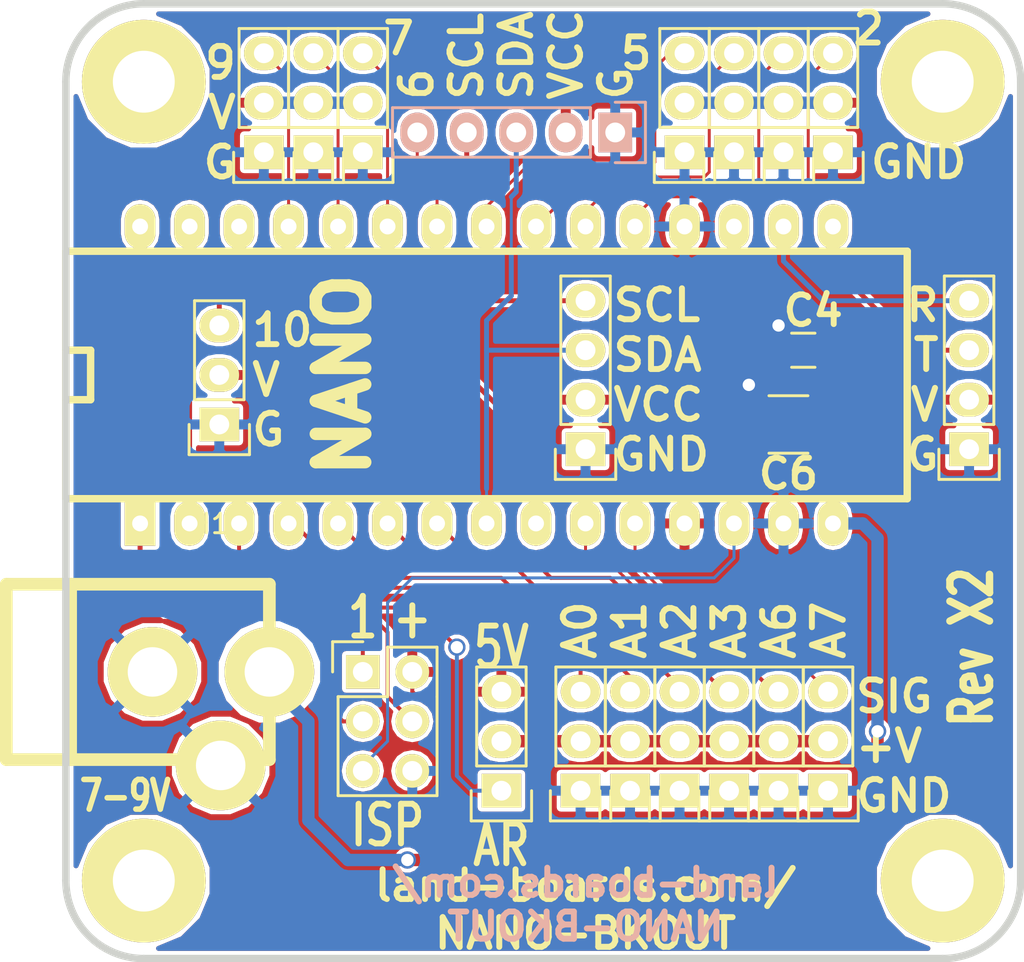
<source format=kicad_pcb>
(kicad_pcb (version 4) (host pcbnew 4.0.1-stable)

  (general
    (links 71)
    (no_connects 0)
    (area -10.704286 -16.4592 51.517334 49.190501)
    (thickness 1.6002)
    (drawings 35)
    (tracks 200)
    (zones 0)
    (modules 27)
    (nets 29)
  )

  (page A)
  (title_block
    (date "28 mar 2015")
    (rev X1)
  )

  (layers
    (0 Front signal)
    (31 Back signal)
    (36 B.SilkS user)
    (37 F.SilkS user)
    (38 B.Mask user)
    (39 F.Mask user)
    (40 Dwgs.User user hide)
    (44 Edge.Cuts user)
  )

  (setup
    (last_trace_width 0.1524)
    (user_trace_width 0.1524)
    (user_trace_width 0.2032)
    (user_trace_width 0.254)
    (user_trace_width 0.635)
    (trace_clearance 0.1524)
    (zone_clearance 0.2032)
    (zone_45_only no)
    (trace_min 0.1524)
    (segment_width 0.381)
    (edge_width 0.381)
    (via_size 0.889)
    (via_drill 0.635)
    (via_min_size 0.889)
    (via_min_drill 0.508)
    (uvia_size 0.508)
    (uvia_drill 0.127)
    (uvias_allowed no)
    (uvia_min_size 0.508)
    (uvia_min_drill 0.127)
    (pcb_text_width 0.3048)
    (pcb_text_size 1.524 2.032)
    (mod_edge_width 0.381)
    (mod_text_size 1.524 1.524)
    (mod_text_width 0.3048)
    (pad_size 4.6 4.6)
    (pad_drill 2.54)
    (pad_to_mask_clearance 0.1524)
    (aux_axis_origin 0 0)
    (visible_elements 7FFFFF7F)
    (pcbplotparams
      (layerselection 0x010f0_80000001)
      (usegerberextensions false)
      (excludeedgelayer true)
      (linewidth 0.150000)
      (plotframeref false)
      (viasonmask false)
      (mode 1)
      (useauxorigin false)
      (hpglpennumber 1)
      (hpglpenspeed 20)
      (hpglpendiameter 15)
      (hpglpenoverlay 0)
      (psnegative false)
      (psa4output false)
      (plotreference true)
      (plotvalue false)
      (plotinvisibletext false)
      (padsonsilk false)
      (subtractmaskfromsilk false)
      (outputformat 1)
      (mirror false)
      (drillshape 0)
      (scaleselection 1)
      (outputdirectory plots/))
  )

  (net 0 "")
  (net 1 GND)
  (net 2 +5V)
  (net 3 +9V)
  (net 4 /A0)
  (net 5 /A1)
  (net 6 /A2)
  (net 7 /A3)
  (net 8 /SDA)
  (net 9 /SCL)
  (net 10 /A6)
  (net 11 /A7)
  (net 12 /D7)
  (net 13 /D6)
  (net 14 /D5)
  (net 15 /D4)
  (net 16 /D3)
  (net 17 /D2)
  (net 18 /D12)
  (net 19 /D13)
  (net 20 /D11)
  (net 21 /~RST)
  (net 22 /D9)
  (net 23 /D8)
  (net 24 /D0)
  (net 25 /D1)
  (net 26 /D10)
  (net 27 "Net-(H1-Pad2)")
  (net 28 /AREF)

  (net_class Default "This is the default net class."
    (clearance 0.1524)
    (trace_width 0.1524)
    (via_dia 0.889)
    (via_drill 0.635)
    (uvia_dia 0.508)
    (uvia_drill 0.127)
    (add_net +5V)
    (add_net +9V)
    (add_net /A0)
    (add_net /A1)
    (add_net /A2)
    (add_net /A3)
    (add_net /A6)
    (add_net /A7)
    (add_net /AREF)
    (add_net /D0)
    (add_net /D1)
    (add_net /D10)
    (add_net /D11)
    (add_net /D12)
    (add_net /D13)
    (add_net /D2)
    (add_net /D3)
    (add_net /D4)
    (add_net /D5)
    (add_net /D6)
    (add_net /D7)
    (add_net /D8)
    (add_net /D9)
    (add_net /SCL)
    (add_net /SDA)
    (add_net /~RST)
    (add_net GND)
    (add_net "Net-(H1-Pad2)")
  )

  (net_class POWER ""
    (clearance 0.254)
    (trace_width 0.635)
    (via_dia 0.889)
    (via_drill 0.635)
    (uvia_dia 0.508)
    (uvia_drill 0.127)
  )

  (module arduino:arduino_mini (layer Front) (tedit 56E4521F) (tstamp 55ABB877)
    (at 22.86 19.05)
    (descr "30 pins DIL package, elliptical pads, width 600mil (arduino mini)")
    (tags "DIL arduino mini")
    (path /55ABB26F)
    (fp_text reference U5 (at -21.59 9.144 90) (layer F.SilkS) hide
      (effects (font (thickness 0.3048)))
    )
    (fp_text value arduino_nano (at -0.635 3.175) (layer F.SilkS) hide
      (effects (font (size 1.778 1.778) (thickness 0.3048)))
    )
    (fp_line (start -22.86 -6.35) (end 20.32 -6.35) (layer F.SilkS) (width 0.381))
    (fp_line (start 20.32 -6.35) (end 20.32 6.35) (layer F.SilkS) (width 0.381))
    (fp_line (start 20.32 6.35) (end -22.86 6.35) (layer F.SilkS) (width 0.381))
    (fp_line (start -22.86 6.35) (end -22.86 -6.35) (layer F.SilkS) (width 0.381))
    (fp_line (start -22.86 1.27) (end -21.59 1.27) (layer F.SilkS) (width 0.381))
    (fp_line (start -21.59 1.27) (end -21.59 -1.27) (layer F.SilkS) (width 0.381))
    (fp_line (start -21.59 -1.27) (end -22.86 -1.27) (layer F.SilkS) (width 0.381))
    (pad 1 thru_hole rect (at -19.05 7.62) (size 1.5748 2.286) (drill 0.8128) (layers *.Cu *.Mask F.SilkS)
      (net 19 /D13))
    (pad 2 thru_hole oval (at -16.51 7.62) (size 1.5748 2.286) (drill 0.8128) (layers *.Cu *.Mask F.SilkS))
    (pad 3 thru_hole oval (at -13.97 7.62) (size 1.5748 2.286) (drill 0.8128) (layers *.Cu *.Mask F.SilkS)
      (net 28 /AREF))
    (pad 4 thru_hole oval (at -11.43 7.62) (size 1.5748 2.286) (drill 0.8128) (layers *.Cu *.Mask F.SilkS)
      (net 4 /A0))
    (pad 5 thru_hole oval (at -8.89 7.62) (size 1.5748 2.286) (drill 0.8128) (layers *.Cu *.Mask F.SilkS)
      (net 5 /A1))
    (pad 6 thru_hole oval (at -6.35 7.62) (size 1.5748 2.286) (drill 0.8128) (layers *.Cu *.Mask F.SilkS)
      (net 6 /A2))
    (pad 7 thru_hole oval (at -3.81 7.62) (size 1.5748 2.286) (drill 0.8128) (layers *.Cu *.Mask F.SilkS)
      (net 7 /A3))
    (pad 8 thru_hole oval (at -1.27 7.62) (size 1.5748 2.286) (drill 0.8128) (layers *.Cu *.Mask F.SilkS)
      (net 8 /SDA))
    (pad 9 thru_hole oval (at 1.27 7.62) (size 1.5748 2.286) (drill 0.8128) (layers *.Cu *.Mask F.SilkS)
      (net 9 /SCL))
    (pad 10 thru_hole oval (at 3.81 7.62) (size 1.5748 2.286) (drill 0.8128) (layers *.Cu *.Mask F.SilkS)
      (net 10 /A6))
    (pad 11 thru_hole oval (at 6.35 7.62) (size 1.5748 2.286) (drill 0.8128) (layers *.Cu *.Mask F.SilkS)
      (net 11 /A7))
    (pad 12 thru_hole oval (at 8.89 7.62) (size 1.5748 2.286) (drill 0.8128) (layers *.Cu *.Mask F.SilkS)
      (net 2 +5V))
    (pad 13 thru_hole oval (at 11.43 7.62) (size 1.5748 2.286) (drill 0.8128) (layers *.Cu *.Mask F.SilkS)
      (net 21 /~RST))
    (pad 14 thru_hole oval (at 13.97 7.62) (size 1.5748 2.286) (drill 0.8128) (layers *.Cu *.Mask F.SilkS)
      (net 1 GND))
    (pad 15 thru_hole oval (at 16.51 7.62) (size 1.5748 2.286) (drill 0.8128) (layers *.Cu *.Mask F.SilkS)
      (net 3 +9V))
    (pad 16 thru_hole oval (at 16.51 -7.62) (size 1.5748 2.286) (drill 0.8128) (layers *.Cu *.Mask F.SilkS)
      (net 24 /D0))
    (pad 17 thru_hole oval (at 13.97 -7.62) (size 1.5748 2.286) (drill 0.8128) (layers *.Cu *.Mask F.SilkS)
      (net 25 /D1))
    (pad 18 thru_hole oval (at 11.43 -7.62) (size 1.5748 2.286) (drill 0.8128) (layers *.Cu *.Mask F.SilkS))
    (pad 19 thru_hole oval (at 8.89 -7.62) (size 1.5748 2.286) (drill 0.8128) (layers *.Cu *.Mask F.SilkS)
      (net 1 GND))
    (pad 20 thru_hole oval (at 6.35 -7.62) (size 1.5748 2.286) (drill 0.8128) (layers *.Cu *.Mask F.SilkS)
      (net 17 /D2))
    (pad 21 thru_hole oval (at 3.81 -7.62) (size 1.5748 2.286) (drill 0.8128) (layers *.Cu *.Mask F.SilkS)
      (net 16 /D3))
    (pad 22 thru_hole oval (at 1.27 -7.62) (size 1.5748 2.286) (drill 0.8128) (layers *.Cu *.Mask F.SilkS)
      (net 15 /D4))
    (pad 23 thru_hole oval (at -1.27 -7.62) (size 1.5748 2.286) (drill 0.8128) (layers *.Cu *.Mask F.SilkS)
      (net 14 /D5))
    (pad 24 thru_hole oval (at -3.81 -7.62) (size 1.5748 2.286) (drill 0.8128) (layers *.Cu *.Mask F.SilkS)
      (net 13 /D6))
    (pad 25 thru_hole oval (at -6.35 -7.62) (size 1.5748 2.286) (drill 0.8128) (layers *.Cu *.Mask F.SilkS)
      (net 12 /D7))
    (pad 26 thru_hole oval (at -8.89 -7.62) (size 1.5748 2.286) (drill 0.8128) (layers *.Cu *.Mask F.SilkS)
      (net 23 /D8))
    (pad 27 thru_hole oval (at -11.43 -7.62) (size 1.5748 2.286) (drill 0.8128) (layers *.Cu *.Mask F.SilkS)
      (net 22 /D9))
    (pad 28 thru_hole oval (at -13.97 -7.62) (size 1.5748 2.286) (drill 0.8128) (layers *.Cu *.Mask F.SilkS)
      (net 26 /D10))
    (pad 29 thru_hole oval (at -16.51 -7.62) (size 1.5748 2.286) (drill 0.8128) (layers *.Cu *.Mask F.SilkS)
      (net 20 /D11))
    (pad 30 thru_hole oval (at -19.05 -7.62) (size 1.5748 2.286) (drill 0.8128) (layers *.Cu *.Mask F.SilkS)
      (net 18 /D12))
  )

  (module MTG-4-40 locked (layer Front) (tedit 50F036E3) (tstamp 51AF63A5)
    (at 4 45)
    (path /5030F2C2)
    (fp_text reference MTG3 (at -6.858 -0.635) (layer F.SilkS) hide
      (effects (font (thickness 0.3048)))
    )
    (fp_text value CONN_1 (at 0 -5.08) (layer F.SilkS) hide
      (effects (font (thickness 0.3048)))
    )
    (pad 1 thru_hole circle (at 0 0) (size 6.35 6.35) (drill 3.175) (layers *.Cu *.Mask F.SilkS))
  )

  (module MTG-4-40 locked (layer Front) (tedit 50F036E3) (tstamp 51AF63AA)
    (at 45 45)
    (path /5030F2C1)
    (fp_text reference MTG4 (at -6.858 -0.635) (layer F.SilkS) hide
      (effects (font (thickness 0.3048)))
    )
    (fp_text value CONN_1 (at 0 -5.08) (layer F.SilkS) hide
      (effects (font (thickness 0.3048)))
    )
    (pad 1 thru_hole circle (at 0 0) (size 6.35 6.35) (drill 3.175) (layers *.Cu *.Mask F.SilkS))
  )

  (module MTG-4-40 locked (layer Front) (tedit 50F036E3) (tstamp 51AF63AF)
    (at 45 4)
    (path /5030F2BD)
    (fp_text reference MTG2 (at -6.858 -0.635) (layer F.SilkS) hide
      (effects (font (thickness 0.3048)))
    )
    (fp_text value CONN_1 (at 0 -5.08) (layer F.SilkS) hide
      (effects (font (thickness 0.3048)))
    )
    (pad 1 thru_hole circle (at 0 0) (size 6.35 6.35) (drill 3.175) (layers *.Cu *.Mask F.SilkS))
  )

  (module MTG-4-40 locked (layer Front) (tedit 50F036E3) (tstamp 51AF63B4)
    (at 4 4)
    (path /5030F2A7)
    (fp_text reference MTG1 (at -6.858 -0.635) (layer F.SilkS) hide
      (effects (font (thickness 0.3048)))
    )
    (fp_text value CONN_1 (at 0 -5.08) (layer F.SilkS) hide
      (effects (font (thickness 0.3048)))
    )
    (pad 1 thru_hole circle (at 0 0) (size 6.35 6.35) (drill 3.175) (layers *.Cu *.Mask F.SilkS))
  )

  (module Resistors_SMD:R_0805_HandSoldering (layer Front) (tedit 578988AA) (tstamp 55ABBFBA)
    (at 37.846 17.78 180)
    (descr "Resistor SMD 0805, hand soldering")
    (tags "resistor 0805")
    (path /55ABBC4E)
    (attr smd)
    (fp_text reference C4 (at -0.508 2.032 360) (layer F.SilkS)
      (effects (font (thickness 0.3048)))
    )
    (fp_text value 0.1uF (at 0 2.1 180) (layer F.SilkS) hide
      (effects (font (size 1 1) (thickness 0.15)))
    )
    (fp_line (start -2.4 -1) (end 2.4 -1) (layer F.CrtYd) (width 0.05))
    (fp_line (start -2.4 1) (end 2.4 1) (layer F.CrtYd) (width 0.05))
    (fp_line (start -2.4 -1) (end -2.4 1) (layer F.CrtYd) (width 0.05))
    (fp_line (start 2.4 -1) (end 2.4 1) (layer F.CrtYd) (width 0.05))
    (fp_line (start 0.6 0.875) (end -0.6 0.875) (layer F.SilkS) (width 0.15))
    (fp_line (start -0.6 -0.875) (end 0.6 -0.875) (layer F.SilkS) (width 0.15))
    (pad 1 smd rect (at -1.35 0 180) (size 1.5 1.3) (layers Front F.Mask)
      (net 3 +9V))
    (pad 2 smd rect (at 1.35 0 180) (size 1.5 1.3) (layers Front F.Mask)
      (net 1 GND))
    (model Resistors_SMD.3dshapes/R_0805_HandSoldering.wrl
      (at (xyz 0 0 0))
      (scale (xyz 1 1 1))
      (rotate (xyz 0 0 0))
    )
  )

  (module Resistors_SMD:R_1210_HandSoldering (layer Front) (tedit 578988A3) (tstamp 55D88BCE)
    (at 37.084 21.59 180)
    (descr "Resistor SMD 1210, hand soldering")
    (tags "resistor 1210")
    (path /55D8E65D)
    (attr smd)
    (fp_text reference C6 (at 0 -2.54 180) (layer F.SilkS)
      (effects (font (thickness 0.3048)))
    )
    (fp_text value 22uF (at 0 2.7 180) (layer B.SilkS) hide
      (effects (font (size 1 1) (thickness 0.15)) (justify mirror))
    )
    (fp_line (start -3.3 -1.6) (end 3.3 -1.6) (layer F.CrtYd) (width 0.05))
    (fp_line (start -3.3 1.6) (end 3.3 1.6) (layer F.CrtYd) (width 0.05))
    (fp_line (start -3.3 -1.6) (end -3.3 1.6) (layer F.CrtYd) (width 0.05))
    (fp_line (start 3.3 -1.6) (end 3.3 1.6) (layer F.CrtYd) (width 0.05))
    (fp_line (start 1 1.475) (end -1 1.475) (layer F.SilkS) (width 0.15))
    (fp_line (start -1 -1.475) (end 1 -1.475) (layer F.SilkS) (width 0.15))
    (pad 1 smd rect (at -2 0 180) (size 2 2.5) (layers Front F.Mask)
      (net 3 +9V))
    (pad 2 smd rect (at 2 0 180) (size 2 2.5) (layers Front F.Mask)
      (net 1 GND))
    (model Resistors_SMD.3dshapes/R_1210_HandSoldering.wrl
      (at (xyz 0 0 0))
      (scale (xyz 1 1 1))
      (rotate (xyz 0 0 0))
    )
  )

  (module DougsNewMods:DCJ-NEW (layer Front) (tedit 56E44C1E) (tstamp 5628153C)
    (at 4.445 34.29)
    (descr "DC Pwr, 2.1mm Jack")
    (tags "DC Power jack, 2.1mm")
    (path /55ABBEC2)
    (fp_text reference J1 (at -0.0508 -6.05028) (layer F.SilkS) hide
      (effects (font (thickness 0.3048)))
    )
    (fp_text value DCJ0202 (at -6 0 90) (layer F.SilkS) hide
      (effects (font (size 1.016 1.016) (thickness 0.254)))
    )
    (fp_line (start -4.2 4.5) (end -4.2 -4.5) (layer F.SilkS) (width 0.65))
    (fp_line (start -7.5 -4.5) (end -7.5 4.5) (layer F.SilkS) (width 0.65))
    (fp_line (start -7.5 -4.5) (end 6 -4.5) (layer F.SilkS) (width 0.65))
    (fp_line (start 6 -4.5) (end 6 4.5) (layer F.SilkS) (width 0.65))
    (fp_line (start -7.5 4.5) (end 6 4.5) (layer F.SilkS) (width 0.65))
    (pad 2 thru_hole circle (at 0 0) (size 4.6 4.6) (drill 2.54) (layers *.Cu *.Mask F.SilkS)
      (net 1 GND))
    (pad 1 thru_hole circle (at 6 0) (size 4.6 4.6) (drill 2.54) (layers *.Cu *.Mask F.SilkS)
      (net 3 +9V) (clearance 0.3048))
    (pad 3 thru_hole circle (at 3.5 4.8) (size 4.6 4.6) (drill 2.54) (layers *.Cu *.Mask F.SilkS)
      (net 1 GND))
    (model connectors/POWER_21.wrl
      (at (xyz 0 0 0))
      (scale (xyz 0.8 0.8 0.8))
      (rotate (xyz 0 0 0))
    )
  )

  (module Pin_Headers:Pin_Header_Straight_1x03 (layer Front) (tedit 56E44FDF) (tstamp 56E34BBA)
    (at 26.416 40.386 180)
    (descr "Through hole pin header")
    (tags "pin header")
    (path /56E37C55)
    (fp_text reference H1 (at 0 -2.286 180) (layer F.SilkS) hide
      (effects (font (size 1 1) (thickness 0.15)))
    )
    (fp_text value CONN_01X03 (at 0 -3.1 180) (layer F.Fab) hide
      (effects (font (size 1 1) (thickness 0.15)))
    )
    (fp_line (start -1.75 -1.75) (end -1.75 6.85) (layer F.CrtYd) (width 0.05))
    (fp_line (start 1.75 -1.75) (end 1.75 6.85) (layer F.CrtYd) (width 0.05))
    (fp_line (start -1.75 -1.75) (end 1.75 -1.75) (layer F.CrtYd) (width 0.05))
    (fp_line (start -1.75 6.85) (end 1.75 6.85) (layer F.CrtYd) (width 0.05))
    (fp_line (start -1.27 1.27) (end -1.27 6.35) (layer F.SilkS) (width 0.15))
    (fp_line (start -1.27 6.35) (end 1.27 6.35) (layer F.SilkS) (width 0.15))
    (fp_line (start 1.27 6.35) (end 1.27 1.27) (layer F.SilkS) (width 0.15))
    (fp_line (start 1.55 -1.55) (end 1.55 0) (layer F.SilkS) (width 0.15))
    (fp_line (start 1.27 1.27) (end -1.27 1.27) (layer F.SilkS) (width 0.15))
    (fp_line (start -1.55 0) (end -1.55 -1.55) (layer F.SilkS) (width 0.15))
    (fp_line (start -1.55 -1.55) (end 1.55 -1.55) (layer F.SilkS) (width 0.15))
    (pad 1 thru_hole rect (at 0 0 180) (size 2.032 1.7272) (drill 1.016) (layers *.Cu *.Mask F.SilkS)
      (net 1 GND))
    (pad 2 thru_hole oval (at 0 2.54 180) (size 2.032 1.7272) (drill 1.016) (layers *.Cu *.Mask F.SilkS)
      (net 27 "Net-(H1-Pad2)"))
    (pad 3 thru_hole oval (at 0 5.08 180) (size 2.032 1.7272) (drill 1.016) (layers *.Cu *.Mask F.SilkS)
      (net 4 /A0))
    (model Pin_Headers.3dshapes/Pin_Header_Straight_1x03.wrl
      (at (xyz 0 -0.1 0))
      (scale (xyz 1 1 1))
      (rotate (xyz 0 0 90))
    )
  )

  (module Pin_Headers:Pin_Header_Straight_1x03 (layer Front) (tedit 56E44FEC) (tstamp 56E34BCC)
    (at 28.956 40.386 180)
    (descr "Through hole pin header")
    (tags "pin header")
    (path /56E37F71)
    (fp_text reference H2 (at 0 -2.286 180) (layer F.SilkS) hide
      (effects (font (size 1 1) (thickness 0.15)))
    )
    (fp_text value CONN_01X03 (at 0 -3.1 180) (layer F.Fab) hide
      (effects (font (size 1 1) (thickness 0.15)))
    )
    (fp_line (start -1.75 -1.75) (end -1.75 6.85) (layer F.CrtYd) (width 0.05))
    (fp_line (start 1.75 -1.75) (end 1.75 6.85) (layer F.CrtYd) (width 0.05))
    (fp_line (start -1.75 -1.75) (end 1.75 -1.75) (layer F.CrtYd) (width 0.05))
    (fp_line (start -1.75 6.85) (end 1.75 6.85) (layer F.CrtYd) (width 0.05))
    (fp_line (start -1.27 1.27) (end -1.27 6.35) (layer F.SilkS) (width 0.15))
    (fp_line (start -1.27 6.35) (end 1.27 6.35) (layer F.SilkS) (width 0.15))
    (fp_line (start 1.27 6.35) (end 1.27 1.27) (layer F.SilkS) (width 0.15))
    (fp_line (start 1.55 -1.55) (end 1.55 0) (layer F.SilkS) (width 0.15))
    (fp_line (start 1.27 1.27) (end -1.27 1.27) (layer F.SilkS) (width 0.15))
    (fp_line (start -1.55 0) (end -1.55 -1.55) (layer F.SilkS) (width 0.15))
    (fp_line (start -1.55 -1.55) (end 1.55 -1.55) (layer F.SilkS) (width 0.15))
    (pad 1 thru_hole rect (at 0 0 180) (size 2.032 1.7272) (drill 1.016) (layers *.Cu *.Mask F.SilkS)
      (net 1 GND))
    (pad 2 thru_hole oval (at 0 2.54 180) (size 2.032 1.7272) (drill 1.016) (layers *.Cu *.Mask F.SilkS)
      (net 27 "Net-(H1-Pad2)"))
    (pad 3 thru_hole oval (at 0 5.08 180) (size 2.032 1.7272) (drill 1.016) (layers *.Cu *.Mask F.SilkS)
      (net 5 /A1))
    (model Pin_Headers.3dshapes/Pin_Header_Straight_1x03.wrl
      (at (xyz 0 -0.1 0))
      (scale (xyz 1 1 1))
      (rotate (xyz 0 0 90))
    )
  )

  (module Pin_Headers:Pin_Header_Straight_1x03 (layer Front) (tedit 56E4500F) (tstamp 56E34BDE)
    (at 31.496 40.386 180)
    (descr "Through hole pin header")
    (tags "pin header")
    (path /56E3827D)
    (fp_text reference H3 (at 0 -2.286 180) (layer F.SilkS) hide
      (effects (font (size 1 1) (thickness 0.15)))
    )
    (fp_text value CONN_01X03 (at 0 -3.1 180) (layer F.Fab) hide
      (effects (font (size 1 1) (thickness 0.15)))
    )
    (fp_line (start -1.75 -1.75) (end -1.75 6.85) (layer F.CrtYd) (width 0.05))
    (fp_line (start 1.75 -1.75) (end 1.75 6.85) (layer F.CrtYd) (width 0.05))
    (fp_line (start -1.75 -1.75) (end 1.75 -1.75) (layer F.CrtYd) (width 0.05))
    (fp_line (start -1.75 6.85) (end 1.75 6.85) (layer F.CrtYd) (width 0.05))
    (fp_line (start -1.27 1.27) (end -1.27 6.35) (layer F.SilkS) (width 0.15))
    (fp_line (start -1.27 6.35) (end 1.27 6.35) (layer F.SilkS) (width 0.15))
    (fp_line (start 1.27 6.35) (end 1.27 1.27) (layer F.SilkS) (width 0.15))
    (fp_line (start 1.55 -1.55) (end 1.55 0) (layer F.SilkS) (width 0.15))
    (fp_line (start 1.27 1.27) (end -1.27 1.27) (layer F.SilkS) (width 0.15))
    (fp_line (start -1.55 0) (end -1.55 -1.55) (layer F.SilkS) (width 0.15))
    (fp_line (start -1.55 -1.55) (end 1.55 -1.55) (layer F.SilkS) (width 0.15))
    (pad 1 thru_hole rect (at 0 0 180) (size 2.032 1.7272) (drill 1.016) (layers *.Cu *.Mask F.SilkS)
      (net 1 GND))
    (pad 2 thru_hole oval (at 0 2.54 180) (size 2.032 1.7272) (drill 1.016) (layers *.Cu *.Mask F.SilkS)
      (net 27 "Net-(H1-Pad2)"))
    (pad 3 thru_hole oval (at 0 5.08 180) (size 2.032 1.7272) (drill 1.016) (layers *.Cu *.Mask F.SilkS)
      (net 6 /A2))
    (model Pin_Headers.3dshapes/Pin_Header_Straight_1x03.wrl
      (at (xyz 0 -0.1 0))
      (scale (xyz 1 1 1))
      (rotate (xyz 0 0 90))
    )
  )

  (module Pin_Headers:Pin_Header_Straight_1x03 (layer Front) (tedit 56E45016) (tstamp 56E34BF0)
    (at 34.036 40.386 180)
    (descr "Through hole pin header")
    (tags "pin header")
    (path /56E38338)
    (fp_text reference H4 (at 0 -2.286 180) (layer F.SilkS) hide
      (effects (font (size 1 1) (thickness 0.15)))
    )
    (fp_text value CONN_01X03 (at 0 -3.1 180) (layer F.Fab) hide
      (effects (font (size 1 1) (thickness 0.15)))
    )
    (fp_line (start -1.75 -1.75) (end -1.75 6.85) (layer F.CrtYd) (width 0.05))
    (fp_line (start 1.75 -1.75) (end 1.75 6.85) (layer F.CrtYd) (width 0.05))
    (fp_line (start -1.75 -1.75) (end 1.75 -1.75) (layer F.CrtYd) (width 0.05))
    (fp_line (start -1.75 6.85) (end 1.75 6.85) (layer F.CrtYd) (width 0.05))
    (fp_line (start -1.27 1.27) (end -1.27 6.35) (layer F.SilkS) (width 0.15))
    (fp_line (start -1.27 6.35) (end 1.27 6.35) (layer F.SilkS) (width 0.15))
    (fp_line (start 1.27 6.35) (end 1.27 1.27) (layer F.SilkS) (width 0.15))
    (fp_line (start 1.55 -1.55) (end 1.55 0) (layer F.SilkS) (width 0.15))
    (fp_line (start 1.27 1.27) (end -1.27 1.27) (layer F.SilkS) (width 0.15))
    (fp_line (start -1.55 0) (end -1.55 -1.55) (layer F.SilkS) (width 0.15))
    (fp_line (start -1.55 -1.55) (end 1.55 -1.55) (layer F.SilkS) (width 0.15))
    (pad 1 thru_hole rect (at 0 0 180) (size 2.032 1.7272) (drill 1.016) (layers *.Cu *.Mask F.SilkS)
      (net 1 GND))
    (pad 2 thru_hole oval (at 0 2.54 180) (size 2.032 1.7272) (drill 1.016) (layers *.Cu *.Mask F.SilkS)
      (net 27 "Net-(H1-Pad2)"))
    (pad 3 thru_hole oval (at 0 5.08 180) (size 2.032 1.7272) (drill 1.016) (layers *.Cu *.Mask F.SilkS)
      (net 7 /A3))
    (model Pin_Headers.3dshapes/Pin_Header_Straight_1x03.wrl
      (at (xyz 0 -0.1 0))
      (scale (xyz 1 1 1))
      (rotate (xyz 0 0 90))
    )
  )

  (module Pin_Headers:Pin_Header_Straight_1x03 (layer Front) (tedit 56E4501C) (tstamp 56E34C02)
    (at 36.576 40.386 180)
    (descr "Through hole pin header")
    (tags "pin header")
    (path /56E38466)
    (fp_text reference H5 (at 0 -2.286 180) (layer F.SilkS) hide
      (effects (font (size 1 1) (thickness 0.15)))
    )
    (fp_text value CONN_01X03 (at 0 -3.1 180) (layer F.Fab) hide
      (effects (font (size 1 1) (thickness 0.15)))
    )
    (fp_line (start -1.75 -1.75) (end -1.75 6.85) (layer F.CrtYd) (width 0.05))
    (fp_line (start 1.75 -1.75) (end 1.75 6.85) (layer F.CrtYd) (width 0.05))
    (fp_line (start -1.75 -1.75) (end 1.75 -1.75) (layer F.CrtYd) (width 0.05))
    (fp_line (start -1.75 6.85) (end 1.75 6.85) (layer F.CrtYd) (width 0.05))
    (fp_line (start -1.27 1.27) (end -1.27 6.35) (layer F.SilkS) (width 0.15))
    (fp_line (start -1.27 6.35) (end 1.27 6.35) (layer F.SilkS) (width 0.15))
    (fp_line (start 1.27 6.35) (end 1.27 1.27) (layer F.SilkS) (width 0.15))
    (fp_line (start 1.55 -1.55) (end 1.55 0) (layer F.SilkS) (width 0.15))
    (fp_line (start 1.27 1.27) (end -1.27 1.27) (layer F.SilkS) (width 0.15))
    (fp_line (start -1.55 0) (end -1.55 -1.55) (layer F.SilkS) (width 0.15))
    (fp_line (start -1.55 -1.55) (end 1.55 -1.55) (layer F.SilkS) (width 0.15))
    (pad 1 thru_hole rect (at 0 0 180) (size 2.032 1.7272) (drill 1.016) (layers *.Cu *.Mask F.SilkS)
      (net 1 GND))
    (pad 2 thru_hole oval (at 0 2.54 180) (size 2.032 1.7272) (drill 1.016) (layers *.Cu *.Mask F.SilkS)
      (net 27 "Net-(H1-Pad2)"))
    (pad 3 thru_hole oval (at 0 5.08 180) (size 2.032 1.7272) (drill 1.016) (layers *.Cu *.Mask F.SilkS)
      (net 10 /A6))
    (model Pin_Headers.3dshapes/Pin_Header_Straight_1x03.wrl
      (at (xyz 0 -0.1 0))
      (scale (xyz 1 1 1))
      (rotate (xyz 0 0 90))
    )
  )

  (module Pin_Headers:Pin_Header_Straight_1x03 (layer Front) (tedit 56E45023) (tstamp 56E34C14)
    (at 39.116 40.386 180)
    (descr "Through hole pin header")
    (tags "pin header")
    (path /56E38817)
    (fp_text reference H6 (at 0 -2.286 180) (layer F.SilkS) hide
      (effects (font (size 1 1) (thickness 0.15)))
    )
    (fp_text value CONN_01X03 (at 0 -3.1 180) (layer F.Fab) hide
      (effects (font (size 1 1) (thickness 0.15)))
    )
    (fp_line (start -1.75 -1.75) (end -1.75 6.85) (layer F.CrtYd) (width 0.05))
    (fp_line (start 1.75 -1.75) (end 1.75 6.85) (layer F.CrtYd) (width 0.05))
    (fp_line (start -1.75 -1.75) (end 1.75 -1.75) (layer F.CrtYd) (width 0.05))
    (fp_line (start -1.75 6.85) (end 1.75 6.85) (layer F.CrtYd) (width 0.05))
    (fp_line (start -1.27 1.27) (end -1.27 6.35) (layer F.SilkS) (width 0.15))
    (fp_line (start -1.27 6.35) (end 1.27 6.35) (layer F.SilkS) (width 0.15))
    (fp_line (start 1.27 6.35) (end 1.27 1.27) (layer F.SilkS) (width 0.15))
    (fp_line (start 1.55 -1.55) (end 1.55 0) (layer F.SilkS) (width 0.15))
    (fp_line (start 1.27 1.27) (end -1.27 1.27) (layer F.SilkS) (width 0.15))
    (fp_line (start -1.55 0) (end -1.55 -1.55) (layer F.SilkS) (width 0.15))
    (fp_line (start -1.55 -1.55) (end 1.55 -1.55) (layer F.SilkS) (width 0.15))
    (pad 1 thru_hole rect (at 0 0 180) (size 2.032 1.7272) (drill 1.016) (layers *.Cu *.Mask F.SilkS)
      (net 1 GND))
    (pad 2 thru_hole oval (at 0 2.54 180) (size 2.032 1.7272) (drill 1.016) (layers *.Cu *.Mask F.SilkS)
      (net 27 "Net-(H1-Pad2)"))
    (pad 3 thru_hole oval (at 0 5.08 180) (size 2.032 1.7272) (drill 1.016) (layers *.Cu *.Mask F.SilkS)
      (net 11 /A7))
    (model Pin_Headers.3dshapes/Pin_Header_Straight_1x03.wrl
      (at (xyz 0 -0.1 0))
      (scale (xyz 1 1 1))
      (rotate (xyz 0 0 90))
    )
  )

  (module Pin_Headers:Pin_Header_Straight_2x03 (layer Front) (tedit 56E45214) (tstamp 56E34C3E)
    (at 15.24 34.29)
    (descr "Through hole pin header")
    (tags "pin header")
    (path /56E41B1A)
    (fp_text reference H8 (at 0 -5.1) (layer F.SilkS) hide
      (effects (font (size 1 1) (thickness 0.15)))
    )
    (fp_text value CONN_02X03 (at 0 -3.1) (layer F.Fab) hide
      (effects (font (size 1 1) (thickness 0.15)))
    )
    (fp_line (start -1.27 1.27) (end -1.27 6.35) (layer F.SilkS) (width 0.15))
    (fp_line (start -1.55 -1.55) (end 0 -1.55) (layer F.SilkS) (width 0.15))
    (fp_line (start -1.75 -1.75) (end -1.75 6.85) (layer F.CrtYd) (width 0.05))
    (fp_line (start 4.3 -1.75) (end 4.3 6.85) (layer F.CrtYd) (width 0.05))
    (fp_line (start -1.75 -1.75) (end 4.3 -1.75) (layer F.CrtYd) (width 0.05))
    (fp_line (start -1.75 6.85) (end 4.3 6.85) (layer F.CrtYd) (width 0.05))
    (fp_line (start 1.27 -1.27) (end 1.27 1.27) (layer F.SilkS) (width 0.15))
    (fp_line (start 1.27 1.27) (end -1.27 1.27) (layer F.SilkS) (width 0.15))
    (fp_line (start -1.27 6.35) (end 3.81 6.35) (layer F.SilkS) (width 0.15))
    (fp_line (start 3.81 6.35) (end 3.81 1.27) (layer F.SilkS) (width 0.15))
    (fp_line (start -1.55 -1.55) (end -1.55 0) (layer F.SilkS) (width 0.15))
    (fp_line (start 3.81 -1.27) (end 1.27 -1.27) (layer F.SilkS) (width 0.15))
    (fp_line (start 3.81 1.27) (end 3.81 -1.27) (layer F.SilkS) (width 0.15))
    (pad 1 thru_hole rect (at 0 0) (size 1.7272 1.7272) (drill 1.016) (layers *.Cu *.Mask F.SilkS)
      (net 18 /D12))
    (pad 2 thru_hole oval (at 2.54 0) (size 1.7272 1.7272) (drill 1.016) (layers *.Cu *.Mask F.SilkS)
      (net 2 +5V))
    (pad 3 thru_hole oval (at 0 2.54) (size 1.7272 1.7272) (drill 1.016) (layers *.Cu *.Mask F.SilkS)
      (net 19 /D13))
    (pad 4 thru_hole oval (at 2.54 2.54) (size 1.7272 1.7272) (drill 1.016) (layers *.Cu *.Mask F.SilkS)
      (net 20 /D11))
    (pad 5 thru_hole oval (at 0 5.08) (size 1.7272 1.7272) (drill 1.016) (layers *.Cu *.Mask F.SilkS)
      (net 21 /~RST))
    (pad 6 thru_hole oval (at 2.54 5.08) (size 1.7272 1.7272) (drill 1.016) (layers *.Cu *.Mask F.SilkS)
      (net 1 GND))
    (model Pin_Headers.3dshapes/Pin_Header_Straight_2x03.wrl
      (at (xyz 0.05 -0.1 0))
      (scale (xyz 1 1 1))
      (rotate (xyz 0 0 90))
    )
  )

  (module Pin_Headers:Pin_Header_Straight_1x03 (layer Front) (tedit 56E450CF) (tstamp 56E34C50)
    (at 10.16 7.62 180)
    (descr "Through hole pin header")
    (tags "pin header")
    (path /56E3EEC0)
    (fp_text reference H9 (at 0 -2.032 180) (layer F.SilkS) hide
      (effects (font (size 1 1) (thickness 0.15)))
    )
    (fp_text value CONN_01X03 (at 0 -3.1 180) (layer F.Fab) hide
      (effects (font (size 1 1) (thickness 0.15)))
    )
    (fp_line (start -1.75 -1.75) (end -1.75 6.85) (layer F.CrtYd) (width 0.05))
    (fp_line (start 1.75 -1.75) (end 1.75 6.85) (layer F.CrtYd) (width 0.05))
    (fp_line (start -1.75 -1.75) (end 1.75 -1.75) (layer F.CrtYd) (width 0.05))
    (fp_line (start -1.75 6.85) (end 1.75 6.85) (layer F.CrtYd) (width 0.05))
    (fp_line (start -1.27 1.27) (end -1.27 6.35) (layer F.SilkS) (width 0.15))
    (fp_line (start -1.27 6.35) (end 1.27 6.35) (layer F.SilkS) (width 0.15))
    (fp_line (start 1.27 6.35) (end 1.27 1.27) (layer F.SilkS) (width 0.15))
    (fp_line (start 1.55 -1.55) (end 1.55 0) (layer F.SilkS) (width 0.15))
    (fp_line (start 1.27 1.27) (end -1.27 1.27) (layer F.SilkS) (width 0.15))
    (fp_line (start -1.55 0) (end -1.55 -1.55) (layer F.SilkS) (width 0.15))
    (fp_line (start -1.55 -1.55) (end 1.55 -1.55) (layer F.SilkS) (width 0.15))
    (pad 1 thru_hole rect (at 0 0 180) (size 2.032 1.7272) (drill 1.016) (layers *.Cu *.Mask F.SilkS)
      (net 1 GND))
    (pad 2 thru_hole oval (at 0 2.54 180) (size 2.032 1.7272) (drill 1.016) (layers *.Cu *.Mask F.SilkS)
      (net 2 +5V))
    (pad 3 thru_hole oval (at 0 5.08 180) (size 2.032 1.7272) (drill 1.016) (layers *.Cu *.Mask F.SilkS)
      (net 22 /D9))
    (model Pin_Headers.3dshapes/Pin_Header_Straight_1x03.wrl
      (at (xyz 0 -0.1 0))
      (scale (xyz 1 1 1))
      (rotate (xyz 0 0 90))
    )
  )

  (module Pin_Headers:Pin_Header_Straight_1x03 (layer Front) (tedit 56E450C4) (tstamp 56E34C62)
    (at 12.7 7.62 180)
    (descr "Through hole pin header")
    (tags "pin header")
    (path /56E3D77E)
    (fp_text reference H10 (at 0 -2.032 180) (layer F.SilkS) hide
      (effects (font (size 1 1) (thickness 0.15)))
    )
    (fp_text value CONN_01X03 (at 0 -3.1 180) (layer F.Fab) hide
      (effects (font (size 1 1) (thickness 0.15)))
    )
    (fp_line (start -1.75 -1.75) (end -1.75 6.85) (layer F.CrtYd) (width 0.05))
    (fp_line (start 1.75 -1.75) (end 1.75 6.85) (layer F.CrtYd) (width 0.05))
    (fp_line (start -1.75 -1.75) (end 1.75 -1.75) (layer F.CrtYd) (width 0.05))
    (fp_line (start -1.75 6.85) (end 1.75 6.85) (layer F.CrtYd) (width 0.05))
    (fp_line (start -1.27 1.27) (end -1.27 6.35) (layer F.SilkS) (width 0.15))
    (fp_line (start -1.27 6.35) (end 1.27 6.35) (layer F.SilkS) (width 0.15))
    (fp_line (start 1.27 6.35) (end 1.27 1.27) (layer F.SilkS) (width 0.15))
    (fp_line (start 1.55 -1.55) (end 1.55 0) (layer F.SilkS) (width 0.15))
    (fp_line (start 1.27 1.27) (end -1.27 1.27) (layer F.SilkS) (width 0.15))
    (fp_line (start -1.55 0) (end -1.55 -1.55) (layer F.SilkS) (width 0.15))
    (fp_line (start -1.55 -1.55) (end 1.55 -1.55) (layer F.SilkS) (width 0.15))
    (pad 1 thru_hole rect (at 0 0 180) (size 2.032 1.7272) (drill 1.016) (layers *.Cu *.Mask F.SilkS)
      (net 1 GND))
    (pad 2 thru_hole oval (at 0 2.54 180) (size 2.032 1.7272) (drill 1.016) (layers *.Cu *.Mask F.SilkS)
      (net 2 +5V))
    (pad 3 thru_hole oval (at 0 5.08 180) (size 2.032 1.7272) (drill 1.016) (layers *.Cu *.Mask F.SilkS)
      (net 23 /D8))
    (model Pin_Headers.3dshapes/Pin_Header_Straight_1x03.wrl
      (at (xyz 0 -0.1 0))
      (scale (xyz 1 1 1))
      (rotate (xyz 0 0 90))
    )
  )

  (module Pin_Headers:Pin_Header_Straight_1x03 (layer Front) (tedit 56E450B9) (tstamp 56E34C74)
    (at 15.24 7.62 180)
    (descr "Through hole pin header")
    (tags "pin header")
    (path /56E3D4B8)
    (fp_text reference H11 (at 0 -1.778 180) (layer F.SilkS) hide
      (effects (font (size 1 1) (thickness 0.15)))
    )
    (fp_text value CONN_01X03 (at 0 -3.1 180) (layer F.Fab) hide
      (effects (font (size 1 1) (thickness 0.15)))
    )
    (fp_line (start -1.75 -1.75) (end -1.75 6.85) (layer F.CrtYd) (width 0.05))
    (fp_line (start 1.75 -1.75) (end 1.75 6.85) (layer F.CrtYd) (width 0.05))
    (fp_line (start -1.75 -1.75) (end 1.75 -1.75) (layer F.CrtYd) (width 0.05))
    (fp_line (start -1.75 6.85) (end 1.75 6.85) (layer F.CrtYd) (width 0.05))
    (fp_line (start -1.27 1.27) (end -1.27 6.35) (layer F.SilkS) (width 0.15))
    (fp_line (start -1.27 6.35) (end 1.27 6.35) (layer F.SilkS) (width 0.15))
    (fp_line (start 1.27 6.35) (end 1.27 1.27) (layer F.SilkS) (width 0.15))
    (fp_line (start 1.55 -1.55) (end 1.55 0) (layer F.SilkS) (width 0.15))
    (fp_line (start 1.27 1.27) (end -1.27 1.27) (layer F.SilkS) (width 0.15))
    (fp_line (start -1.55 0) (end -1.55 -1.55) (layer F.SilkS) (width 0.15))
    (fp_line (start -1.55 -1.55) (end 1.55 -1.55) (layer F.SilkS) (width 0.15))
    (pad 1 thru_hole rect (at 0 0 180) (size 2.032 1.7272) (drill 1.016) (layers *.Cu *.Mask F.SilkS)
      (net 1 GND))
    (pad 2 thru_hole oval (at 0 2.54 180) (size 2.032 1.7272) (drill 1.016) (layers *.Cu *.Mask F.SilkS)
      (net 2 +5V))
    (pad 3 thru_hole oval (at 0 5.08 180) (size 2.032 1.7272) (drill 1.016) (layers *.Cu *.Mask F.SilkS)
      (net 12 /D7))
    (model Pin_Headers.3dshapes/Pin_Header_Straight_1x03.wrl
      (at (xyz 0 -0.1 0))
      (scale (xyz 1 1 1))
      (rotate (xyz 0 0 90))
    )
  )

  (module Pin_Headers:Pin_Header_Straight_1x03 (layer Front) (tedit 56E4508F) (tstamp 56E34C86)
    (at 31.75 7.62 180)
    (descr "Through hole pin header")
    (tags "pin header")
    (path /56E3D30F)
    (fp_text reference H12 (at 0.254 -1.778 180) (layer F.SilkS) hide
      (effects (font (size 1 1) (thickness 0.15)))
    )
    (fp_text value CONN_01X03 (at 0 -3.1 180) (layer F.Fab) hide
      (effects (font (size 1 1) (thickness 0.15)))
    )
    (fp_line (start -1.75 -1.75) (end -1.75 6.85) (layer F.CrtYd) (width 0.05))
    (fp_line (start 1.75 -1.75) (end 1.75 6.85) (layer F.CrtYd) (width 0.05))
    (fp_line (start -1.75 -1.75) (end 1.75 -1.75) (layer F.CrtYd) (width 0.05))
    (fp_line (start -1.75 6.85) (end 1.75 6.85) (layer F.CrtYd) (width 0.05))
    (fp_line (start -1.27 1.27) (end -1.27 6.35) (layer F.SilkS) (width 0.15))
    (fp_line (start -1.27 6.35) (end 1.27 6.35) (layer F.SilkS) (width 0.15))
    (fp_line (start 1.27 6.35) (end 1.27 1.27) (layer F.SilkS) (width 0.15))
    (fp_line (start 1.55 -1.55) (end 1.55 0) (layer F.SilkS) (width 0.15))
    (fp_line (start 1.27 1.27) (end -1.27 1.27) (layer F.SilkS) (width 0.15))
    (fp_line (start -1.55 0) (end -1.55 -1.55) (layer F.SilkS) (width 0.15))
    (fp_line (start -1.55 -1.55) (end 1.55 -1.55) (layer F.SilkS) (width 0.15))
    (pad 1 thru_hole rect (at 0 0 180) (size 2.032 1.7272) (drill 1.016) (layers *.Cu *.Mask F.SilkS)
      (net 1 GND))
    (pad 2 thru_hole oval (at 0 2.54 180) (size 2.032 1.7272) (drill 1.016) (layers *.Cu *.Mask F.SilkS)
      (net 2 +5V))
    (pad 3 thru_hole oval (at 0 5.08 180) (size 2.032 1.7272) (drill 1.016) (layers *.Cu *.Mask F.SilkS)
      (net 14 /D5))
    (model Pin_Headers.3dshapes/Pin_Header_Straight_1x03.wrl
      (at (xyz 0 -0.1 0))
      (scale (xyz 1 1 1))
      (rotate (xyz 0 0 90))
    )
  )

  (module Pin_Headers:Pin_Header_Straight_1x03 (layer Front) (tedit 56E45080) (tstamp 56E34CAA)
    (at 34.29 7.62 180)
    (descr "Through hole pin header")
    (tags "pin header")
    (path /56E3CFEE)
    (fp_text reference H14 (at 0 -2.032 180) (layer F.SilkS) hide
      (effects (font (size 1 1) (thickness 0.15)))
    )
    (fp_text value CONN_01X03 (at 0 -3.1 180) (layer F.Fab) hide
      (effects (font (size 1 1) (thickness 0.15)))
    )
    (fp_line (start -1.75 -1.75) (end -1.75 6.85) (layer F.CrtYd) (width 0.05))
    (fp_line (start 1.75 -1.75) (end 1.75 6.85) (layer F.CrtYd) (width 0.05))
    (fp_line (start -1.75 -1.75) (end 1.75 -1.75) (layer F.CrtYd) (width 0.05))
    (fp_line (start -1.75 6.85) (end 1.75 6.85) (layer F.CrtYd) (width 0.05))
    (fp_line (start -1.27 1.27) (end -1.27 6.35) (layer F.SilkS) (width 0.15))
    (fp_line (start -1.27 6.35) (end 1.27 6.35) (layer F.SilkS) (width 0.15))
    (fp_line (start 1.27 6.35) (end 1.27 1.27) (layer F.SilkS) (width 0.15))
    (fp_line (start 1.55 -1.55) (end 1.55 0) (layer F.SilkS) (width 0.15))
    (fp_line (start 1.27 1.27) (end -1.27 1.27) (layer F.SilkS) (width 0.15))
    (fp_line (start -1.55 0) (end -1.55 -1.55) (layer F.SilkS) (width 0.15))
    (fp_line (start -1.55 -1.55) (end 1.55 -1.55) (layer F.SilkS) (width 0.15))
    (pad 1 thru_hole rect (at 0 0 180) (size 2.032 1.7272) (drill 1.016) (layers *.Cu *.Mask F.SilkS)
      (net 1 GND))
    (pad 2 thru_hole oval (at 0 2.54 180) (size 2.032 1.7272) (drill 1.016) (layers *.Cu *.Mask F.SilkS)
      (net 2 +5V))
    (pad 3 thru_hole oval (at 0 5.08 180) (size 2.032 1.7272) (drill 1.016) (layers *.Cu *.Mask F.SilkS)
      (net 15 /D4))
    (model Pin_Headers.3dshapes/Pin_Header_Straight_1x03.wrl
      (at (xyz 0 -0.1 0))
      (scale (xyz 1 1 1))
      (rotate (xyz 0 0 90))
    )
  )

  (module Pin_Headers:Pin_Header_Straight_1x03 (layer Front) (tedit 56E45073) (tstamp 56E34CBC)
    (at 36.83 7.62 180)
    (descr "Through hole pin header")
    (tags "pin header")
    (path /56E3CF98)
    (fp_text reference H15 (at 0 -2.032 180) (layer F.SilkS) hide
      (effects (font (size 1 1) (thickness 0.15)))
    )
    (fp_text value CONN_01X03 (at 0 -3.1 180) (layer F.Fab) hide
      (effects (font (size 1 1) (thickness 0.15)))
    )
    (fp_line (start -1.75 -1.75) (end -1.75 6.85) (layer F.CrtYd) (width 0.05))
    (fp_line (start 1.75 -1.75) (end 1.75 6.85) (layer F.CrtYd) (width 0.05))
    (fp_line (start -1.75 -1.75) (end 1.75 -1.75) (layer F.CrtYd) (width 0.05))
    (fp_line (start -1.75 6.85) (end 1.75 6.85) (layer F.CrtYd) (width 0.05))
    (fp_line (start -1.27 1.27) (end -1.27 6.35) (layer F.SilkS) (width 0.15))
    (fp_line (start -1.27 6.35) (end 1.27 6.35) (layer F.SilkS) (width 0.15))
    (fp_line (start 1.27 6.35) (end 1.27 1.27) (layer F.SilkS) (width 0.15))
    (fp_line (start 1.55 -1.55) (end 1.55 0) (layer F.SilkS) (width 0.15))
    (fp_line (start 1.27 1.27) (end -1.27 1.27) (layer F.SilkS) (width 0.15))
    (fp_line (start -1.55 0) (end -1.55 -1.55) (layer F.SilkS) (width 0.15))
    (fp_line (start -1.55 -1.55) (end 1.55 -1.55) (layer F.SilkS) (width 0.15))
    (pad 1 thru_hole rect (at 0 0 180) (size 2.032 1.7272) (drill 1.016) (layers *.Cu *.Mask F.SilkS)
      (net 1 GND))
    (pad 2 thru_hole oval (at 0 2.54 180) (size 2.032 1.7272) (drill 1.016) (layers *.Cu *.Mask F.SilkS)
      (net 2 +5V))
    (pad 3 thru_hole oval (at 0 5.08 180) (size 2.032 1.7272) (drill 1.016) (layers *.Cu *.Mask F.SilkS)
      (net 16 /D3))
    (model Pin_Headers.3dshapes/Pin_Header_Straight_1x03.wrl
      (at (xyz 0 -0.1 0))
      (scale (xyz 1 1 1))
      (rotate (xyz 0 0 90))
    )
  )

  (module Pin_Headers:Pin_Header_Straight_1x03 (layer Front) (tedit 56E45057) (tstamp 56E34CCE)
    (at 39.37 7.62 180)
    (descr "Through hole pin header")
    (tags "pin header")
    (path /56E3C4B2)
    (fp_text reference H16 (at 0 -2.032 180) (layer F.SilkS) hide
      (effects (font (size 1 1) (thickness 0.15)))
    )
    (fp_text value CONN_01X03 (at 0 -3.1 180) (layer F.Fab) hide
      (effects (font (size 1 1) (thickness 0.15)))
    )
    (fp_line (start -1.75 -1.75) (end -1.75 6.85) (layer F.CrtYd) (width 0.05))
    (fp_line (start 1.75 -1.75) (end 1.75 6.85) (layer F.CrtYd) (width 0.05))
    (fp_line (start -1.75 -1.75) (end 1.75 -1.75) (layer F.CrtYd) (width 0.05))
    (fp_line (start -1.75 6.85) (end 1.75 6.85) (layer F.CrtYd) (width 0.05))
    (fp_line (start -1.27 1.27) (end -1.27 6.35) (layer F.SilkS) (width 0.15))
    (fp_line (start -1.27 6.35) (end 1.27 6.35) (layer F.SilkS) (width 0.15))
    (fp_line (start 1.27 6.35) (end 1.27 1.27) (layer F.SilkS) (width 0.15))
    (fp_line (start 1.55 -1.55) (end 1.55 0) (layer F.SilkS) (width 0.15))
    (fp_line (start 1.27 1.27) (end -1.27 1.27) (layer F.SilkS) (width 0.15))
    (fp_line (start -1.55 0) (end -1.55 -1.55) (layer F.SilkS) (width 0.15))
    (fp_line (start -1.55 -1.55) (end 1.55 -1.55) (layer F.SilkS) (width 0.15))
    (pad 1 thru_hole rect (at 0 0 180) (size 2.032 1.7272) (drill 1.016) (layers *.Cu *.Mask F.SilkS)
      (net 1 GND))
    (pad 2 thru_hole oval (at 0 2.54 180) (size 2.032 1.7272) (drill 1.016) (layers *.Cu *.Mask F.SilkS)
      (net 2 +5V))
    (pad 3 thru_hole oval (at 0 5.08 180) (size 2.032 1.7272) (drill 1.016) (layers *.Cu *.Mask F.SilkS)
      (net 17 /D2))
    (model Pin_Headers.3dshapes/Pin_Header_Straight_1x03.wrl
      (at (xyz 0 -0.1 0))
      (scale (xyz 1 1 1))
      (rotate (xyz 0 0 90))
    )
  )

  (module Pin_Headers:Pin_Header_Straight_1x04 (layer Front) (tedit 56E45232) (tstamp 56E34CE1)
    (at 46.355 22.86 180)
    (descr "Through hole pin header")
    (tags "pin header")
    (path /56E3B43E)
    (fp_text reference H17 (at 0 -5.1 180) (layer F.SilkS) hide
      (effects (font (size 1 1) (thickness 0.15)))
    )
    (fp_text value CONN_01X04 (at 0 -3.1 180) (layer F.Fab) hide
      (effects (font (size 1 1) (thickness 0.15)))
    )
    (fp_line (start -1.75 -1.75) (end -1.75 9.4) (layer F.CrtYd) (width 0.05))
    (fp_line (start 1.75 -1.75) (end 1.75 9.4) (layer F.CrtYd) (width 0.05))
    (fp_line (start -1.75 -1.75) (end 1.75 -1.75) (layer F.CrtYd) (width 0.05))
    (fp_line (start -1.75 9.4) (end 1.75 9.4) (layer F.CrtYd) (width 0.05))
    (fp_line (start -1.27 1.27) (end -1.27 8.89) (layer F.SilkS) (width 0.15))
    (fp_line (start 1.27 1.27) (end 1.27 8.89) (layer F.SilkS) (width 0.15))
    (fp_line (start 1.55 -1.55) (end 1.55 0) (layer F.SilkS) (width 0.15))
    (fp_line (start -1.27 8.89) (end 1.27 8.89) (layer F.SilkS) (width 0.15))
    (fp_line (start 1.27 1.27) (end -1.27 1.27) (layer F.SilkS) (width 0.15))
    (fp_line (start -1.55 0) (end -1.55 -1.55) (layer F.SilkS) (width 0.15))
    (fp_line (start -1.55 -1.55) (end 1.55 -1.55) (layer F.SilkS) (width 0.15))
    (pad 1 thru_hole rect (at 0 0 180) (size 2.032 1.7272) (drill 1.016) (layers *.Cu *.Mask F.SilkS)
      (net 1 GND))
    (pad 2 thru_hole oval (at 0 2.54 180) (size 2.032 1.7272) (drill 1.016) (layers *.Cu *.Mask F.SilkS)
      (net 2 +5V))
    (pad 3 thru_hole oval (at 0 5.08 180) (size 2.032 1.7272) (drill 1.016) (layers *.Cu *.Mask F.SilkS)
      (net 24 /D0))
    (pad 4 thru_hole oval (at 0 7.62 180) (size 2.032 1.7272) (drill 1.016) (layers *.Cu *.Mask F.SilkS)
      (net 25 /D1))
    (model Pin_Headers.3dshapes/Pin_Header_Straight_1x04.wrl
      (at (xyz 0 -0.15 0))
      (scale (xyz 1 1 1))
      (rotate (xyz 0 0 90))
    )
  )

  (module Pin_Headers:Pin_Header_Straight_1x05 (layer Back) (tedit 56E4517D) (tstamp 56E357B8)
    (at 28.194 6.604 90)
    (descr "Through hole pin header")
    (tags "pin header")
    (path /56E4530C)
    (fp_text reference H7 (at 0 1.778 90) (layer B.SilkS) hide
      (effects (font (size 1 1) (thickness 0.15)) (justify mirror))
    )
    (fp_text value CONN_01X05 (at -9.017 -0.381 90) (layer B.Adhes) hide
      (effects (font (size 1 1) (thickness 0.15)) (justify mirror))
    )
    (fp_line (start -1.55 0) (end -1.55 1.55) (layer B.SilkS) (width 0.15))
    (fp_line (start -1.55 1.55) (end 1.55 1.55) (layer B.SilkS) (width 0.15))
    (fp_line (start 1.55 1.55) (end 1.55 0) (layer B.SilkS) (width 0.15))
    (fp_line (start -1.75 1.75) (end -1.75 -11.95) (layer B.CrtYd) (width 0.05))
    (fp_line (start 1.75 1.75) (end 1.75 -11.95) (layer B.CrtYd) (width 0.05))
    (fp_line (start -1.75 1.75) (end 1.75 1.75) (layer B.CrtYd) (width 0.05))
    (fp_line (start -1.75 -11.95) (end 1.75 -11.95) (layer B.CrtYd) (width 0.05))
    (fp_line (start 1.27 -1.27) (end 1.27 -11.43) (layer B.SilkS) (width 0.15))
    (fp_line (start 1.27 -11.43) (end -1.27 -11.43) (layer B.SilkS) (width 0.15))
    (fp_line (start -1.27 -11.43) (end -1.27 -1.27) (layer B.SilkS) (width 0.15))
    (fp_line (start 1.27 -1.27) (end -1.27 -1.27) (layer B.SilkS) (width 0.15))
    (pad 1 thru_hole rect (at 0 0 90) (size 2.032 1.7272) (drill 1.016) (layers *.Cu *.Mask B.SilkS)
      (net 1 GND))
    (pad 2 thru_hole oval (at 0 -2.54 90) (size 2.032 1.7272) (drill 1.016) (layers *.Cu *.Mask B.SilkS)
      (net 2 +5V))
    (pad 3 thru_hole oval (at 0 -5.08 90) (size 2.032 1.7272) (drill 1.016) (layers *.Cu *.Mask B.SilkS)
      (net 8 /SDA))
    (pad 4 thru_hole oval (at 0 -7.62 90) (size 2.032 1.7272) (drill 1.016) (layers *.Cu *.Mask B.SilkS)
      (net 9 /SCL))
    (pad 5 thru_hole oval (at 0 -10.16 90) (size 2.032 1.7272) (drill 1.016) (layers *.Cu *.Mask B.SilkS)
      (net 13 /D6))
    (model Pin_Headers.3dshapes/Pin_Header_Straight_1x05.wrl
      (at (xyz 0 -0.2 0))
      (scale (xyz 1 1 1))
      (rotate (xyz 0 0 90))
    )
  )

  (module Pin_Headers:Pin_Header_Straight_1x04 (layer Front) (tedit 56E45163) (tstamp 56E445C7)
    (at 26.67 22.86 180)
    (descr "Through hole pin header")
    (tags "pin header")
    (path /56E45428)
    (fp_text reference H13 (at 0 -1.778 180) (layer F.SilkS) hide
      (effects (font (size 1 1) (thickness 0.15)))
    )
    (fp_text value CONN_01X04 (at 0 -3.1 180) (layer F.Fab) hide
      (effects (font (size 1 1) (thickness 0.15)))
    )
    (fp_line (start -1.75 -1.75) (end -1.75 9.4) (layer F.CrtYd) (width 0.05))
    (fp_line (start 1.75 -1.75) (end 1.75 9.4) (layer F.CrtYd) (width 0.05))
    (fp_line (start -1.75 -1.75) (end 1.75 -1.75) (layer F.CrtYd) (width 0.05))
    (fp_line (start -1.75 9.4) (end 1.75 9.4) (layer F.CrtYd) (width 0.05))
    (fp_line (start -1.27 1.27) (end -1.27 8.89) (layer F.SilkS) (width 0.15))
    (fp_line (start 1.27 1.27) (end 1.27 8.89) (layer F.SilkS) (width 0.15))
    (fp_line (start 1.55 -1.55) (end 1.55 0) (layer F.SilkS) (width 0.15))
    (fp_line (start -1.27 8.89) (end 1.27 8.89) (layer F.SilkS) (width 0.15))
    (fp_line (start 1.27 1.27) (end -1.27 1.27) (layer F.SilkS) (width 0.15))
    (fp_line (start -1.55 0) (end -1.55 -1.55) (layer F.SilkS) (width 0.15))
    (fp_line (start -1.55 -1.55) (end 1.55 -1.55) (layer F.SilkS) (width 0.15))
    (pad 1 thru_hole rect (at 0 0 180) (size 2.032 1.7272) (drill 1.016) (layers *.Cu *.Mask F.SilkS)
      (net 1 GND))
    (pad 2 thru_hole oval (at 0 2.54 180) (size 2.032 1.7272) (drill 1.016) (layers *.Cu *.Mask F.SilkS)
      (net 2 +5V))
    (pad 3 thru_hole oval (at 0 5.08 180) (size 2.032 1.7272) (drill 1.016) (layers *.Cu *.Mask F.SilkS)
      (net 8 /SDA))
    (pad 4 thru_hole oval (at 0 7.62 180) (size 2.032 1.7272) (drill 1.016) (layers *.Cu *.Mask F.SilkS)
      (net 9 /SCL))
    (model Pin_Headers.3dshapes/Pin_Header_Straight_1x04.wrl
      (at (xyz 0 -0.15 0))
      (scale (xyz 1 1 1))
      (rotate (xyz 0 0 90))
    )
  )

  (module Pin_Headers:Pin_Header_Straight_1x03 (layer Front) (tedit 56E4581B) (tstamp 56E45755)
    (at 22.352 40.386 180)
    (descr "Through hole pin header")
    (tags "pin header")
    (path /56E480A4)
    (fp_text reference H18 (at 0 -2.286 180) (layer F.SilkS) hide
      (effects (font (size 1 1) (thickness 0.15)))
    )
    (fp_text value CONN_01X03 (at 0 -3.1 180) (layer F.Fab) hide
      (effects (font (size 1 1) (thickness 0.15)))
    )
    (fp_line (start -1.75 -1.75) (end -1.75 6.85) (layer F.CrtYd) (width 0.05))
    (fp_line (start 1.75 -1.75) (end 1.75 6.85) (layer F.CrtYd) (width 0.05))
    (fp_line (start -1.75 -1.75) (end 1.75 -1.75) (layer F.CrtYd) (width 0.05))
    (fp_line (start -1.75 6.85) (end 1.75 6.85) (layer F.CrtYd) (width 0.05))
    (fp_line (start -1.27 1.27) (end -1.27 6.35) (layer F.SilkS) (width 0.15))
    (fp_line (start -1.27 6.35) (end 1.27 6.35) (layer F.SilkS) (width 0.15))
    (fp_line (start 1.27 6.35) (end 1.27 1.27) (layer F.SilkS) (width 0.15))
    (fp_line (start 1.55 -1.55) (end 1.55 0) (layer F.SilkS) (width 0.15))
    (fp_line (start 1.27 1.27) (end -1.27 1.27) (layer F.SilkS) (width 0.15))
    (fp_line (start -1.55 0) (end -1.55 -1.55) (layer F.SilkS) (width 0.15))
    (fp_line (start -1.55 -1.55) (end 1.55 -1.55) (layer F.SilkS) (width 0.15))
    (pad 1 thru_hole rect (at 0 0 180) (size 2.032 1.7272) (drill 1.016) (layers *.Cu *.Mask F.SilkS)
      (net 28 /AREF))
    (pad 2 thru_hole oval (at 0 2.54 180) (size 2.032 1.7272) (drill 1.016) (layers *.Cu *.Mask F.SilkS)
      (net 27 "Net-(H1-Pad2)"))
    (pad 3 thru_hole oval (at 0 5.08 180) (size 2.032 1.7272) (drill 1.016) (layers *.Cu *.Mask F.SilkS)
      (net 2 +5V))
    (model Pin_Headers.3dshapes/Pin_Header_Straight_1x03.wrl
      (at (xyz 0 -0.1 0))
      (scale (xyz 1 1 1))
      (rotate (xyz 0 0 90))
    )
  )

  (module Pin_Headers:Pin_Header_Straight_1x03 (layer Front) (tedit 56E564E5) (tstamp 56E5661D)
    (at 7.874 21.59 180)
    (descr "Through hole pin header")
    (tags "pin header")
    (path /56E568EE)
    (fp_text reference H19 (at 0 -5.1 180) (layer F.SilkS)
      (effects (font (size 1 1) (thickness 0.15)))
    )
    (fp_text value CONN_01X03 (at 0 -3.1 180) (layer F.Fab) hide
      (effects (font (size 1 1) (thickness 0.15)))
    )
    (fp_line (start -1.75 -1.75) (end -1.75 6.85) (layer F.CrtYd) (width 0.05))
    (fp_line (start 1.75 -1.75) (end 1.75 6.85) (layer F.CrtYd) (width 0.05))
    (fp_line (start -1.75 -1.75) (end 1.75 -1.75) (layer F.CrtYd) (width 0.05))
    (fp_line (start -1.75 6.85) (end 1.75 6.85) (layer F.CrtYd) (width 0.05))
    (fp_line (start -1.27 1.27) (end -1.27 6.35) (layer F.SilkS) (width 0.15))
    (fp_line (start -1.27 6.35) (end 1.27 6.35) (layer F.SilkS) (width 0.15))
    (fp_line (start 1.27 6.35) (end 1.27 1.27) (layer F.SilkS) (width 0.15))
    (fp_line (start 1.55 -1.55) (end 1.55 0) (layer F.SilkS) (width 0.15))
    (fp_line (start 1.27 1.27) (end -1.27 1.27) (layer F.SilkS) (width 0.15))
    (fp_line (start -1.55 0) (end -1.55 -1.55) (layer F.SilkS) (width 0.15))
    (fp_line (start -1.55 -1.55) (end 1.55 -1.55) (layer F.SilkS) (width 0.15))
    (pad 1 thru_hole rect (at 0 0 180) (size 2.032 1.7272) (drill 1.016) (layers *.Cu *.Mask F.SilkS)
      (net 1 GND))
    (pad 2 thru_hole oval (at 0 2.54 180) (size 2.032 1.7272) (drill 1.016) (layers *.Cu *.Mask F.SilkS)
      (net 2 +5V))
    (pad 3 thru_hole oval (at 0 5.08 180) (size 2.032 1.7272) (drill 1.016) (layers *.Cu *.Mask F.SilkS)
      (net 26 /D10))
    (model Pin_Headers.3dshapes/Pin_Header_Straight_1x03.wrl
      (at (xyz 0 -0.1 0))
      (scale (xyz 1 1 1))
      (rotate (xyz 0 0 90))
    )
  )

  (gr_text "6\nSCL\nSDA\nVCC\nG" (at 23.114 5.08 90) (layer F.SilkS)
    (effects (font (size 1.5875 1.5875) (thickness 0.3048)) (justify left))
  )
  (gr_text 5 (at 30.226 2.54) (layer F.SilkS)
    (effects (font (size 1.5875 1.5875) (thickness 0.3048)) (justify right))
  )
  (gr_text "10\nV\nG" (at 9.398 19.304) (layer F.SilkS)
    (effects (font (size 1.5875 1.5875) (thickness 0.3048)) (justify left))
  )
  (gr_text + (at 17.78 31.496) (layer F.SilkS)
    (effects (font (size 2.032 1.524) (thickness 0.3048)))
  )
  (gr_text AR (at 22.352 43.18) (layer F.SilkS)
    (effects (font (size 2.032 1.524) (thickness 0.3048)))
  )
  (gr_text 5V (at 22.352 33.02) (layer F.SilkS)
    (effects (font (size 2.032 1.524) (thickness 0.3048)))
  )
  (gr_text "R\nT\nV\nG" (at 44.958 19.304) (layer F.SilkS)
    (effects (font (size 1.5875 1.5875) (thickness 0.3048)) (justify right))
  )
  (gr_text 7 (at 18.034 1.778) (layer F.SilkS)
    (effects (font (size 1.5875 1.5875) (thickness 0.3048)) (justify right))
  )
  (gr_text "A0\nA1\nA2\nA3\nA6\nA7" (at 32.766 33.782 90) (layer F.SilkS)
    (effects (font (size 1.5875 1.5875) (thickness 0.3048)) (justify left))
  )
  (gr_text "SCL\nSDA\nVCC\nGND" (at 27.94 19.304) (layer F.SilkS)
    (effects (font (size 1.5875 1.5875) (thickness 0.3048)) (justify left))
  )
  (dimension 28.194 (width 0.3048) (layer Dwgs.User)
    (gr_text "1.1100 in" (at 14.097 -14.5796) (layer Dwgs.User)
      (effects (font (size 2.032 1.524) (thickness 0.3048)))
    )
    (feature1 (pts (xy 0 0) (xy 0 -16.2052)))
    (feature2 (pts (xy 28.194 0) (xy 28.194 -16.2052)))
    (crossbar (pts (xy 28.194 -12.954) (xy 0 -12.954)))
    (arrow1a (pts (xy 0 -12.954) (xy 1.126504 -13.540421)))
    (arrow1b (pts (xy 0 -12.954) (xy 1.126504 -12.367579)))
    (arrow2a (pts (xy 28.194 -12.954) (xy 27.067496 -13.540421)))
    (arrow2b (pts (xy 28.194 -12.954) (xy 27.067496 -12.367579)))
  )
  (gr_line (start 28.194 7.112) (end 28.194 -2.54) (angle 90) (layer Dwgs.User) (width 0.381))
  (gr_text GND (at 41.148 8.128) (layer F.SilkS)
    (effects (font (size 1.5875 1.5875) (thickness 0.3048)) (justify left))
  )
  (gr_text 2 (at 42.164 1.27) (layer F.SilkS)
    (effects (font (size 1.5875 1.5875) (thickness 0.3048)) (justify right))
  )
  (gr_text "9\nV\nG" (at 8.89 5.588) (layer F.SilkS)
    (effects (font (size 1.5875 1.5875) (thickness 0.3048)) (justify right))
  )
  (gr_text "SIG\n+V\nGND" (at 40.386 38.1) (layer F.SilkS)
    (effects (font (size 1.5875 1.5875) (thickness 0.3048)) (justify left))
  )
  (gr_text ISP (at 16.51 42.164) (layer F.SilkS)
    (effects (font (size 2.032 1.524) (thickness 0.3048)))
  )
  (gr_text 1 (at 15.24 31.496) (layer F.SilkS)
    (effects (font (size 2.032 1.524) (thickness 0.3048)))
  )
  (dimension 6.604 (width 0.3048) (layer Dwgs.User)
    (gr_text "0.2600 in" (at -4.9276 3.302 90) (layer Dwgs.User)
      (effects (font (size 2.032 1.524) (thickness 0.3048)))
    )
    (feature1 (pts (xy 20.828 0) (xy -6.5532 0)))
    (feature2 (pts (xy 20.828 6.604) (xy -6.5532 6.604)))
    (crossbar (pts (xy -3.302 6.604) (xy -3.302 0)))
    (arrow1a (pts (xy -3.302 0) (xy -2.715579 1.126504)))
    (arrow1b (pts (xy -3.302 0) (xy -3.888421 1.126504)))
    (arrow2a (pts (xy -3.302 6.604) (xy -2.715579 5.477496)))
    (arrow2b (pts (xy -3.302 6.604) (xy -3.888421 5.477496)))
  )
  (gr_line (start 30.988 6.604) (end -3.302 6.604) (angle 90) (layer Dwgs.User) (width 0.381))
  (gr_text "land-boards.com/\nNANO-BKOUT" (at 26.67 46.228) (layer B.SilkS)
    (effects (font (size 1.397 1.397) (thickness 0.3048)) (justify mirror))
  )
  (gr_text NANO (at 14.224 19.05 90) (layer F.SilkS)
    (effects (font (size 2.54 2.54) (thickness 0.635)))
  )
  (gr_text 7-9V (at 3.048 40.64) (layer F.SilkS)
    (effects (font (size 1.524 1.143) (thickness 0.28575)))
  )
  (gr_text "Rev X2" (at 46.482 33.02 90) (layer F.SilkS)
    (effects (font (size 2.032 1.524) (thickness 0.381)))
  )
  (dimension 49 (width 0.3048) (layer Dwgs.User)
    (gr_text "49.000 mm" (at 24.5 -7.625599) (layer Dwgs.User)
      (effects (font (size 2.032 1.524) (thickness 0.3048)))
    )
    (feature1 (pts (xy 0 4) (xy 0 -9.251199)))
    (feature2 (pts (xy 49 4) (xy 49 -9.251199)))
    (crossbar (pts (xy 49 -5.999999) (xy 0 -5.999999)))
    (arrow1a (pts (xy 0 -5.999999) (xy 1.126503 -6.586419)))
    (arrow1b (pts (xy 0 -5.999999) (xy 1.126503 -5.413579)))
    (arrow2a (pts (xy 49 -5.999999) (xy 47.873497 -6.586419)))
    (arrow2b (pts (xy 49 -5.999999) (xy 47.873497 -5.413579)))
  )
  (dimension 41 (width 0.3048) (layer Dwgs.User)
    (gr_text "41.000 mm" (at 24.5 -3.625599) (layer Dwgs.User)
      (effects (font (size 2.032 1.524) (thickness 0.3048)))
    )
    (feature1 (pts (xy 45 4) (xy 45 -5.251199)))
    (feature2 (pts (xy 4 4) (xy 4 -5.251199)))
    (crossbar (pts (xy 4 -1.999999) (xy 45 -1.999999)))
    (arrow1a (pts (xy 45 -1.999999) (xy 43.873497 -1.413579)))
    (arrow1b (pts (xy 45 -1.999999) (xy 43.873497 -2.586419)))
    (arrow2a (pts (xy 4 -1.999999) (xy 5.126503 -1.413579)))
    (arrow2b (pts (xy 4 -1.999999) (xy 5.126503 -2.586419)))
  )
  (gr_text "land-boards.com/\nNANO-BKOUT" (at 26.67 46.482) (layer F.SilkS)
    (effects (font (thickness 0.3048)))
  )
  (gr_line (start 0 45) (end 0 4) (angle 90) (layer Edge.Cuts) (width 0.381))
  (gr_line (start 45 49) (end 4 49) (angle 90) (layer Edge.Cuts) (width 0.381))
  (gr_line (start 49 4) (end 49 45) (angle 90) (layer Edge.Cuts) (width 0.381))
  (gr_line (start 4 0) (end 45 0) (angle 90) (layer Edge.Cuts) (width 0.381))
  (gr_arc (start 45 45) (end 49 45) (angle 90) (layer Edge.Cuts) (width 0.381))
  (gr_arc (start 45 4) (end 45 0) (angle 90) (layer Edge.Cuts) (width 0.381))
  (gr_arc (start 4 4) (end 0 4) (angle 90) (layer Edge.Cuts) (width 0.381))
  (gr_arc (start 4 45) (end 4 49) (angle 90) (layer Edge.Cuts) (width 0.381))

  (segment (start 36.496 17.78) (end 36.797 16.289) (width 0.2032) (layer Front) (net 1) (status 10))
  (via (at 36.576 16.51) (size 0.889) (drill 0.635) (layers Front Back) (net 1))
  (segment (start 36.797 16.289) (end 36.576 16.51) (width 0.2032) (layer Front) (net 1) (tstamp 56E3829D))
  (segment (start 35.084 21.59) (end 35.117 19.623) (width 0.2032) (layer Front) (net 1) (status 10))
  (via (at 35.052 19.558) (size 0.889) (drill 0.635) (layers Front Back) (net 1))
  (segment (start 35.117 19.623) (end 35.052 19.558) (width 0.2032) (layer Front) (net 1) (tstamp 56E38294))
  (segment (start 12.7 5.08) (end 15.24 5.08) (width 0.635) (layer Back) (net 2))
  (segment (start 10.16 5.08) (end 12.7 5.08) (width 0.635) (layer Back) (net 2))
  (segment (start 36.83 5.08) (end 39.37 5.08) (width 0.635) (layer Back) (net 2))
  (segment (start 34.29 5.08) (end 36.83 5.08) (width 0.635) (layer Back) (net 2))
  (segment (start 31.75 5.08) (end 34.29 5.08) (width 0.635) (layer Back) (net 2))
  (segment (start 17.78 34.29) (end 17.78 35.306) (width 0.2032) (layer Front) (net 2))
  (segment (start 18.034 35.56) (end 19.05 35.56) (width 0.2032) (layer Front) (net 2) (tstamp 56E3827D))
  (segment (start 17.78 35.306) (end 18.034 35.56) (width 0.2032) (layer Front) (net 2) (tstamp 56E3827B))
  (segment (start 41.656 41.402) (end 41.656 37.338) (width 0.635) (layer Front) (net 3))
  (segment (start 40.894 26.67) (end 39.37 26.67) (width 0.635) (layer Back) (net 3) (tstamp 56E5637C))
  (segment (start 41.656 27.432) (end 40.894 26.67) (width 0.635) (layer Back) (net 3) (tstamp 56E5637B))
  (segment (start 41.656 37.338) (end 41.656 27.432) (width 0.635) (layer Back) (net 3) (tstamp 56E5637A))
  (via (at 41.656 37.338) (size 0.889) (drill 0.635) (layers Front Back) (net 3))
  (segment (start 17.526 43.942) (end 39.116 43.942) (width 0.635) (layer Front) (net 3))
  (segment (start 39.116 43.942) (end 41.656 41.402) (width 0.635) (layer Front) (net 3) (tstamp 56E562EC))
  (segment (start 10.445 34.29) (end 10.445 34.829) (width 0.635) (layer Back) (net 3))
  (segment (start 10.445 34.829) (end 12.446 36.83) (width 0.635) (layer Back) (net 3) (tstamp 56E44A78))
  (via (at 17.526 43.942) (size 0.889) (drill 0.635) (layers Front Back) (net 3))
  (segment (start 14.478 43.942) (end 17.526 43.942) (width 0.635) (layer Back) (net 3) (tstamp 56E44A7E))
  (segment (start 12.446 41.91) (end 14.478 43.942) (width 0.635) (layer Back) (net 3) (tstamp 56E44A7C))
  (segment (start 12.446 36.83) (end 12.446 41.91) (width 0.635) (layer Back) (net 3) (tstamp 56E44A7B))
  (segment (start 39.084 21.59) (end 39.084 17.892) (width 0.635) (layer Front) (net 3))
  (segment (start 39.084 17.892) (end 39.196 17.78) (width 0.635) (layer Front) (net 3) (tstamp 56E449FD))
  (segment (start 39.37 26.67) (end 39.37 21.876) (width 0.635) (layer Front) (net 3))
  (segment (start 39.37 21.876) (end 39.084 21.59) (width 0.635) (layer Front) (net 3) (tstamp 56E449F3))
  (segment (start 39.196 17.78) (end 39.61 18.274) (width 0.635) (layer Front) (net 3) (status 10))
  (segment (start 10.445 34.29) (end 10.445 36.099) (width 0.2032) (layer Front) (net 3))
  (segment (start 26.416 35.306) (end 26.416 33.528) (width 0.2032) (layer Front) (net 4))
  (segment (start 26.416 33.528) (end 24.13 31.242) (width 0.2032) (layer Front) (net 4) (tstamp 56E45E4B))
  (segment (start 24.13 31.242) (end 23.114 31.242) (width 0.2032) (layer Front) (net 4))
  (segment (start 11.684 26.67) (end 13.462 28.448) (width 0.2032) (layer Front) (net 4) (tstamp 56E458C9))
  (segment (start 23.114 31.242) (end 21.844 29.972) (width 0.2032) (layer Front) (net 4) (tstamp 56E45903))
  (segment (start 21.844 29.972) (end 16.002 29.972) (width 0.2032) (layer Front) (net 4) (tstamp 56E45905))
  (segment (start 16.002 29.972) (end 14.478 28.448) (width 0.2032) (layer Front) (net 4) (tstamp 56E45907))
  (segment (start 14.478 28.448) (end 13.462 28.448) (width 0.2032) (layer Front) (net 4) (tstamp 56E45909))
  (segment (start 11.43 26.67) (end 11.684 26.67) (width 0.2032) (layer Front) (net 4))
  (segment (start 28.956 35.306) (end 28.956 34.544) (width 0.2032) (layer Front) (net 5))
  (segment (start 28.956 34.544) (end 25.146 30.734) (width 0.2032) (layer Front) (net 5) (tstamp 56E45E4F))
  (segment (start 25.146 30.734) (end 23.622 30.734) (width 0.2032) (layer Front) (net 5) (tstamp 56E45E52))
  (segment (start 23.622 30.734) (end 22.352 29.464) (width 0.2032) (layer Front) (net 5) (tstamp 56E458F9))
  (segment (start 16.764 29.464) (end 13.97 26.67) (width 0.2032) (layer Front) (net 5) (tstamp 56E458FD))
  (segment (start 22.352 29.464) (end 16.764 29.464) (width 0.2032) (layer Front) (net 5) (tstamp 56E458FB))
  (segment (start 31.496 35.306) (end 31.496 35.052) (width 0.2032) (layer Front) (net 6))
  (segment (start 31.496 35.052) (end 26.67 30.226) (width 0.2032) (layer Front) (net 6) (tstamp 56E45E5C))
  (segment (start 26.67 30.226) (end 24.384 30.226) (width 0.2032) (layer Front) (net 6) (tstamp 56E45E60))
  (segment (start 18.796 28.956) (end 16.51 26.67) (width 0.2032) (layer Front) (net 6) (tstamp 56E458F3))
  (segment (start 23.114 28.956) (end 18.796 28.956) (width 0.2032) (layer Front) (net 6) (tstamp 56E458F1))
  (segment (start 24.384 30.226) (end 23.114 28.956) (width 0.2032) (layer Front) (net 6) (tstamp 56E458EF))
  (segment (start 16.51 26.67) (end 16.51 26.924) (width 0.2032) (layer Front) (net 6))
  (segment (start 34.036 35.306) (end 33.782 35.306) (width 0.2032) (layer Front) (net 7))
  (segment (start 33.782 35.306) (end 27.94 29.464) (width 0.2032) (layer Front) (net 7) (tstamp 56E45E66))
  (segment (start 27.94 29.464) (end 24.892 29.464) (width 0.2032) (layer Front) (net 7) (tstamp 56E45E6E))
  (segment (start 20.828 28.448) (end 19.05 26.67) (width 0.2032) (layer Front) (net 7) (tstamp 56E458E9))
  (segment (start 23.876 28.448) (end 20.828 28.448) (width 0.2032) (layer Front) (net 7) (tstamp 56E458E7))
  (segment (start 24.892 29.464) (end 23.876 28.448) (width 0.2032) (layer Front) (net 7) (tstamp 56E458E5))
  (segment (start 19.05 26.67) (end 19.304 26.67) (width 0.2032) (layer Front) (net 7))
  (segment (start 26.67 17.78) (end 21.59 17.78) (width 0.254) (layer Back) (net 8))
  (segment (start 23.114 6.604) (end 23.114 9.652) (width 0.254) (layer Back) (net 8))
  (segment (start 23.114 9.652) (end 22.86 9.906) (width 0.254) (layer Back) (net 8) (tstamp 56E43EFE))
  (segment (start 21.59 24.892) (end 21.59 17.78) (width 0.254) (layer Back) (net 8))
  (segment (start 21.59 17.78) (end 21.59 16.256) (width 0.254) (layer Back) (net 8) (tstamp 578988FE))
  (segment (start 22.86 14.986) (end 22.86 12.7) (width 0.254) (layer Back) (net 8) (tstamp 56E43EEF))
  (segment (start 21.59 16.256) (end 22.86 14.986) (width 0.254) (layer Back) (net 8) (tstamp 56E43EEC))
  (segment (start 22.86 9.906) (end 22.86 12.7) (width 0.1524) (layer Back) (net 8) (tstamp 56E43EDC))
  (segment (start 23.114 9.652) (end 22.86 9.906) (width 0.1524) (layer Back) (net 8) (tstamp 56E43EDA))
  (segment (start 21.59 24.892) (end 21.59 26.67) (width 0.1524) (layer Back) (net 8) (tstamp 56E43EEA))
  (segment (start 26.67 15.24) (end 20.32 15.24) (width 0.254) (layer Front) (net 9))
  (segment (start 20.574 6.604) (end 20.574 8.636) (width 0.254) (layer Front) (net 9))
  (segment (start 20.32 8.89) (end 20.32 9.906) (width 0.254) (layer Front) (net 9) (tstamp 56E43ECE))
  (segment (start 20.574 8.636) (end 20.32 8.89) (width 0.254) (layer Front) (net 9) (tstamp 56E43ECD))
  (segment (start 24.13 26.67) (end 24.13 22.606) (width 0.254) (layer Front) (net 9))
  (segment (start 24.13 22.606) (end 20.32 18.796) (width 0.254) (layer Front) (net 9) (tstamp 56E43EC3))
  (segment (start 20.32 18.796) (end 20.32 15.24) (width 0.254) (layer Front) (net 9) (tstamp 56E43EC6))
  (segment (start 20.32 15.24) (end 20.32 13.462) (width 0.254) (layer Front) (net 9) (tstamp 578988F5))
  (segment (start 20.32 18.796) (end 24.13 22.606) (width 0.1524) (layer Front) (net 9) (tstamp 56E43EB8))
  (segment (start 20.32 9.906) (end 20.32 13.462) (width 0.1524) (layer Front) (net 9) (tstamp 56E43EB7))
  (segment (start 20.32 13.462) (end 20.32 18.796) (width 0.1524) (layer Front) (net 9) (tstamp 56E43ECB))
  (segment (start 26.67 26.67) (end 26.67 28.448) (width 0.1524) (layer Front) (net 10))
  (segment (start 32.766 33.528) (end 34.544 33.528) (width 0.1524) (layer Front) (net 10) (tstamp 56E56311))
  (segment (start 28.194 28.956) (end 32.766 33.528) (width 0.1524) (layer Front) (net 10) (tstamp 56E5630E))
  (segment (start 27.178 28.956) (end 28.194 28.956) (width 0.1524) (layer Front) (net 10) (tstamp 56E5630C))
  (segment (start 26.67 28.448) (end 27.178 28.956) (width 0.1524) (layer Front) (net 10) (tstamp 56E5630A))
  (segment (start 36.576 35.306) (end 36.322 35.306) (width 0.2032) (layer Front) (net 10))
  (segment (start 36.322 35.306) (end 34.544 33.528) (width 0.2032) (layer Front) (net 10) (tstamp 56E45E74))
  (segment (start 26.67 26.67) (end 26.67 26.924) (width 0.2032) (layer Front) (net 10))
  (segment (start 29.21 26.67) (end 29.21 28.702) (width 0.1524) (layer Front) (net 11))
  (segment (start 36.576 32.766) (end 39.116 35.306) (width 0.1524) (layer Front) (net 11) (tstamp 56E5632A))
  (segment (start 33.274 32.766) (end 36.576 32.766) (width 0.1524) (layer Front) (net 11) (tstamp 56E56328))
  (segment (start 29.21 28.702) (end 33.274 32.766) (width 0.1524) (layer Front) (net 11) (tstamp 56E56325))
  (segment (start 29.21 26.67) (end 29.21 26.924) (width 0.2032) (layer Front) (net 11))
  (segment (start 29.21 27.686) (end 29.21 26.67) (width 0.2032) (layer Front) (net 11) (tstamp 56E44B3E))
  (segment (start 29.21 26.67) (end 29.21 27.178) (width 0.2032) (layer Front) (net 11))
  (segment (start 16.51 11.43) (end 16.51 3.81) (width 0.1524) (layer Front) (net 12))
  (segment (start 16.51 3.81) (end 15.24 2.54) (width 0.1524) (layer Front) (net 12) (tstamp 56E3844B))
  (segment (start 18.034 6.604) (end 18.034 7.874) (width 0.1524) (layer Front) (net 13))
  (segment (start 19.05 8.89) (end 19.05 11.43) (width 0.1524) (layer Front) (net 13) (tstamp 56E43EB3))
  (segment (start 18.034 7.874) (end 19.05 8.89) (width 0.1524) (layer Front) (net 13) (tstamp 56E43EB0))
  (segment (start 21.59 11.43) (end 21.59 10.414) (width 0.1524) (layer Front) (net 14))
  (segment (start 21.59 10.414) (end 23.622 8.382) (width 0.1524) (layer Front) (net 14) (tstamp 56E43E10))
  (segment (start 23.622 8.382) (end 29.972 8.382) (width 0.1524) (layer Front) (net 14) (tstamp 56E43E1A))
  (segment (start 29.972 8.382) (end 30.226 8.128) (width 0.1524) (layer Front) (net 14) (tstamp 56E43E1C))
  (segment (start 30.226 8.128) (end 30.226 3.302) (width 0.1524) (layer Front) (net 14) (tstamp 56E43E1D))
  (segment (start 30.226 3.302) (end 30.988 2.54) (width 0.1524) (layer Front) (net 14) (tstamp 56E43E1F))
  (segment (start 30.988 2.54) (end 31.75 2.54) (width 0.1524) (layer Front) (net 14) (tstamp 56E43E21))
  (segment (start 24.13 11.43) (end 26.67 8.89) (width 0.1524) (layer Front) (net 15))
  (segment (start 33.02 3.81) (end 34.29 2.54) (width 0.1524) (layer Front) (net 15) (tstamp 56E43E0B))
  (segment (start 33.02 8.636) (end 33.02 3.81) (width 0.1524) (layer Front) (net 15) (tstamp 56E43E09))
  (segment (start 32.766 8.89) (end 33.02 8.636) (width 0.1524) (layer Front) (net 15) (tstamp 56E43E07))
  (segment (start 26.67 8.89) (end 32.766 8.89) (width 0.1524) (layer Front) (net 15) (tstamp 56E43E05))
  (segment (start 26.67 11.43) (end 26.67 10.668) (width 0.1524) (layer Front) (net 16))
  (segment (start 26.67 10.668) (end 27.94 9.398) (width 0.1524) (layer Front) (net 16) (tstamp 56E43DE3))
  (segment (start 35.56 9.144) (end 35.56 3.81) (width 0.1524) (layer Front) (net 16) (tstamp 56E43DEB))
  (segment (start 35.306 9.398) (end 35.56 9.144) (width 0.1524) (layer Front) (net 16) (tstamp 56E43DEA))
  (segment (start 27.94 9.398) (end 35.306 9.398) (width 0.1524) (layer Front) (net 16) (tstamp 56E43DE5))
  (segment (start 35.56 3.81) (end 36.83 2.54) (width 0.1524) (layer Front) (net 16) (tstamp 56E43DEC))
  (segment (start 35.56 3.81) (end 36.83 2.54) (width 0.1524) (layer Front) (net 16) (tstamp 56E38481))
  (segment (start 29.21 11.43) (end 29.21 10.922) (width 0.1524) (layer Front) (net 17))
  (segment (start 29.21 10.922) (end 30.226 9.906) (width 0.1524) (layer Front) (net 17) (tstamp 56E38458))
  (segment (start 30.226 9.906) (end 37.592 9.906) (width 0.1524) (layer Front) (net 17) (tstamp 56E3845D))
  (segment (start 37.592 9.906) (end 38.1 9.398) (width 0.1524) (layer Front) (net 17) (tstamp 56E38460))
  (segment (start 38.1 9.398) (end 38.1 3.81) (width 0.1524) (layer Front) (net 17) (tstamp 56E38463))
  (segment (start 38.1 3.81) (end 39.37 2.54) (width 0.1524) (layer Front) (net 17) (tstamp 56E38464))
  (segment (start 15.24 34.29) (end 15.24 33.02) (width 0.2032) (layer Front) (net 18))
  (segment (start 15.24 33.02) (end 14.732 32.512) (width 0.2032) (layer Front) (net 18) (tstamp 56E45915))
  (segment (start 6.604 30.734) (end 5.08 29.21) (width 0.2032) (layer Front) (net 18) (tstamp 56E4591B))
  (segment (start 11.684 30.734) (end 6.604 30.734) (width 0.2032) (layer Front) (net 18) (tstamp 56E45919))
  (segment (start 13.462 32.512) (end 11.684 30.734) (width 0.2032) (layer Front) (net 18) (tstamp 56E45917))
  (segment (start 14.732 32.512) (end 13.462 32.512) (width 0.2032) (layer Front) (net 18) (tstamp 56E45916))
  (segment (start 5.08 27.94) (end 5.08 24.384) (width 0.2032) (layer Front) (net 18) (tstamp 56E381B2))
  (segment (start 5.08 29.21) (end 5.08 27.94) (width 0.254) (layer Front) (net 18) (tstamp 56E4491A))
  (segment (start 3.81 11.43) (end 3.81 23.114) (width 0.254) (layer Front) (net 18))
  (segment (start 3.81 23.114) (end 5.08 24.384) (width 0.254) (layer Front) (net 18) (tstamp 56E4433D))
  (segment (start 3.81 23.114) (end 5.08 24.384) (width 0.254) (layer Front) (net 18) (tstamp 56E3878F))
  (segment (start 15.24 34.29) (end 15.24 33.528) (width 0.2032) (layer Front) (net 18))
  (segment (start 13.081 32.893) (end 11.43 31.242) (width 0.254) (layer Front) (net 19))
  (segment (start 11.43 31.242) (end 5.08 31.242) (width 0.254) (layer Front) (net 19) (tstamp 56E44905))
  (segment (start 3.81 29.972) (end 3.81 26.67) (width 0.254) (layer Front) (net 19) (tstamp 56E44907))
  (segment (start 5.08 31.242) (end 3.81 29.972) (width 0.254) (layer Front) (net 19) (tstamp 56E44906))
  (segment (start 13.081 32.893) (end 13.462 33.274) (width 0.254) (layer Front) (net 19) (tstamp 56E44903))
  (segment (start 15.24 36.83) (end 14.224 36.83) (width 0.2032) (layer Front) (net 19))
  (segment (start 13.462 36.068) (end 13.462 33.274) (width 0.2032) (layer Front) (net 19) (tstamp 56E38190))
  (segment (start 14.224 36.83) (end 13.462 36.068) (width 0.2032) (layer Front) (net 19) (tstamp 56E3818F))
  (segment (start 6.35 11.43) (end 6.35 23.368) (width 0.254) (layer Front) (net 20))
  (segment (start 6.35 23.368) (end 7.62 24.638) (width 0.254) (layer Front) (net 20) (tstamp 57898855))
  (segment (start 7.62 24.638) (end 7.62 25.146) (width 0.254) (layer Front) (net 20) (tstamp 5789885A))
  (segment (start 17.78 36.83) (end 16.51 35.56) (width 0.2032) (layer Front) (net 20))
  (segment (start 7.62 28.956) (end 7.62 25.146) (width 0.2032) (layer Front) (net 20) (tstamp 56E45937))
  (segment (start 8.636 29.972) (end 7.62 28.956) (width 0.2032) (layer Front) (net 20) (tstamp 56E45935))
  (segment (start 12.446 29.972) (end 8.636 29.972) (width 0.2032) (layer Front) (net 20) (tstamp 56E45933))
  (segment (start 13.97 31.496) (end 12.446 29.972) (width 0.2032) (layer Front) (net 20) (tstamp 56E45931))
  (segment (start 15.748 31.496) (end 13.97 31.496) (width 0.2032) (layer Front) (net 20) (tstamp 56E45930))
  (segment (start 16.51 32.258) (end 15.748 31.496) (width 0.2032) (layer Front) (net 20) (tstamp 56E4592F))
  (segment (start 16.51 35.56) (end 16.51 32.258) (width 0.2032) (layer Front) (net 20) (tstamp 56E4592E))
  (segment (start 15.24 39.37) (end 15.24 39.116) (width 0.1524) (layer Back) (net 21))
  (segment (start 15.24 39.116) (end 16.51 37.846) (width 0.1524) (layer Back) (net 21) (tstamp 56E45997))
  (segment (start 16.51 37.846) (end 16.51 30.734) (width 0.1524) (layer Back) (net 21) (tstamp 56E45999))
  (segment (start 16.51 30.734) (end 17.78 29.464) (width 0.1524) (layer Back) (net 21) (tstamp 56E4599B))
  (segment (start 17.78 29.464) (end 33.274 29.464) (width 0.1524) (layer Back) (net 21) (tstamp 56E459A1))
  (segment (start 33.274 29.464) (end 34.29 28.448) (width 0.1524) (layer Back) (net 21) (tstamp 56E459A3))
  (segment (start 34.29 28.448) (end 34.29 26.67) (width 0.1524) (layer Back) (net 21) (tstamp 56E459A5))
  (segment (start 11.43 11.43) (end 11.43 3.81) (width 0.1524) (layer Front) (net 22))
  (segment (start 11.43 3.81) (end 10.16 2.54) (width 0.1524) (layer Front) (net 22) (tstamp 56E38453))
  (segment (start 13.97 11.43) (end 13.97 3.81) (width 0.1524) (layer Front) (net 23))
  (segment (start 13.97 3.81) (end 12.7 2.54) (width 0.1524) (layer Front) (net 23) (tstamp 56E3844F))
  (segment (start 39.37 11.43) (end 39.37 13.462) (width 0.254) (layer Front) (net 24))
  (segment (start 39.37 13.462) (end 39.624 13.716) (width 0.254) (layer Front) (net 24) (tstamp 56E44608))
  (segment (start 46.355 17.78) (end 43.688 17.78) (width 0.254) (layer Front) (net 24))
  (segment (start 43.688 17.78) (end 39.624 13.716) (width 0.254) (layer Front) (net 24) (tstamp 56E44602))
  (segment (start 39.624 13.716) (end 39.37 13.462) (width 0.254) (layer Front) (net 24) (tstamp 56E4460A))
  (segment (start 39.37 11.43) (end 40.005 11.43) (width 0.254) (layer Front) (net 24))
  (segment (start 46.355 15.24) (end 38.862 15.24) (width 0.254) (layer Back) (net 25))
  (segment (start 36.83 13.208) (end 36.83 11.43) (width 0.254) (layer Back) (net 25) (tstamp 56E445FF))
  (segment (start 38.862 15.24) (end 36.83 13.208) (width 0.254) (layer Back) (net 25) (tstamp 56E445FD))
  (segment (start 36.83 11.43) (end 36.83 11.938) (width 0.2032) (layer Back) (net 25))
  (segment (start 8.89 11.43) (end 8.89 13.716) (width 0.254) (layer Front) (net 26))
  (segment (start 7.874 14.732) (end 7.874 16.51) (width 0.254) (layer Front) (net 26) (tstamp 57898876))
  (segment (start 8.89 13.716) (end 7.874 14.732) (width 0.254) (layer Front) (net 26) (tstamp 57898874))
  (segment (start 22.352 37.846) (end 26.416 37.846) (width 0.635) (layer Front) (net 27))
  (segment (start 26.416 37.846) (end 28.956 37.846) (width 0.635) (layer Front) (net 27) (tstamp 56E4594B))
  (segment (start 28.956 37.846) (end 31.496 37.846) (width 0.635) (layer Front) (net 27) (tstamp 56E4594C))
  (segment (start 31.496 37.846) (end 34.036 37.846) (width 0.635) (layer Front) (net 27) (tstamp 56E4594D))
  (segment (start 34.036 37.846) (end 36.576 37.846) (width 0.635) (layer Front) (net 27) (tstamp 56E4594E))
  (segment (start 36.576 37.846) (end 39.116 37.846) (width 0.635) (layer Front) (net 27) (tstamp 56E4594F))
  (segment (start 22.352 40.386) (end 20.828 40.386) (width 0.2032) (layer Back) (net 28))
  (via (at 20.066 33.02) (size 0.889) (drill 0.635) (layers Front Back) (net 28))
  (segment (start 20.066 39.624) (end 20.066 33.02) (width 0.2032) (layer Back) (net 28) (tstamp 56E562B5))
  (segment (start 20.828 40.386) (end 20.066 39.624) (width 0.2032) (layer Back) (net 28) (tstamp 56E562B4))
  (segment (start 8.89 26.67) (end 8.89 28.702) (width 0.2032) (layer Front) (net 28))
  (segment (start 18.034 30.988) (end 20.066 33.02) (width 0.2032) (layer Front) (net 28) (tstamp 56E56277))
  (segment (start 14.478 30.988) (end 18.034 30.988) (width 0.2032) (layer Front) (net 28) (tstamp 56E56275))
  (segment (start 12.954 29.464) (end 14.478 30.988) (width 0.2032) (layer Front) (net 28) (tstamp 56E56271))
  (segment (start 9.652 29.464) (end 12.954 29.464) (width 0.2032) (layer Front) (net 28) (tstamp 56E56270))
  (segment (start 8.89 28.702) (end 9.652 29.464) (width 0.2032) (layer Front) (net 28) (tstamp 56E5626E))
  (segment (start 8.89 26.67) (end 8.89 26.924) (width 0.2032) (layer Front) (net 28))

  (zone (net 2) (net_name +5V) (layer Front) (tstamp 56E354A3) (hatch edge 0.508)
    (connect_pads (clearance 0.2032))
    (min_thickness 0.254)
    (fill yes (arc_segments 16) (thermal_gap 0.508) (thermal_bridge_width 0.508))
    (polygon
      (pts
        (xy 0 3.556) (xy 4.064 0) (xy 45.466 0) (xy 49.022 3.048) (xy 49.022 44.45)
        (xy 44.958 49.022) (xy 3.81 49.022) (xy 0 44.196)
      )
    )
    (filled_polygon
      (pts
        (xy 43.017058 1.026703) (xy 42.030169 2.011871) (xy 41.49541 3.299714) (xy 41.494193 4.694169) (xy 42.026703 5.982942)
        (xy 43.011871 6.969831) (xy 44.299714 7.50459) (xy 45.694169 7.505807) (xy 46.982942 6.973297) (xy 47.969831 5.988129)
        (xy 48.4793 4.761191) (xy 48.4793 44.241679) (xy 47.973297 43.017058) (xy 46.988129 42.030169) (xy 45.700286 41.49541)
        (xy 44.305831 41.494193) (xy 43.017058 42.026703) (xy 42.030169 43.011871) (xy 41.49541 44.299714) (xy 41.494193 45.694169)
        (xy 42.026703 46.982942) (xy 43.011871 47.969831) (xy 44.238809 48.4793) (xy 4.758321 48.4793) (xy 5.982942 47.973297)
        (xy 6.969831 46.988129) (xy 7.50459 45.700286) (xy 7.505807 44.305831) (xy 7.418868 44.095421) (xy 16.751166 44.095421)
        (xy 16.868859 44.380259) (xy 17.086595 44.598376) (xy 17.371227 44.716565) (xy 17.679421 44.716834) (xy 17.964259 44.599141)
        (xy 17.973717 44.5897) (xy 39.116 44.5897) (xy 39.363864 44.540397) (xy 39.573993 44.399993) (xy 42.113993 41.859993)
        (xy 42.254397 41.649865) (xy 42.3037 41.402) (xy 42.3037 37.786066) (xy 42.312376 37.777405) (xy 42.430565 37.492773)
        (xy 42.430834 37.184579) (xy 42.313141 36.899741) (xy 42.095405 36.681624) (xy 41.810773 36.563435) (xy 41.502579 36.563166)
        (xy 41.217741 36.680859) (xy 40.999624 36.898595) (xy 40.881435 37.183227) (xy 40.881166 37.491421) (xy 40.998859 37.776259)
        (xy 41.0083 37.785717) (xy 41.0083 41.133714) (xy 38.847714 43.2943) (xy 17.974066 43.2943) (xy 17.965405 43.285624)
        (xy 17.680773 43.167435) (xy 17.372579 43.167166) (xy 17.087741 43.284859) (xy 16.869624 43.502595) (xy 16.751435 43.787227)
        (xy 16.751166 44.095421) (xy 7.418868 44.095421) (xy 6.973297 43.017058) (xy 5.988129 42.030169) (xy 4.700286 41.49541)
        (xy 3.305831 41.494193) (xy 2.017058 42.026703) (xy 1.030169 43.011871) (xy 0.5207 44.238809) (xy 0.5207 39.610884)
        (xy 5.314344 39.610884) (xy 5.713925 40.577942) (xy 6.453166 41.318475) (xy 7.419526 41.719743) (xy 8.465884 41.720656)
        (xy 9.432942 41.321075) (xy 10.173475 40.581834) (xy 10.574743 39.615474) (xy 10.574957 39.37) (xy 14.022812 39.37)
        (xy 14.113685 39.826847) (xy 14.372468 40.214144) (xy 14.759765 40.472927) (xy 15.216612 40.5638) (xy 15.263388 40.5638)
        (xy 15.720235 40.472927) (xy 16.107532 40.214144) (xy 16.366315 39.826847) (xy 16.457188 39.37) (xy 16.562812 39.37)
        (xy 16.653685 39.826847) (xy 16.912468 40.214144) (xy 17.299765 40.472927) (xy 17.756612 40.5638) (xy 17.803388 40.5638)
        (xy 18.260235 40.472927) (xy 18.647532 40.214144) (xy 18.906315 39.826847) (xy 18.966873 39.5224) (xy 20.999331 39.5224)
        (xy 20.999331 41.2496) (xy 21.022356 41.371965) (xy 21.094673 41.484349) (xy 21.205017 41.559744) (xy 21.336 41.586269)
        (xy 23.368 41.586269) (xy 23.490365 41.563244) (xy 23.602749 41.490927) (xy 23.678144 41.380583) (xy 23.704669 41.2496)
        (xy 23.704669 39.5224) (xy 25.063331 39.5224) (xy 25.063331 41.2496) (xy 25.086356 41.371965) (xy 25.158673 41.484349)
        (xy 25.269017 41.559744) (xy 25.4 41.586269) (xy 27.432 41.586269) (xy 27.554365 41.563244) (xy 27.666749 41.490927)
        (xy 27.68537 41.463675) (xy 27.698673 41.484349) (xy 27.809017 41.559744) (xy 27.94 41.586269) (xy 29.972 41.586269)
        (xy 30.094365 41.563244) (xy 30.206749 41.490927) (xy 30.22537 41.463675) (xy 30.238673 41.484349) (xy 30.349017 41.559744)
        (xy 30.48 41.586269) (xy 32.512 41.586269) (xy 32.634365 41.563244) (xy 32.746749 41.490927) (xy 32.76537 41.463675)
        (xy 32.778673 41.484349) (xy 32.889017 41.559744) (xy 33.02 41.586269) (xy 35.052 41.586269) (xy 35.174365 41.563244)
        (xy 35.286749 41.490927) (xy 35.30537 41.463675) (xy 35.318673 41.484349) (xy 35.429017 41.559744) (xy 35.56 41.586269)
        (xy 37.592 41.586269) (xy 37.714365 41.563244) (xy 37.826749 41.490927) (xy 37.84537 41.463675) (xy 37.858673 41.484349)
        (xy 37.969017 41.559744) (xy 38.1 41.586269) (xy 40.132 41.586269) (xy 40.254365 41.563244) (xy 40.366749 41.490927)
        (xy 40.442144 41.380583) (xy 40.468669 41.2496) (xy 40.468669 39.5224) (xy 40.445644 39.400035) (xy 40.373327 39.287651)
        (xy 40.262983 39.212256) (xy 40.132 39.185731) (xy 38.1 39.185731) (xy 37.977635 39.208756) (xy 37.865251 39.281073)
        (xy 37.84663 39.308325) (xy 37.833327 39.287651) (xy 37.722983 39.212256) (xy 37.592 39.185731) (xy 35.56 39.185731)
        (xy 35.437635 39.208756) (xy 35.325251 39.281073) (xy 35.30663 39.308325) (xy 35.293327 39.287651) (xy 35.182983 39.212256)
        (xy 35.052 39.185731) (xy 33.02 39.185731) (xy 32.897635 39.208756) (xy 32.785251 39.281073) (xy 32.76663 39.308325)
        (xy 32.753327 39.287651) (xy 32.642983 39.212256) (xy 32.512 39.185731) (xy 30.48 39.185731) (xy 30.357635 39.208756)
        (xy 30.245251 39.281073) (xy 30.22663 39.308325) (xy 30.213327 39.287651) (xy 30.102983 39.212256) (xy 29.972 39.185731)
        (xy 27.94 39.185731) (xy 27.817635 39.208756) (xy 27.705251 39.281073) (xy 27.68663 39.308325) (xy 27.673327 39.287651)
        (xy 27.562983 39.212256) (xy 27.432 39.185731) (xy 25.4 39.185731) (xy 25.277635 39.208756) (xy 25.165251 39.281073)
        (xy 25.089856 39.391417) (xy 25.063331 39.5224) (xy 23.704669 39.5224) (xy 23.681644 39.400035) (xy 23.609327 39.287651)
        (xy 23.498983 39.212256) (xy 23.368 39.185731) (xy 21.336 39.185731) (xy 21.213635 39.208756) (xy 21.101251 39.281073)
        (xy 21.025856 39.391417) (xy 20.999331 39.5224) (xy 18.966873 39.5224) (xy 18.997188 39.37) (xy 18.906315 38.913153)
        (xy 18.647532 38.525856) (xy 18.260235 38.267073) (xy 17.803388 38.1762) (xy 17.756612 38.1762) (xy 17.299765 38.267073)
        (xy 16.912468 38.525856) (xy 16.653685 38.913153) (xy 16.562812 39.37) (xy 16.457188 39.37) (xy 16.366315 38.913153)
        (xy 16.107532 38.525856) (xy 15.720235 38.267073) (xy 15.263388 38.1762) (xy 15.216612 38.1762) (xy 14.759765 38.267073)
        (xy 14.372468 38.525856) (xy 14.113685 38.913153) (xy 14.022812 39.37) (xy 10.574957 39.37) (xy 10.575656 38.569116)
        (xy 10.176075 37.602058) (xy 9.436834 36.861525) (xy 8.470474 36.460257) (xy 7.424116 36.459344) (xy 6.457058 36.858925)
        (xy 5.716525 37.598166) (xy 5.315257 38.564526) (xy 5.314344 39.610884) (xy 0.5207 39.610884) (xy 0.5207 34.810884)
        (xy 1.814344 34.810884) (xy 2.213925 35.777942) (xy 2.953166 36.518475) (xy 3.919526 36.919743) (xy 4.965884 36.920656)
        (xy 5.932942 36.521075) (xy 6.673475 35.781834) (xy 7.074743 34.815474) (xy 7.075656 33.769116) (xy 6.676075 32.802058)
        (xy 5.936834 32.061525) (xy 5.049785 31.69319) (xy 5.08 31.6992) (xy 9.561604 31.6992) (xy 8.899581 31.972742)
        (xy 8.130443 32.740539) (xy 7.713675 33.744227) (xy 7.712727 34.831005) (xy 8.127742 35.835419) (xy 8.895539 36.604557)
        (xy 9.899227 37.021325) (xy 10.986005 37.022273) (xy 11.990419 36.607258) (xy 12.759557 35.839461) (xy 13.0302 35.187681)
        (xy 13.0302 36.068) (xy 13.063069 36.233243) (xy 13.156553 36.373153) (xy 13.156671 36.373329) (xy 13.918671 37.135329)
        (xy 14.058757 37.228931) (xy 14.086173 37.234385) (xy 14.103953 37.237921) (xy 14.113685 37.286847) (xy 14.372468 37.674144)
        (xy 14.759765 37.932927) (xy 15.216612 38.0238) (xy 15.263388 38.0238) (xy 15.720235 37.932927) (xy 16.107532 37.674144)
        (xy 16.366315 37.286847) (xy 16.457188 36.83) (xy 16.366315 36.373153) (xy 16.107532 35.985856) (xy 15.720235 35.727073)
        (xy 15.263388 35.6362) (xy 15.216612 35.6362) (xy 14.759765 35.727073) (xy 14.372468 35.985856) (xy 14.219479 36.214821)
        (xy 13.8938 35.889142) (xy 13.8938 33.401694) (xy 13.919199 33.274) (xy 13.884398 33.099037) (xy 13.785289 32.950711)
        (xy 13.778378 32.9438) (xy 14.553142 32.9438) (xy 14.699074 33.089731) (xy 14.3764 33.089731) (xy 14.254035 33.112756)
        (xy 14.141651 33.185073) (xy 14.066256 33.295417) (xy 14.039731 33.4264) (xy 14.039731 35.1536) (xy 14.062756 35.275965)
        (xy 14.135073 35.388349) (xy 14.245417 35.463744) (xy 14.3764 35.490269) (xy 16.0782 35.490269) (xy 16.0782 35.56)
        (xy 16.111069 35.725243) (xy 16.148882 35.781834) (xy 16.204671 35.865329) (xy 16.677241 36.337899) (xy 16.653685 36.373153)
        (xy 16.562812 36.83) (xy 16.653685 37.286847) (xy 16.912468 37.674144) (xy 17.299765 37.932927) (xy 17.756612 38.0238)
        (xy 17.803388 38.0238) (xy 18.260235 37.932927) (xy 18.647532 37.674144) (xy 18.906315 37.286847) (xy 18.997188 36.83)
        (xy 18.906315 36.373153) (xy 18.647532 35.985856) (xy 18.260235 35.727073) (xy 18.201947 35.715479) (xy 18.309596 35.665026)
        (xy 20.744642 35.665026) (xy 20.747291 35.680791) (xy 21.001268 36.208036) (xy 21.43768 36.597954) (xy 21.803185 36.725806)
        (xy 21.716379 36.743073) (xy 21.329082 37.001856) (xy 21.070299 37.389153) (xy 20.979426 37.846) (xy 21.070299 38.302847)
        (xy 21.329082 38.690144) (xy 21.716379 38.948927) (xy 22.173226 39.0398) (xy 22.530774 39.0398) (xy 22.987621 38.948927)
        (xy 23.374918 38.690144) (xy 23.506177 38.4937) (xy 25.261823 38.4937) (xy 25.393082 38.690144) (xy 25.780379 38.948927)
        (xy 26.237226 39.0398) (xy 26.594774 39.0398) (xy 27.051621 38.948927) (xy 27.438918 38.690144) (xy 27.570177 38.4937)
        (xy 27.801823 38.4937) (xy 27.933082 38.690144) (xy 28.320379 38.948927) (xy 28.777226 39.0398) (xy 29.134774 39.0398)
        (xy 29.591621 38.948927) (xy 29.978918 38.690144) (xy 30.110177 38.4937) (xy 30.341823 38.4937) (xy 30.473082 38.690144)
        (xy 30.860379 38.948927) (xy 31.317226 39.0398) (xy 31.674774 39.0398) (xy 32.131621 38.948927) (xy 32.518918 38.690144)
        (xy 32.650177 38.4937) (xy 32.881823 38.4937) (xy 33.013082 38.690144) (xy 33.400379 38.948927) (xy 33.857226 39.0398)
        (xy 34.214774 39.0398) (xy 34.671621 38.948927) (xy 35.058918 38.690144) (xy 35.190177 38.4937) (xy 35.421823 38.4937)
        (xy 35.553082 38.690144) (xy 35.940379 38.948927) (xy 36.397226 39.0398) (xy 36.754774 39.0398) (xy 37.211621 38.948927)
        (xy 37.598918 38.690144) (xy 37.730177 38.4937) (xy 37.961823 38.4937) (xy 38.093082 38.690144) (xy 38.480379 38.948927)
        (xy 38.937226 39.0398) (xy 39.294774 39.0398) (xy 39.751621 38.948927) (xy 40.138918 38.690144) (xy 40.397701 38.302847)
        (xy 40.488574 37.846) (xy 40.397701 37.389153) (xy 40.138918 37.001856) (xy 39.751621 36.743073) (xy 39.294774 36.6522)
        (xy 38.937226 36.6522) (xy 38.480379 36.743073) (xy 38.093082 37.001856) (xy 37.961823 37.1983) (xy 37.730177 37.1983)
        (xy 37.598918 37.001856) (xy 37.211621 36.743073) (xy 36.754774 36.6522) (xy 36.397226 36.6522) (xy 35.940379 36.743073)
        (xy 35.553082 37.001856) (xy 35.421823 37.1983) (xy 35.190177 37.1983) (xy 35.058918 37.001856) (xy 34.671621 36.743073)
        (xy 34.214774 36.6522) (xy 33.857226 36.6522) (xy 33.400379 36.743073) (xy 33.013082 37.001856) (xy 32.881823 37.1983)
        (xy 32.650177 37.1983) (xy 32.518918 37.001856) (xy 32.131621 36.743073) (xy 31.674774 36.6522) (xy 31.317226 36.6522)
        (xy 30.860379 36.743073) (xy 30.473082 37.001856) (xy 30.341823 37.1983) (xy 30.110177 37.1983) (xy 29.978918 37.001856)
        (xy 29.591621 36.743073) (xy 29.134774 36.6522) (xy 28.777226 36.6522) (xy 28.320379 36.743073) (xy 27.933082 37.001856)
        (xy 27.801823 37.1983) (xy 27.570177 37.1983) (xy 27.438918 37.001856) (xy 27.051621 36.743073) (xy 26.594774 36.6522)
        (xy 26.237226 36.6522) (xy 25.780379 36.743073) (xy 25.393082 37.001856) (xy 25.261823 37.1983) (xy 23.506177 37.1983)
        (xy 23.374918 37.001856) (xy 22.987621 36.743073) (xy 22.900815 36.725806) (xy 23.26632 36.597954) (xy 23.702732 36.208036)
        (xy 23.956709 35.680791) (xy 23.959358 35.665026) (xy 23.838217 35.433) (xy 22.479 35.433) (xy 22.479 35.453)
        (xy 22.225 35.453) (xy 22.225 35.433) (xy 20.865783 35.433) (xy 20.744642 35.665026) (xy 18.309596 35.665026)
        (xy 18.66849 35.496821) (xy 19.062688 35.064947) (xy 19.111551 34.946974) (xy 20.744642 34.946974) (xy 20.865783 35.179)
        (xy 22.225 35.179) (xy 22.225 33.965076) (xy 22.479 33.965076) (xy 22.479 35.179) (xy 23.838217 35.179)
        (xy 23.959358 34.946974) (xy 23.956709 34.931209) (xy 23.702732 34.403964) (xy 23.26632 34.014046) (xy 22.713913 33.820816)
        (xy 22.479 33.965076) (xy 22.225 33.965076) (xy 21.990087 33.820816) (xy 21.43768 34.014046) (xy 21.001268 34.403964)
        (xy 20.747291 34.931209) (xy 20.744642 34.946974) (xy 19.111551 34.946974) (xy 19.234958 34.649026) (xy 19.113817 34.417)
        (xy 17.907 34.417) (xy 17.907 34.437) (xy 17.653 34.437) (xy 17.653 34.417) (xy 17.633 34.417)
        (xy 17.633 34.163) (xy 17.653 34.163) (xy 17.653 32.955531) (xy 17.907 32.955531) (xy 17.907 34.163)
        (xy 19.113817 34.163) (xy 19.234958 33.930974) (xy 19.062688 33.515053) (xy 18.66849 33.083179) (xy 18.139027 32.835032)
        (xy 17.907 32.955531) (xy 17.653 32.955531) (xy 17.420973 32.835032) (xy 16.9418 33.059609) (xy 16.9418 32.258005)
        (xy 16.941801 32.258) (xy 16.908931 32.092758) (xy 16.908931 32.092757) (xy 16.815329 31.952671) (xy 16.282458 31.4198)
        (xy 17.855142 31.4198) (xy 19.294115 32.858773) (xy 19.291435 32.865227) (xy 19.291166 33.173421) (xy 19.408859 33.458259)
        (xy 19.626595 33.676376) (xy 19.911227 33.794565) (xy 20.219421 33.794834) (xy 20.504259 33.677141) (xy 20.722376 33.459405)
        (xy 20.840565 33.174773) (xy 20.840834 32.866579) (xy 20.723141 32.581741) (xy 20.505405 32.363624) (xy 20.220773 32.245435)
        (xy 19.912579 32.245166) (xy 19.904969 32.248311) (xy 18.339329 30.682671) (xy 18.199243 30.589069) (xy 18.034 30.5562)
        (xy 14.656857 30.5562) (xy 13.259329 29.158671) (xy 13.119243 29.065069) (xy 12.954 29.0322) (xy 9.830858 29.0322)
        (xy 9.3218 28.523142) (xy 9.3218 28.084242) (xy 9.680263 27.844725) (xy 9.922528 27.482149) (xy 10.0076 27.054462)
        (xy 10.0076 26.285538) (xy 9.922528 25.857851) (xy 9.680263 25.495275) (xy 9.317687 25.25301) (xy 8.89 25.167938)
        (xy 8.462313 25.25301) (xy 8.099737 25.495275) (xy 8.0518 25.567018) (xy 8.0518 25.273696) (xy 8.0772 25.146)
        (xy 8.0772 24.638) (xy 8.042398 24.463037) (xy 7.943289 24.314711) (xy 6.8072 23.178622) (xy 6.8072 22.779982)
        (xy 6.858 22.790269) (xy 8.89 22.790269) (xy 9.012365 22.767244) (xy 9.124749 22.694927) (xy 9.200144 22.584583)
        (xy 9.226669 22.4536) (xy 9.226669 20.7264) (xy 9.203644 20.604035) (xy 9.131327 20.491651) (xy 9.020983 20.416256)
        (xy 8.89 20.389731) (xy 8.651735 20.389731) (xy 8.78832 20.341954) (xy 9.224732 19.952036) (xy 9.478709 19.424791)
        (xy 9.481358 19.409026) (xy 9.360217 19.177) (xy 8.001 19.177) (xy 8.001 19.197) (xy 7.747 19.197)
        (xy 7.747 19.177) (xy 7.727 19.177) (xy 7.727 18.923) (xy 7.747 18.923) (xy 7.747 18.903)
        (xy 8.001 18.903) (xy 8.001 18.923) (xy 9.360217 18.923) (xy 9.481358 18.690974) (xy 9.478709 18.675209)
        (xy 9.224732 18.147964) (xy 8.78832 17.758046) (xy 8.422815 17.630194) (xy 8.509621 17.612927) (xy 8.896918 17.354144)
        (xy 9.155701 16.966847) (xy 9.246574 16.51) (xy 9.155701 16.053153) (xy 8.896918 15.665856) (xy 8.509621 15.407073)
        (xy 8.3312 15.371583) (xy 8.3312 14.921378) (xy 9.213289 14.039289) (xy 9.312398 13.890963) (xy 9.3472 13.716)
        (xy 9.3472 12.82727) (xy 9.680263 12.604725) (xy 9.922528 12.242149) (xy 10.0076 11.814462) (xy 10.0076 11.045538)
        (xy 9.922528 10.617851) (xy 9.680263 10.255275) (xy 9.317687 10.01301) (xy 8.89 9.927938) (xy 8.462313 10.01301)
        (xy 8.099737 10.255275) (xy 7.857472 10.617851) (xy 7.7724 11.045538) (xy 7.7724 11.814462) (xy 7.857472 12.242149)
        (xy 8.099737 12.604725) (xy 8.4328 12.82727) (xy 8.4328 13.526622) (xy 7.550711 14.408711) (xy 7.451602 14.557037)
        (xy 7.4168 14.732) (xy 7.4168 15.371583) (xy 7.238379 15.407073) (xy 6.851082 15.665856) (xy 6.8072 15.73153)
        (xy 6.8072 12.82727) (xy 7.140263 12.604725) (xy 7.382528 12.242149) (xy 7.4676 11.814462) (xy 7.4676 11.045538)
        (xy 7.382528 10.617851) (xy 7.140263 10.255275) (xy 6.777687 10.01301) (xy 6.35 9.927938) (xy 5.922313 10.01301)
        (xy 5.559737 10.255275) (xy 5.317472 10.617851) (xy 5.2324 11.045538) (xy 5.2324 11.814462) (xy 5.317472 12.242149)
        (xy 5.559737 12.604725) (xy 5.8928 12.82727) (xy 5.8928 23.368) (xy 5.927602 23.542963) (xy 6.026711 23.691289)
        (xy 7.1628 24.827378) (xy 7.1628 25.146) (xy 7.1882 25.273696) (xy 7.1882 25.567018) (xy 7.140263 25.495275)
        (xy 6.777687 25.25301) (xy 6.35 25.167938) (xy 5.922313 25.25301) (xy 5.559737 25.495275) (xy 5.5118 25.567018)
        (xy 5.5118 24.511696) (xy 5.5372 24.384) (xy 5.502398 24.209037) (xy 5.403289 24.060711) (xy 4.2672 22.924622)
        (xy 4.2672 12.82727) (xy 4.600263 12.604725) (xy 4.842528 12.242149) (xy 4.9276 11.814462) (xy 4.9276 11.045538)
        (xy 4.842528 10.617851) (xy 4.600263 10.255275) (xy 4.237687 10.01301) (xy 3.81 9.927938) (xy 3.382313 10.01301)
        (xy 3.019737 10.255275) (xy 2.777472 10.617851) (xy 2.6924 11.045538) (xy 2.6924 11.814462) (xy 2.777472 12.242149)
        (xy 3.019737 12.604725) (xy 3.3528 12.82727) (xy 3.3528 23.114) (xy 3.387602 23.288963) (xy 3.486711 23.437289)
        (xy 4.6482 24.598778) (xy 4.6482 25.200618) (xy 4.5974 25.190331) (xy 3.0226 25.190331) (xy 2.900235 25.213356)
        (xy 2.787851 25.285673) (xy 2.712456 25.396017) (xy 2.685931 25.527) (xy 2.685931 27.813) (xy 2.708956 27.935365)
        (xy 2.781273 28.047749) (xy 2.891617 28.123144) (xy 3.0226 28.149669) (xy 3.3528 28.149669) (xy 3.3528 29.972)
        (xy 3.387602 30.146963) (xy 3.486711 30.295289) (xy 4.756711 31.565289) (xy 4.898746 31.660194) (xy 3.924116 31.659344)
        (xy 2.957058 32.058925) (xy 2.216525 32.798166) (xy 1.815257 33.764526) (xy 1.814344 34.810884) (xy 0.5207 34.810884)
        (xy 0.5207 4.758321) (xy 1.026703 5.982942) (xy 2.011871 6.969831) (xy 3.299714 7.50459) (xy 4.694169 7.505807)
        (xy 5.982942 6.973297) (xy 6.969831 5.988129) (xy 7.495999 4.720974) (xy 8.552642 4.720974) (xy 8.673783 4.953)
        (xy 10.033 4.953) (xy 10.033 4.933) (xy 10.287 4.933) (xy 10.287 4.953) (xy 10.307 4.953)
        (xy 10.307 5.207) (xy 10.287 5.207) (xy 10.287 5.227) (xy 10.033 5.227) (xy 10.033 5.207)
        (xy 8.673783 5.207) (xy 8.552642 5.439026) (xy 8.555291 5.454791) (xy 8.809268 5.982036) (xy 9.24568 6.371954)
        (xy 9.382265 6.419731) (xy 9.144 6.419731) (xy 9.021635 6.442756) (xy 8.909251 6.515073) (xy 8.833856 6.625417)
        (xy 8.807331 6.7564) (xy 8.807331 8.4836) (xy 8.830356 8.605965) (xy 8.902673 8.718349) (xy 9.013017 8.793744)
        (xy 9.144 8.820269) (xy 11.0236 8.820269) (xy 11.0236 10.008776) (xy 11.002313 10.01301) (xy 10.639737 10.255275)
        (xy 10.397472 10.617851) (xy 10.3124 11.045538) (xy 10.3124 11.814462) (xy 10.397472 12.242149) (xy 10.639737 12.604725)
        (xy 11.002313 12.84699) (xy 11.43 12.932062) (xy 11.857687 12.84699) (xy 12.220263 12.604725) (xy 12.462528 12.242149)
        (xy 12.5476 11.814462) (xy 12.5476 11.045538) (xy 12.462528 10.617851) (xy 12.220263 10.255275) (xy 11.857687 10.01301)
        (xy 11.8364 10.008776) (xy 11.8364 8.820269) (xy 13.5636 8.820269) (xy 13.5636 10.008776) (xy 13.542313 10.01301)
        (xy 13.179737 10.255275) (xy 12.937472 10.617851) (xy 12.8524 11.045538) (xy 12.8524 11.814462) (xy 12.937472 12.242149)
        (xy 13.179737 12.604725) (xy 13.542313 12.84699) (xy 13.97 12.932062) (xy 14.397687 12.84699) (xy 14.760263 12.604725)
        (xy 15.002528 12.242149) (xy 15.0876 11.814462) (xy 15.0876 11.045538) (xy 15.002528 10.617851) (xy 14.760263 10.255275)
        (xy 14.397687 10.01301) (xy 14.3764 10.008776) (xy 14.3764 8.820269) (xy 16.1036 8.820269) (xy 16.1036 10.008776)
        (xy 16.082313 10.01301) (xy 15.719737 10.255275) (xy 15.477472 10.617851) (xy 15.3924 11.045538) (xy 15.3924 11.814462)
        (xy 15.477472 12.242149) (xy 15.719737 12.604725) (xy 16.082313 12.84699) (xy 16.51 12.932062) (xy 16.937687 12.84699)
        (xy 17.300263 12.604725) (xy 17.542528 12.242149) (xy 17.6276 11.814462) (xy 17.6276 11.045538) (xy 17.542528 10.617851)
        (xy 17.300263 10.255275) (xy 16.937687 10.01301) (xy 16.9164 10.008776) (xy 16.9164 7.165855) (xy 16.931073 7.239621)
        (xy 17.189856 7.626918) (xy 17.577153 7.885701) (xy 17.632102 7.896631) (xy 17.658535 8.029523) (xy 17.69909 8.090217)
        (xy 17.746632 8.161368) (xy 18.6436 9.058336) (xy 18.6436 10.008776) (xy 18.622313 10.01301) (xy 18.259737 10.255275)
        (xy 18.017472 10.617851) (xy 17.9324 11.045538) (xy 17.9324 11.814462) (xy 18.017472 12.242149) (xy 18.259737 12.604725)
        (xy 18.622313 12.84699) (xy 19.05 12.932062) (xy 19.477687 12.84699) (xy 19.840263 12.604725) (xy 19.9136 12.494968)
        (xy 19.9136 13.263094) (xy 19.897602 13.287037) (xy 19.8628 13.462) (xy 19.8628 18.796) (xy 19.897602 18.970963)
        (xy 19.996711 19.119289) (xy 23.6728 22.795378) (xy 23.6728 25.27273) (xy 23.339737 25.495275) (xy 23.097472 25.857851)
        (xy 23.0124 26.285538) (xy 23.0124 27.054462) (xy 23.097472 27.482149) (xy 23.339737 27.844725) (xy 23.596368 28.0162)
        (xy 22.123632 28.0162) (xy 22.380263 27.844725) (xy 22.622528 27.482149) (xy 22.7076 27.054462) (xy 22.7076 26.285538)
        (xy 22.622528 25.857851) (xy 22.380263 25.495275) (xy 22.017687 25.25301) (xy 21.59 25.167938) (xy 21.162313 25.25301)
        (xy 20.799737 25.495275) (xy 20.557472 25.857851) (xy 20.4724 26.285538) (xy 20.4724 27.054462) (xy 20.557472 27.482149)
        (xy 20.727958 27.7373) (xy 20.147279 27.156621) (xy 20.1676 27.054462) (xy 20.1676 26.285538) (xy 20.082528 25.857851)
        (xy 19.840263 25.495275) (xy 19.477687 25.25301) (xy 19.05 25.167938) (xy 18.622313 25.25301) (xy 18.259737 25.495275)
        (xy 18.017472 25.857851) (xy 17.9324 26.285538) (xy 17.9324 27.054462) (xy 18.017472 27.482149) (xy 18.187958 27.7373)
        (xy 17.607279 27.156621) (xy 17.6276 27.054462) (xy 17.6276 26.285538) (xy 17.542528 25.857851) (xy 17.300263 25.495275)
        (xy 16.937687 25.25301) (xy 16.51 25.167938) (xy 16.082313 25.25301) (xy 15.719737 25.495275) (xy 15.477472 25.857851)
        (xy 15.3924 26.285538) (xy 15.3924 27.054462) (xy 15.477472 27.482149) (xy 15.647959 27.737302) (xy 15.067279 27.156622)
        (xy 15.0876 27.054462) (xy 15.0876 26.285538) (xy 15.002528 25.857851) (xy 14.760263 25.495275) (xy 14.397687 25.25301)
        (xy 13.97 25.167938) (xy 13.542313 25.25301) (xy 13.179737 25.495275) (xy 12.937472 25.857851) (xy 12.8524 26.285538)
        (xy 12.8524 27.054462) (xy 12.895426 27.270768) (xy 12.5476 26.922942) (xy 12.5476 26.285538) (xy 12.462528 25.857851)
        (xy 12.220263 25.495275) (xy 11.857687 25.25301) (xy 11.43 25.167938) (xy 11.002313 25.25301) (xy 10.639737 25.495275)
        (xy 10.397472 25.857851) (xy 10.3124 26.285538) (xy 10.3124 27.054462) (xy 10.397472 27.482149) (xy 10.639737 27.844725)
        (xy 11.002313 28.08699) (xy 11.43 28.172062) (xy 11.857687 28.08699) (xy 12.220263 27.844725) (xy 12.2314 27.828058)
        (xy 13.156671 28.753329) (xy 13.296757 28.846931) (xy 13.324173 28.852385) (xy 13.462 28.879801) (xy 13.462005 28.8798)
        (xy 14.299142 28.8798) (xy 15.696669 30.277326) (xy 15.696671 30.277329) (xy 15.836757 30.370931) (xy 16.002 30.4038)
        (xy 21.665142 30.4038) (xy 22.808671 31.547329) (xy 22.948757 31.640931) (xy 23.114 31.6738) (xy 23.951142 31.6738)
        (xy 25.9842 33.706858) (xy 25.9842 34.16253) (xy 25.780379 34.203073) (xy 25.393082 34.461856) (xy 25.134299 34.849153)
        (xy 25.043426 35.306) (xy 25.134299 35.762847) (xy 25.393082 36.150144) (xy 25.780379 36.408927) (xy 26.237226 36.4998)
        (xy 26.594774 36.4998) (xy 27.051621 36.408927) (xy 27.438918 36.150144) (xy 27.686 35.780359) (xy 27.933082 36.150144)
        (xy 28.320379 36.408927) (xy 28.777226 36.4998) (xy 29.134774 36.4998) (xy 29.591621 36.408927) (xy 29.978918 36.150144)
        (xy 30.226 35.780359) (xy 30.473082 36.150144) (xy 30.860379 36.408927) (xy 31.317226 36.4998) (xy 31.674774 36.4998)
        (xy 32.131621 36.408927) (xy 32.518918 36.150144) (xy 32.766 35.780359) (xy 33.013082 36.150144) (xy 33.400379 36.408927)
        (xy 33.857226 36.4998) (xy 34.214774 36.4998) (xy 34.671621 36.408927) (xy 35.058918 36.150144) (xy 35.306 35.780359)
        (xy 35.553082 36.150144) (xy 35.940379 36.408927) (xy 36.397226 36.4998) (xy 36.754774 36.4998) (xy 37.211621 36.408927)
        (xy 37.598918 36.150144) (xy 37.846 35.780359) (xy 38.093082 36.150144) (xy 38.480379 36.408927) (xy 38.937226 36.4998)
        (xy 39.294774 36.4998) (xy 39.751621 36.408927) (xy 40.138918 36.150144) (xy 40.397701 35.762847) (xy 40.488574 35.306)
        (xy 40.397701 34.849153) (xy 40.138918 34.461856) (xy 39.751621 34.203073) (xy 39.294774 34.1122) (xy 38.937226 34.1122)
        (xy 38.569986 34.185249) (xy 36.863368 32.478632) (xy 36.780473 32.423243) (xy 36.731523 32.390535) (xy 36.576 32.3596)
        (xy 33.442336 32.3596) (xy 29.6164 28.533664) (xy 29.6164 28.091224) (xy 29.637687 28.08699) (xy 30.000263 27.844725)
        (xy 30.242528 27.482149) (xy 30.3276 27.054462) (xy 30.3276 27.1526) (xy 30.484475 27.687262) (xy 30.834014 28.121191)
        (xy 31.323004 28.388327) (xy 31.40294 28.40501) (xy 31.623 28.282852) (xy 31.623 26.797) (xy 30.3276 26.797)
        (xy 30.3276 26.543) (xy 31.623 26.543) (xy 31.623 25.057148) (xy 31.877 25.057148) (xy 31.877 26.543)
        (xy 33.1724 26.543) (xy 33.1724 26.797) (xy 31.877 26.797) (xy 31.877 28.282852) (xy 32.09706 28.40501)
        (xy 32.176996 28.388327) (xy 32.665986 28.121191) (xy 33.015525 27.687262) (xy 33.1724 27.1526) (xy 33.1724 27.054462)
        (xy 33.257472 27.482149) (xy 33.499737 27.844725) (xy 33.862313 28.08699) (xy 34.29 28.172062) (xy 34.717687 28.08699)
        (xy 35.080263 27.844725) (xy 35.322528 27.482149) (xy 35.4076 27.054462) (xy 35.4076 26.285538) (xy 35.7124 26.285538)
        (xy 35.7124 27.054462) (xy 35.797472 27.482149) (xy 36.039737 27.844725) (xy 36.402313 28.08699) (xy 36.83 28.172062)
        (xy 37.257687 28.08699) (xy 37.620263 27.844725) (xy 37.862528 27.482149) (xy 37.9476 27.054462) (xy 37.9476 26.285538)
        (xy 37.862528 25.857851) (xy 37.620263 25.495275) (xy 37.257687 25.25301) (xy 36.83 25.167938) (xy 36.402313 25.25301)
        (xy 36.039737 25.495275) (xy 35.797472 25.857851) (xy 35.7124 26.285538) (xy 35.4076 26.285538) (xy 35.322528 25.857851)
        (xy 35.080263 25.495275) (xy 34.717687 25.25301) (xy 34.29 25.167938) (xy 33.862313 25.25301) (xy 33.499737 25.495275)
        (xy 33.257472 25.857851) (xy 33.1724 26.285538) (xy 33.1724 26.1874) (xy 33.015525 25.652738) (xy 32.665986 25.218809)
        (xy 32.176996 24.951673) (xy 32.09706 24.93499) (xy 31.877 25.057148) (xy 31.623 25.057148) (xy 31.40294 24.93499)
        (xy 31.323004 24.951673) (xy 30.834014 25.218809) (xy 30.484475 25.652738) (xy 30.3276 26.1874) (xy 30.3276 26.285538)
        (xy 30.242528 25.857851) (xy 30.000263 25.495275) (xy 29.637687 25.25301) (xy 29.21 25.167938) (xy 28.782313 25.25301)
        (xy 28.419737 25.495275) (xy 28.177472 25.857851) (xy 28.0924 26.285538) (xy 28.0924 27.054462) (xy 28.177472 27.482149)
        (xy 28.419737 27.844725) (xy 28.782313 28.08699) (xy 28.8036 28.091224) (xy 28.8036 28.702) (xy 28.834535 28.857523)
        (xy 28.849421 28.879801) (xy 28.922632 28.989368) (xy 32.986632 33.053368) (xy 33.088747 33.1216) (xy 32.934336 33.1216)
        (xy 28.481368 28.668632) (xy 28.398473 28.613243) (xy 28.349523 28.580535) (xy 28.194 28.5496) (xy 27.346337 28.5496)
        (xy 27.0764 28.279664) (xy 27.0764 28.091224) (xy 27.097687 28.08699) (xy 27.460263 27.844725) (xy 27.702528 27.482149)
        (xy 27.7876 27.054462) (xy 27.7876 26.285538) (xy 27.702528 25.857851) (xy 27.460263 25.495275) (xy 27.097687 25.25301)
        (xy 26.67 25.167938) (xy 26.242313 25.25301) (xy 25.879737 25.495275) (xy 25.637472 25.857851) (xy 25.5524 26.285538)
        (xy 25.5524 27.054462) (xy 25.637472 27.482149) (xy 25.879737 27.844725) (xy 26.242313 28.08699) (xy 26.2636 28.091224)
        (xy 26.2636 28.448) (xy 26.294535 28.603523) (xy 26.33804 28.668632) (xy 26.382632 28.735368) (xy 26.679463 29.0322)
        (xy 25.070858 29.0322) (xy 24.197328 28.15867) (xy 24.557687 28.08699) (xy 24.920263 27.844725) (xy 25.162528 27.482149)
        (xy 25.2476 27.054462) (xy 25.2476 26.285538) (xy 25.162528 25.857851) (xy 24.920263 25.495275) (xy 24.5872 25.27273)
        (xy 24.5872 22.606) (xy 24.552398 22.431037) (xy 24.453289 22.282711) (xy 22.849604 20.679026) (xy 25.062642 20.679026)
        (xy 25.065291 20.694791) (xy 25.319268 21.222036) (xy 25.75568 21.611954) (xy 25.892265 21.659731) (xy 25.654 21.659731)
        (xy 25.531635 21.682756) (xy 25.419251 21.755073) (xy 25.343856 21.865417) (xy 25.317331 21.9964) (xy 25.317331 23.7236)
        (xy 25.340356 23.845965) (xy 25.412673 23.958349) (xy 25.523017 24.033744) (xy 25.654 24.060269) (xy 27.686 24.060269)
        (xy 27.808365 24.037244) (xy 27.920749 23.964927) (xy 27.996144 23.854583) (xy 28.022669 23.7236) (xy 28.022669 21.9964)
        (xy 27.999644 21.874035) (xy 27.927327 21.761651) (xy 27.816983 21.686256) (xy 27.686 21.659731) (xy 27.447735 21.659731)
        (xy 27.58432 21.611954) (xy 28.020732 21.222036) (xy 28.274709 20.694791) (xy 28.277358 20.679026) (xy 28.156217 20.447)
        (xy 26.797 20.447) (xy 26.797 20.467) (xy 26.543 20.467) (xy 26.543 20.447) (xy 25.183783 20.447)
        (xy 25.062642 20.679026) (xy 22.849604 20.679026) (xy 22.510578 20.34) (xy 33.747331 20.34) (xy 33.747331 22.84)
        (xy 33.770356 22.962365) (xy 33.842673 23.074749) (xy 33.953017 23.150144) (xy 34.084 23.176669) (xy 36.084 23.176669)
        (xy 36.206365 23.153644) (xy 36.318749 23.081327) (xy 36.394144 22.970983) (xy 36.420669 22.84) (xy 36.420669 20.34)
        (xy 37.747331 20.34) (xy 37.747331 22.84) (xy 37.770356 22.962365) (xy 37.842673 23.074749) (xy 37.953017 23.150144)
        (xy 38.084 23.176669) (xy 38.7223 23.176669) (xy 38.7223 25.400018) (xy 38.579737 25.495275) (xy 38.337472 25.857851)
        (xy 38.2524 26.285538) (xy 38.2524 27.054462) (xy 38.337472 27.482149) (xy 38.579737 27.844725) (xy 38.942313 28.08699)
        (xy 39.37 28.172062) (xy 39.797687 28.08699) (xy 40.160263 27.844725) (xy 40.402528 27.482149) (xy 40.4876 27.054462)
        (xy 40.4876 26.285538) (xy 40.402528 25.857851) (xy 40.160263 25.495275) (xy 40.0177 25.400018) (xy 40.0177 23.176669)
        (xy 40.084 23.176669) (xy 40.206365 23.153644) (xy 40.318749 23.081327) (xy 40.394144 22.970983) (xy 40.420669 22.84)
        (xy 40.420669 20.679026) (xy 44.747642 20.679026) (xy 44.750291 20.694791) (xy 45.004268 21.222036) (xy 45.44068 21.611954)
        (xy 45.577265 21.659731) (xy 45.339 21.659731) (xy 45.216635 21.682756) (xy 45.104251 21.755073) (xy 45.028856 21.865417)
        (xy 45.002331 21.9964) (xy 45.002331 23.7236) (xy 45.025356 23.845965) (xy 45.097673 23.958349) (xy 45.208017 24.033744)
        (xy 45.339 24.060269) (xy 47.371 24.060269) (xy 47.493365 24.037244) (xy 47.605749 23.964927) (xy 47.681144 23.854583)
        (xy 47.707669 23.7236) (xy 47.707669 21.9964) (xy 47.684644 21.874035) (xy 47.612327 21.761651) (xy 47.501983 21.686256)
        (xy 47.371 21.659731) (xy 47.132735 21.659731) (xy 47.26932 21.611954) (xy 47.705732 21.222036) (xy 47.959709 20.694791)
        (xy 47.962358 20.679026) (xy 47.841217 20.447) (xy 46.482 20.447) (xy 46.482 20.467) (xy 46.228 20.467)
        (xy 46.228 20.447) (xy 44.868783 20.447) (xy 44.747642 20.679026) (xy 40.420669 20.679026) (xy 40.420669 20.34)
        (xy 40.397644 20.217635) (xy 40.325327 20.105251) (xy 40.214983 20.029856) (xy 40.084 20.003331) (xy 39.7317 20.003331)
        (xy 39.7317 18.899757) (xy 39.804389 18.891842) (xy 40.02603 18.770422) (xy 40.04384 18.748259) (xy 40.068365 18.743644)
        (xy 40.180749 18.671327) (xy 40.256144 18.560983) (xy 40.282669 18.43) (xy 40.282669 17.13) (xy 40.259644 17.007635)
        (xy 40.187327 16.895251) (xy 40.076983 16.819856) (xy 39.946 16.793331) (xy 38.446 16.793331) (xy 38.323635 16.816356)
        (xy 38.211251 16.888673) (xy 38.135856 16.999017) (xy 38.109331 17.13) (xy 38.109331 18.43) (xy 38.132356 18.552365)
        (xy 38.204673 18.664749) (xy 38.315017 18.740144) (xy 38.4363 18.764705) (xy 38.4363 20.003331) (xy 38.084 20.003331)
        (xy 37.961635 20.026356) (xy 37.849251 20.098673) (xy 37.773856 20.209017) (xy 37.747331 20.34) (xy 36.420669 20.34)
        (xy 36.397644 20.217635) (xy 36.325327 20.105251) (xy 36.214983 20.029856) (xy 36.084 20.003331) (xy 35.70244 20.003331)
        (xy 35.708376 19.997405) (xy 35.826565 19.712773) (xy 35.826834 19.404579) (xy 35.709141 19.119741) (xy 35.491405 18.901624)
        (xy 35.206773 18.783435) (xy 34.898579 18.783166) (xy 34.613741 18.900859) (xy 34.395624 19.118595) (xy 34.277435 19.403227)
        (xy 34.277166 19.711421) (xy 34.394859 19.996259) (xy 34.401919 20.003331) (xy 34.084 20.003331) (xy 33.961635 20.026356)
        (xy 33.849251 20.098673) (xy 33.773856 20.209017) (xy 33.747331 20.34) (xy 22.510578 20.34) (xy 22.131552 19.960974)
        (xy 25.062642 19.960974) (xy 25.183783 20.193) (xy 26.543 20.193) (xy 26.543 20.173) (xy 26.797 20.173)
        (xy 26.797 20.193) (xy 28.156217 20.193) (xy 28.277358 19.960974) (xy 28.274709 19.945209) (xy 28.020732 19.417964)
        (xy 27.58432 19.028046) (xy 27.218815 18.900194) (xy 27.305621 18.882927) (xy 27.692918 18.624144) (xy 27.951701 18.236847)
        (xy 28.042574 17.78) (xy 27.951701 17.323153) (xy 27.822641 17.13) (xy 35.409331 17.13) (xy 35.409331 18.43)
        (xy 35.432356 18.552365) (xy 35.504673 18.664749) (xy 35.615017 18.740144) (xy 35.746 18.766669) (xy 37.246 18.766669)
        (xy 37.368365 18.743644) (xy 37.480749 18.671327) (xy 37.556144 18.560983) (xy 37.582669 18.43) (xy 37.582669 17.13)
        (xy 37.559644 17.007635) (xy 37.487327 16.895251) (xy 37.376983 16.819856) (xy 37.293213 16.802892) (xy 37.350565 16.664773)
        (xy 37.350834 16.356579) (xy 37.233141 16.071741) (xy 37.015405 15.853624) (xy 36.730773 15.735435) (xy 36.422579 15.735166)
        (xy 36.137741 15.852859) (xy 35.919624 16.070595) (xy 35.801435 16.355227) (xy 35.801166 16.663421) (xy 35.854844 16.793331)
        (xy 35.746 16.793331) (xy 35.623635 16.816356) (xy 35.511251 16.888673) (xy 35.435856 16.999017) (xy 35.409331 17.13)
        (xy 27.822641 17.13) (xy 27.692918 16.935856) (xy 27.305621 16.677073) (xy 26.848774 16.5862) (xy 26.491226 16.5862)
        (xy 26.034379 16.677073) (xy 25.647082 16.935856) (xy 25.388299 17.323153) (xy 25.297426 17.78) (xy 25.388299 18.236847)
        (xy 25.647082 18.624144) (xy 26.034379 18.882927) (xy 26.121185 18.900194) (xy 25.75568 19.028046) (xy 25.319268 19.417964)
        (xy 25.065291 19.945209) (xy 25.062642 19.960974) (xy 22.131552 19.960974) (xy 20.7772 18.606622) (xy 20.7772 15.6972)
        (xy 25.388535 15.6972) (xy 25.647082 16.084144) (xy 26.034379 16.342927) (xy 26.491226 16.4338) (xy 26.848774 16.4338)
        (xy 27.305621 16.342927) (xy 27.692918 16.084144) (xy 27.951701 15.696847) (xy 28.042574 15.24) (xy 27.951701 14.783153)
        (xy 27.692918 14.395856) (xy 27.305621 14.137073) (xy 26.848774 14.0462) (xy 26.491226 14.0462) (xy 26.034379 14.137073)
        (xy 25.647082 14.395856) (xy 25.388535 14.7828) (xy 20.7772 14.7828) (xy 20.7772 13.462) (xy 20.742398 13.287037)
        (xy 20.7264 13.263094) (xy 20.7264 12.494968) (xy 20.799737 12.604725) (xy 21.162313 12.84699) (xy 21.59 12.932062)
        (xy 22.017687 12.84699) (xy 22.380263 12.604725) (xy 22.622528 12.242149) (xy 22.7076 11.814462) (xy 22.7076 11.045538)
        (xy 22.622528 10.617851) (xy 22.380263 10.255275) (xy 22.346213 10.232523) (xy 23.790336 8.7884) (xy 26.196863 8.7884)
        (xy 24.806202 10.179062) (xy 24.557687 10.01301) (xy 24.13 9.927938) (xy 23.702313 10.01301) (xy 23.339737 10.255275)
        (xy 23.097472 10.617851) (xy 23.0124 11.045538) (xy 23.0124 11.814462) (xy 23.097472 12.242149) (xy 23.339737 12.604725)
        (xy 23.702313 12.84699) (xy 24.13 12.932062) (xy 24.557687 12.84699) (xy 24.920263 12.604725) (xy 25.162528 12.242149)
        (xy 25.2476 11.814462) (xy 25.2476 11.045538) (xy 25.22132 10.913417) (xy 26.838337 9.2964) (xy 27.466864 9.2964)
        (xy 26.807897 9.955367) (xy 26.67 9.927938) (xy 26.242313 10.01301) (xy 25.879737 10.255275) (xy 25.637472 10.617851)
        (xy 25.5524 11.045538) (xy 25.5524 11.814462) (xy 25.637472 12.242149) (xy 25.879737 12.604725) (xy 26.242313 12.84699)
        (xy 26.67 12.932062) (xy 27.097687 12.84699) (xy 27.460263 12.604725) (xy 27.702528 12.242149) (xy 27.7876 11.814462)
        (xy 27.7876 11.045538) (xy 27.702528 10.617851) (xy 27.539249 10.373487) (xy 28.108336 9.8044) (xy 29.752864 9.8044)
        (xy 29.559755 9.997509) (xy 29.21 9.927938) (xy 28.782313 10.01301) (xy 28.419737 10.255275) (xy 28.177472 10.617851)
        (xy 28.0924 11.045538) (xy 28.0924 11.814462) (xy 28.177472 12.242149) (xy 28.419737 12.604725) (xy 28.782313 12.84699)
        (xy 29.21 12.932062) (xy 29.637687 12.84699) (xy 30.000263 12.604725) (xy 30.242528 12.242149) (xy 30.3276 11.814462)
        (xy 30.3276 11.045538) (xy 30.242528 10.617851) (xy 30.180987 10.525749) (xy 30.394336 10.3124) (xy 30.921567 10.3124)
        (xy 30.717472 10.617851) (xy 30.6324 11.045538) (xy 30.6324 11.814462) (xy 30.717472 12.242149) (xy 30.959737 12.604725)
        (xy 31.322313 12.84699) (xy 31.75 12.932062) (xy 32.177687 12.84699) (xy 32.540263 12.604725) (xy 32.782528 12.242149)
        (xy 32.8676 11.814462) (xy 32.8676 11.045538) (xy 32.782528 10.617851) (xy 32.578433 10.3124) (xy 33.461567 10.3124)
        (xy 33.257472 10.617851) (xy 33.1724 11.045538) (xy 33.1724 11.814462) (xy 33.257472 12.242149) (xy 33.499737 12.604725)
        (xy 33.862313 12.84699) (xy 34.29 12.932062) (xy 34.717687 12.84699) (xy 35.080263 12.604725) (xy 35.322528 12.242149)
        (xy 35.4076 11.814462) (xy 35.4076 11.045538) (xy 35.322528 10.617851) (xy 35.118433 10.3124) (xy 36.001567 10.3124)
        (xy 35.797472 10.617851) (xy 35.7124 11.045538) (xy 35.7124 11.814462) (xy 35.797472 12.242149) (xy 36.039737 12.604725)
        (xy 36.402313 12.84699) (xy 36.83 12.932062) (xy 37.257687 12.84699) (xy 37.620263 12.604725) (xy 37.862528 12.242149)
        (xy 37.9476 11.814462) (xy 37.9476 11.045538) (xy 38.2524 11.045538) (xy 38.2524 11.814462) (xy 38.337472 12.242149)
        (xy 38.579737 12.604725) (xy 38.9128 12.82727) (xy 38.9128 13.462) (xy 38.947602 13.636963) (xy 39.046711 13.785289)
        (xy 43.364711 18.103289) (xy 43.513037 18.202398) (xy 43.688 18.2372) (xy 45.073535 18.2372) (xy 45.332082 18.624144)
        (xy 45.719379 18.882927) (xy 45.806185 18.900194) (xy 45.44068 19.028046) (xy 45.004268 19.417964) (xy 44.750291 19.945209)
        (xy 44.747642 19.960974) (xy 44.868783 20.193) (xy 46.228 20.193) (xy 46.228 20.173) (xy 46.482 20.173)
        (xy 46.482 20.193) (xy 47.841217 20.193) (xy 47.962358 19.960974) (xy 47.959709 19.945209) (xy 47.705732 19.417964)
        (xy 47.26932 19.028046) (xy 46.903815 18.900194) (xy 46.990621 18.882927) (xy 47.377918 18.624144) (xy 47.636701 18.236847)
        (xy 47.727574 17.78) (xy 47.636701 17.323153) (xy 47.377918 16.935856) (xy 46.990621 16.677073) (xy 46.533774 16.5862)
        (xy 46.176226 16.5862) (xy 45.719379 16.677073) (xy 45.332082 16.935856) (xy 45.073535 17.3228) (xy 43.877378 17.3228)
        (xy 41.794578 15.24) (xy 44.982426 15.24) (xy 45.073299 15.696847) (xy 45.332082 16.084144) (xy 45.719379 16.342927)
        (xy 46.176226 16.4338) (xy 46.533774 16.4338) (xy 46.990621 16.342927) (xy 47.377918 16.084144) (xy 47.636701 15.696847)
        (xy 47.727574 15.24) (xy 47.636701 14.783153) (xy 47.377918 14.395856) (xy 46.990621 14.137073) (xy 46.533774 14.0462)
        (xy 46.176226 14.0462) (xy 45.719379 14.137073) (xy 45.332082 14.395856) (xy 45.073299 14.783153) (xy 44.982426 15.24)
        (xy 41.794578 15.24) (xy 39.8272 13.272622) (xy 39.8272 12.82727) (xy 40.160263 12.604725) (xy 40.402528 12.242149)
        (xy 40.4876 11.814462) (xy 40.4876 11.045538) (xy 40.402528 10.617851) (xy 40.160263 10.255275) (xy 39.797687 10.01301)
        (xy 39.37 9.927938) (xy 38.942313 10.01301) (xy 38.579737 10.255275) (xy 38.337472 10.617851) (xy 38.2524 11.045538)
        (xy 37.9476 11.045538) (xy 37.862528 10.617851) (xy 37.650639 10.300736) (xy 37.747523 10.281465) (xy 37.879368 10.193368)
        (xy 38.387368 9.685369) (xy 38.475465 9.553523) (xy 38.476086 9.5504) (xy 38.5064 9.398) (xy 38.5064 8.820269)
        (xy 40.386 8.820269) (xy 40.508365 8.797244) (xy 40.620749 8.724927) (xy 40.696144 8.614583) (xy 40.722669 8.4836)
        (xy 40.722669 6.7564) (xy 40.699644 6.634035) (xy 40.627327 6.521651) (xy 40.516983 6.446256) (xy 40.386 6.419731)
        (xy 40.147735 6.419731) (xy 40.28432 6.371954) (xy 40.720732 5.982036) (xy 40.974709 5.454791) (xy 40.977358 5.439026)
        (xy 40.856217 5.207) (xy 39.497 5.207) (xy 39.497 5.227) (xy 39.243 5.227) (xy 39.243 5.207)
        (xy 39.223 5.207) (xy 39.223 4.953) (xy 39.243 4.953) (xy 39.243 4.933) (xy 39.497 4.933)
        (xy 39.497 4.953) (xy 40.856217 4.953) (xy 40.977358 4.720974) (xy 40.974709 4.705209) (xy 40.720732 4.177964)
        (xy 40.28432 3.788046) (xy 39.918815 3.660194) (xy 40.005621 3.642927) (xy 40.392918 3.384144) (xy 40.651701 2.996847)
        (xy 40.742574 2.54) (xy 40.651701 2.083153) (xy 40.392918 1.695856) (xy 40.005621 1.437073) (xy 39.548774 1.3462)
        (xy 39.191226 1.3462) (xy 38.734379 1.437073) (xy 38.347082 1.695856) (xy 38.1 2.065641) (xy 37.852918 1.695856)
        (xy 37.465621 1.437073) (xy 37.008774 1.3462) (xy 36.651226 1.3462) (xy 36.194379 1.437073) (xy 35.807082 1.695856)
        (xy 35.56 2.065641) (xy 35.312918 1.695856) (xy 34.925621 1.437073) (xy 34.468774 1.3462) (xy 34.111226 1.3462)
        (xy 33.654379 1.437073) (xy 33.267082 1.695856) (xy 33.02 2.065641) (xy 32.772918 1.695856) (xy 32.385621 1.437073)
        (xy 31.928774 1.3462) (xy 31.571226 1.3462) (xy 31.114379 1.437073) (xy 30.727082 1.695856) (xy 30.468299 2.083153)
        (xy 30.377426 2.54) (xy 30.383372 2.569892) (xy 29.938632 3.014632) (xy 29.850535 3.146477) (xy 29.8196 3.302)
        (xy 29.8196 7.959664) (xy 29.803664 7.9756) (xy 26.512715 7.9756) (xy 26.556036 7.954732) (xy 26.945954 7.51832)
        (xy 26.993731 7.381735) (xy 26.993731 7.62) (xy 27.016756 7.742365) (xy 27.089073 7.854749) (xy 27.199417 7.930144)
        (xy 27.3304 7.956669) (xy 29.0576 7.956669) (xy 29.179965 7.933644) (xy 29.292349 7.861327) (xy 29.367744 7.750983)
        (xy 29.394269 7.62) (xy 29.394269 5.588) (xy 29.371244 5.465635) (xy 29.298927 5.353251) (xy 29.188583 5.277856)
        (xy 29.0576 5.251331) (xy 27.3304 5.251331) (xy 27.208035 5.274356) (xy 27.095651 5.346673) (xy 27.020256 5.457017)
        (xy 26.993731 5.588) (xy 26.993731 5.826265) (xy 26.945954 5.68968) (xy 26.556036 5.253268) (xy 26.028791 4.999291)
        (xy 26.013026 4.996642) (xy 25.781 5.117783) (xy 25.781 6.477) (xy 25.801 6.477) (xy 25.801 6.731)
        (xy 25.781 6.731) (xy 25.781 6.751) (xy 25.527 6.751) (xy 25.527 6.731) (xy 25.507 6.731)
        (xy 25.507 6.477) (xy 25.527 6.477) (xy 25.527 5.117783) (xy 25.294974 4.996642) (xy 25.279209 4.999291)
        (xy 24.751964 5.253268) (xy 24.362046 5.68968) (xy 24.234194 6.055185) (xy 24.216927 5.968379) (xy 23.958144 5.581082)
        (xy 23.570847 5.322299) (xy 23.114 5.231426) (xy 22.657153 5.322299) (xy 22.269856 5.581082) (xy 22.011073 5.968379)
        (xy 21.9202 6.425226) (xy 21.9202 6.782774) (xy 22.011073 7.239621) (xy 22.269856 7.626918) (xy 22.657153 7.885701)
        (xy 23.114 7.976574) (xy 23.570847 7.885701) (xy 23.958144 7.626918) (xy 24.216927 7.239621) (xy 24.234194 7.152815)
        (xy 24.362046 7.51832) (xy 24.751964 7.954732) (xy 24.795285 7.9756) (xy 23.622 7.9756) (xy 23.466477 8.006535)
        (xy 23.341239 8.090217) (xy 23.334632 8.094632) (xy 21.479308 9.949956) (xy 21.162313 10.01301) (xy 20.799737 10.255275)
        (xy 20.7264 10.365032) (xy 20.7264 10.104906) (xy 20.742398 10.080963) (xy 20.7772 9.906) (xy 20.7772 9.079378)
        (xy 20.897289 8.959289) (xy 20.996398 8.810963) (xy 21.0312 8.636) (xy 21.0312 7.885465) (xy 21.418144 7.626918)
        (xy 21.676927 7.239621) (xy 21.7678 6.782774) (xy 21.7678 6.425226) (xy 21.676927 5.968379) (xy 21.418144 5.581082)
        (xy 21.030847 5.322299) (xy 20.574 5.231426) (xy 20.117153 5.322299) (xy 19.729856 5.581082) (xy 19.471073 5.968379)
        (xy 19.3802 6.425226) (xy 19.3802 6.782774) (xy 19.471073 7.239621) (xy 19.729856 7.626918) (xy 20.1168 7.885465)
        (xy 20.1168 8.446622) (xy 19.996711 8.566711) (xy 19.897602 8.715037) (xy 19.8628 8.89) (xy 19.8628 9.906)
        (xy 19.897602 10.080963) (xy 19.9136 10.104906) (xy 19.9136 10.365032) (xy 19.840263 10.255275) (xy 19.477687 10.01301)
        (xy 19.4564 10.008776) (xy 19.4564 8.89) (xy 19.425465 8.734477) (xy 19.337368 8.602632) (xy 18.568531 7.833795)
        (xy 18.878144 7.626918) (xy 19.136927 7.239621) (xy 19.2278 6.782774) (xy 19.2278 6.425226) (xy 19.136927 5.968379)
        (xy 18.878144 5.581082) (xy 18.490847 5.322299) (xy 18.034 5.231426) (xy 17.577153 5.322299) (xy 17.189856 5.581082)
        (xy 16.931073 5.968379) (xy 16.9164 6.042145) (xy 16.9164 3.81) (xy 16.885465 3.654477) (xy 16.797368 3.522632)
        (xy 16.421518 3.146782) (xy 16.521701 2.996847) (xy 16.612574 2.54) (xy 16.521701 2.083153) (xy 16.262918 1.695856)
        (xy 15.875621 1.437073) (xy 15.418774 1.3462) (xy 15.061226 1.3462) (xy 14.604379 1.437073) (xy 14.217082 1.695856)
        (xy 13.97 2.065641) (xy 13.722918 1.695856) (xy 13.335621 1.437073) (xy 12.878774 1.3462) (xy 12.521226 1.3462)
        (xy 12.064379 1.437073) (xy 11.677082 1.695856) (xy 11.43 2.065641) (xy 11.182918 1.695856) (xy 10.795621 1.437073)
        (xy 10.338774 1.3462) (xy 9.981226 1.3462) (xy 9.524379 1.437073) (xy 9.137082 1.695856) (xy 8.878299 2.083153)
        (xy 8.787426 2.54) (xy 8.878299 2.996847) (xy 9.137082 3.384144) (xy 9.524379 3.642927) (xy 9.611185 3.660194)
        (xy 9.24568 3.788046) (xy 8.809268 4.177964) (xy 8.555291 4.705209) (xy 8.552642 4.720974) (xy 7.495999 4.720974)
        (xy 7.50459 4.700286) (xy 7.505807 3.305831) (xy 6.973297 2.017058) (xy 5.988129 1.030169) (xy 4.761191 0.5207)
        (xy 44.241679 0.5207)
      )
    )
    (filled_polygon
      (pts
        (xy 36.957 4.953) (xy 36.977 4.953) (xy 36.977 5.207) (xy 36.957 5.207) (xy 36.957 5.227)
        (xy 36.703 5.227) (xy 36.703 5.207) (xy 36.683 5.207) (xy 36.683 4.953) (xy 36.703 4.953)
        (xy 36.703 4.933) (xy 36.957 4.933)
      )
    )
    (filled_polygon
      (pts
        (xy 34.417 4.953) (xy 34.437 4.953) (xy 34.437 5.207) (xy 34.417 5.207) (xy 34.417 5.227)
        (xy 34.163 5.227) (xy 34.163 5.207) (xy 34.143 5.207) (xy 34.143 4.953) (xy 34.163 4.953)
        (xy 34.163 4.933) (xy 34.417 4.933)
      )
    )
    (filled_polygon
      (pts
        (xy 31.877 4.953) (xy 31.897 4.953) (xy 31.897 5.207) (xy 31.877 5.207) (xy 31.877 5.227)
        (xy 31.623 5.227) (xy 31.623 5.207) (xy 31.603 5.207) (xy 31.603 4.953) (xy 31.623 4.953)
        (xy 31.623 4.933) (xy 31.877 4.933)
      )
    )
    (filled_polygon
      (pts
        (xy 15.367 4.953) (xy 15.387 4.953) (xy 15.387 5.207) (xy 15.367 5.207) (xy 15.367 5.227)
        (xy 15.113 5.227) (xy 15.113 5.207) (xy 15.093 5.207) (xy 15.093 4.953) (xy 15.113 4.953)
        (xy 15.113 4.933) (xy 15.367 4.933)
      )
    )
    (filled_polygon
      (pts
        (xy 12.827 4.953) (xy 12.847 4.953) (xy 12.847 5.207) (xy 12.827 5.207) (xy 12.827 5.227)
        (xy 12.573 5.227) (xy 12.573 5.207) (xy 12.553 5.207) (xy 12.553 4.953) (xy 12.573 4.953)
        (xy 12.573 4.933) (xy 12.827 4.933)
      )
    )
  )
  (zone (net 1) (net_name GND) (layer Back) (tstamp 56E354A5) (hatch edge 0.508)
    (connect_pads (clearance 0.2032))
    (min_thickness 0.254)
    (fill yes (arc_segments 16) (thermal_gap 0.508) (thermal_bridge_width 0.508))
    (polygon
      (pts
        (xy 0 3.556) (xy 4.064 0) (xy 45.466 0) (xy 49.022 3.048) (xy 49.022 44.45)
        (xy 44.958 49.022) (xy 3.81 49.022) (xy 0 43.942)
      )
    )
    (filled_polygon
      (pts
        (xy 43.017058 1.026703) (xy 42.030169 2.011871) (xy 41.49541 3.299714) (xy 41.494193 4.694169) (xy 42.026703 5.982942)
        (xy 43.011871 6.969831) (xy 44.299714 7.50459) (xy 45.694169 7.505807) (xy 46.982942 6.973297) (xy 47.969831 5.988129)
        (xy 48.4793 4.761191) (xy 48.4793 44.241679) (xy 47.973297 43.017058) (xy 46.988129 42.030169) (xy 45.700286 41.49541)
        (xy 44.305831 41.494193) (xy 43.017058 42.026703) (xy 42.030169 43.011871) (xy 41.49541 44.299714) (xy 41.494193 45.694169)
        (xy 42.026703 46.982942) (xy 43.011871 47.969831) (xy 44.238809 48.4793) (xy 4.758321 48.4793) (xy 5.982942 47.973297)
        (xy 6.969831 46.988129) (xy 7.50459 45.700286) (xy 7.505807 44.305831) (xy 6.973297 43.017058) (xy 5.988129 42.030169)
        (xy 4.700286 41.49541) (xy 3.305831 41.494193) (xy 2.017058 42.026703) (xy 1.030169 43.011871) (xy 0.5207 44.238809)
        (xy 0.5207 41.181553) (xy 6.033052 41.181553) (xy 6.290383 41.583451) (xy 7.370536 42.026843) (xy 8.538145 42.023127)
        (xy 9.599617 41.583451) (xy 9.856948 41.181553) (xy 7.945 39.269605) (xy 6.033052 41.181553) (xy 0.5207 41.181553)
        (xy 0.5207 38.515536) (xy 5.008157 38.515536) (xy 5.011873 39.683145) (xy 5.451549 40.744617) (xy 5.853447 41.001948)
        (xy 7.765395 39.09) (xy 5.853447 37.178052) (xy 5.451549 37.435383) (xy 5.008157 38.515536) (xy 0.5207 38.515536)
        (xy 0.5207 36.381553) (xy 2.533052 36.381553) (xy 2.790383 36.783451) (xy 3.870536 37.226843) (xy 5.038145 37.223127)
        (xy 5.58057 36.998447) (xy 6.033052 36.998447) (xy 7.945 38.910395) (xy 7.959143 38.896253) (xy 8.138748 39.075858)
        (xy 8.124605 39.09) (xy 10.036553 41.001948) (xy 10.438451 40.744617) (xy 10.881843 39.664464) (xy 10.878127 38.496855)
        (xy 10.438451 37.435383) (xy 10.036555 37.178053) (xy 10.149062 37.065546) (xy 10.105021 37.021505) (xy 10.986005 37.022273)
        (xy 11.507012 36.806998) (xy 11.7983 37.098286) (xy 11.7983 41.91) (xy 11.847603 42.157864) (xy 11.988007 42.367993)
        (xy 14.020007 44.399993) (xy 14.230136 44.540397) (xy 14.478 44.5897) (xy 17.077934 44.5897) (xy 17.086595 44.598376)
        (xy 17.371227 44.716565) (xy 17.679421 44.716834) (xy 17.964259 44.599141) (xy 18.182376 44.381405) (xy 18.300565 44.096773)
        (xy 18.300834 43.788579) (xy 18.183141 43.503741) (xy 17.965405 43.285624) (xy 17.680773 43.167435) (xy 17.372579 43.167166)
        (xy 17.087741 43.284859) (xy 17.078283 43.2943) (xy 14.746286 43.2943) (xy 13.0937 41.641714) (xy 13.0937 36.83)
        (xy 14.022812 36.83) (xy 14.113685 37.286847) (xy 14.372468 37.674144) (xy 14.759765 37.932927) (xy 15.216612 38.0238)
        (xy 15.263388 38.0238) (xy 15.720235 37.932927) (xy 16.1036 37.676771) (xy 16.1036 37.677664) (xy 15.548376 38.232888)
        (xy 15.263388 38.1762) (xy 15.216612 38.1762) (xy 14.759765 38.267073) (xy 14.372468 38.525856) (xy 14.113685 38.913153)
        (xy 14.022812 39.37) (xy 14.113685 39.826847) (xy 14.372468 40.214144) (xy 14.759765 40.472927) (xy 15.216612 40.5638)
        (xy 15.263388 40.5638) (xy 15.720235 40.472927) (xy 16.107532 40.214144) (xy 16.365848 39.827546) (xy 16.497312 40.144947)
        (xy 16.89151 40.576821) (xy 17.420973 40.824968) (xy 17.653 40.704469) (xy 17.653 39.497) (xy 17.907 39.497)
        (xy 17.907 40.704469) (xy 18.139027 40.824968) (xy 18.66849 40.576821) (xy 19.062688 40.144947) (xy 19.234958 39.729026)
        (xy 19.113817 39.497) (xy 17.907 39.497) (xy 17.653 39.497) (xy 17.633 39.497) (xy 17.633 39.243)
        (xy 17.653 39.243) (xy 17.653 39.223) (xy 17.907 39.223) (xy 17.907 39.243) (xy 19.113817 39.243)
        (xy 19.234958 39.010974) (xy 19.062688 38.595053) (xy 18.66849 38.163179) (xy 18.201947 37.944521) (xy 18.260235 37.932927)
        (xy 18.647532 37.674144) (xy 18.906315 37.286847) (xy 18.997188 36.83) (xy 18.906315 36.373153) (xy 18.647532 35.985856)
        (xy 18.260235 35.727073) (xy 17.803388 35.6362) (xy 17.756612 35.6362) (xy 17.299765 35.727073) (xy 16.9164 35.983229)
        (xy 16.9164 35.136771) (xy 17.299765 35.392927) (xy 17.756612 35.4838) (xy 17.803388 35.4838) (xy 18.260235 35.392927)
        (xy 18.647532 35.134144) (xy 18.906315 34.746847) (xy 18.997188 34.29) (xy 18.906315 33.833153) (xy 18.647532 33.445856)
        (xy 18.260235 33.187073) (xy 18.191603 33.173421) (xy 19.291166 33.173421) (xy 19.408859 33.458259) (xy 19.626595 33.676376)
        (xy 19.6342 33.679534) (xy 19.6342 39.624) (xy 19.667069 39.789243) (xy 19.760671 39.929329) (xy 20.522671 40.691329)
        (xy 20.662757 40.784931) (xy 20.690173 40.790385) (xy 20.828 40.817801) (xy 20.828005 40.8178) (xy 20.999331 40.8178)
        (xy 20.999331 41.2496) (xy 21.022356 41.371965) (xy 21.094673 41.484349) (xy 21.205017 41.559744) (xy 21.336 41.586269)
        (xy 23.368 41.586269) (xy 23.490365 41.563244) (xy 23.602749 41.490927) (xy 23.678144 41.380583) (xy 23.704669 41.2496)
        (xy 23.704669 40.67175) (xy 24.765 40.67175) (xy 24.765 41.37591) (xy 24.861673 41.609299) (xy 25.040302 41.787927)
        (xy 25.273691 41.8846) (xy 26.13025 41.8846) (xy 26.289 41.72585) (xy 26.289 40.513) (xy 26.543 40.513)
        (xy 26.543 41.72585) (xy 26.70175 41.8846) (xy 27.558309 41.8846) (xy 27.686 41.831709) (xy 27.813691 41.8846)
        (xy 28.67025 41.8846) (xy 28.829 41.72585) (xy 28.829 40.513) (xy 29.083 40.513) (xy 29.083 41.72585)
        (xy 29.24175 41.8846) (xy 30.098309 41.8846) (xy 30.226 41.831709) (xy 30.353691 41.8846) (xy 31.21025 41.8846)
        (xy 31.369 41.72585) (xy 31.369 40.513) (xy 31.623 40.513) (xy 31.623 41.72585) (xy 31.78175 41.8846)
        (xy 32.638309 41.8846) (xy 32.766 41.831709) (xy 32.893691 41.8846) (xy 33.75025 41.8846) (xy 33.909 41.72585)
        (xy 33.909 40.513) (xy 34.163 40.513) (xy 34.163 41.72585) (xy 34.32175 41.8846) (xy 35.178309 41.8846)
        (xy 35.306 41.831709) (xy 35.433691 41.8846) (xy 36.29025 41.8846) (xy 36.449 41.72585) (xy 36.449 40.513)
        (xy 36.703 40.513) (xy 36.703 41.72585) (xy 36.86175 41.8846) (xy 37.718309 41.8846) (xy 37.846 41.831709)
        (xy 37.973691 41.8846) (xy 38.83025 41.8846) (xy 38.989 41.72585) (xy 38.989 40.513) (xy 39.243 40.513)
        (xy 39.243 41.72585) (xy 39.40175 41.8846) (xy 40.258309 41.8846) (xy 40.491698 41.787927) (xy 40.670327 41.609299)
        (xy 40.767 41.37591) (xy 40.767 40.67175) (xy 40.60825 40.513) (xy 39.243 40.513) (xy 38.989 40.513)
        (xy 36.703 40.513) (xy 36.449 40.513) (xy 34.163 40.513) (xy 33.909 40.513) (xy 31.623 40.513)
        (xy 31.369 40.513) (xy 29.083 40.513) (xy 28.829 40.513) (xy 26.543 40.513) (xy 26.289 40.513)
        (xy 24.92375 40.513) (xy 24.765 40.67175) (xy 23.704669 40.67175) (xy 23.704669 39.5224) (xy 23.681644 39.400035)
        (xy 23.679106 39.39609) (xy 24.765 39.39609) (xy 24.765 40.10025) (xy 24.92375 40.259) (xy 26.289 40.259)
        (xy 26.289 40.239) (xy 26.543 40.239) (xy 26.543 40.259) (xy 28.829 40.259) (xy 28.829 40.239)
        (xy 29.083 40.239) (xy 29.083 40.259) (xy 31.369 40.259) (xy 31.369 40.239) (xy 31.623 40.239)
        (xy 31.623 40.259) (xy 33.909 40.259) (xy 33.909 40.239) (xy 34.163 40.239) (xy 34.163 40.259)
        (xy 36.449 40.259) (xy 36.449 40.239) (xy 36.703 40.239) (xy 36.703 40.259) (xy 38.989 40.259)
        (xy 38.989 40.239) (xy 39.243 40.239) (xy 39.243 40.259) (xy 40.60825 40.259) (xy 40.767 40.10025)
        (xy 40.767 39.39609) (xy 40.670327 39.162701) (xy 40.491698 38.984073) (xy 40.258309 38.8874) (xy 39.843703 38.8874)
        (xy 40.138918 38.690144) (xy 40.397701 38.302847) (xy 40.488574 37.846) (xy 40.397701 37.389153) (xy 40.138918 37.001856)
        (xy 39.751621 36.743073) (xy 39.294774 36.6522) (xy 38.937226 36.6522) (xy 38.480379 36.743073) (xy 38.093082 37.001856)
        (xy 37.846 37.371641) (xy 37.598918 37.001856) (xy 37.211621 36.743073) (xy 36.754774 36.6522) (xy 36.397226 36.6522)
        (xy 35.940379 36.743073) (xy 35.553082 37.001856) (xy 35.306 37.371641) (xy 35.058918 37.001856) (xy 34.671621 36.743073)
        (xy 34.214774 36.6522) (xy 33.857226 36.6522) (xy 33.400379 36.743073) (xy 33.013082 37.001856) (xy 32.766 37.371641)
        (xy 32.518918 37.001856) (xy 32.131621 36.743073) (xy 31.674774 36.6522) (xy 31.317226 36.6522) (xy 30.860379 36.743073)
        (xy 30.473082 37.001856) (xy 30.226 37.371641) (xy 29.978918 37.001856) (xy 29.591621 36.743073) (xy 29.134774 36.6522)
        (xy 28.777226 36.6522) (xy 28.320379 36.743073) (xy 27.933082 37.001856) (xy 27.686 37.371641) (xy 27.438918 37.001856)
        (xy 27.051621 36.743073) (xy 26.594774 36.6522) (xy 26.237226 36.6522) (xy 25.780379 36.743073) (xy 25.393082 37.001856)
        (xy 25.134299 37.389153) (xy 25.043426 37.846) (xy 25.134299 38.302847) (xy 25.393082 38.690144) (xy 25.688297 38.8874)
        (xy 25.273691 38.8874) (xy 25.040302 38.984073) (xy 24.861673 39.162701) (xy 24.765 39.39609) (xy 23.679106 39.39609)
        (xy 23.609327 39.287651) (xy 23.498983 39.212256) (xy 23.368 39.185731) (xy 21.336 39.185731) (xy 21.213635 39.208756)
        (xy 21.101251 39.281073) (xy 21.025856 39.391417) (xy 20.999331 39.5224) (xy 20.999331 39.946673) (xy 20.4978 39.445142)
        (xy 20.4978 37.846) (xy 20.979426 37.846) (xy 21.070299 38.302847) (xy 21.329082 38.690144) (xy 21.716379 38.948927)
        (xy 22.173226 39.0398) (xy 22.530774 39.0398) (xy 22.987621 38.948927) (xy 23.374918 38.690144) (xy 23.633701 38.302847)
        (xy 23.724574 37.846) (xy 23.633701 37.389153) (xy 23.374918 37.001856) (xy 22.987621 36.743073) (xy 22.530774 36.6522)
        (xy 22.173226 36.6522) (xy 21.716379 36.743073) (xy 21.329082 37.001856) (xy 21.070299 37.389153) (xy 20.979426 37.846)
        (xy 20.4978 37.846) (xy 20.4978 35.306) (xy 20.979426 35.306) (xy 21.070299 35.762847) (xy 21.329082 36.150144)
        (xy 21.716379 36.408927) (xy 22.173226 36.4998) (xy 22.530774 36.4998) (xy 22.987621 36.408927) (xy 23.374918 36.150144)
        (xy 23.633701 35.762847) (xy 23.724574 35.306) (xy 25.043426 35.306) (xy 25.134299 35.762847) (xy 25.393082 36.150144)
        (xy 25.780379 36.408927) (xy 26.237226 36.4998) (xy 26.594774 36.4998) (xy 27.051621 36.408927) (xy 27.438918 36.150144)
        (xy 27.686 35.780359) (xy 27.933082 36.150144) (xy 28.320379 36.408927) (xy 28.777226 36.4998) (xy 29.134774 36.4998)
        (xy 29.591621 36.408927) (xy 29.978918 36.150144) (xy 30.226 35.780359) (xy 30.473082 36.150144) (xy 30.860379 36.408927)
        (xy 31.317226 36.4998) (xy 31.674774 36.4998) (xy 32.131621 36.408927) (xy 32.518918 36.150144) (xy 32.766 35.780359)
        (xy 33.013082 36.150144) (xy 33.400379 36.408927) (xy 33.857226 36.4998) (xy 34.214774 36.4998) (xy 34.671621 36.408927)
        (xy 35.058918 36.150144) (xy 35.306 35.780359) (xy 35.553082 36.150144) (xy 35.940379 36.408927) (xy 36.397226 36.4998)
        (xy 36.754774 36.4998) (xy 37.211621 36.408927) (xy 37.598918 36.150144) (xy 37.846 35.780359) (xy 38.093082 36.150144)
        (xy 38.480379 36.408927) (xy 38.937226 36.4998) (xy 39.294774 36.4998) (xy 39.751621 36.408927) (xy 40.138918 36.150144)
        (xy 40.397701 35.762847) (xy 40.488574 35.306) (xy 40.397701 34.849153) (xy 40.138918 34.461856) (xy 39.751621 34.203073)
        (xy 39.294774 34.1122) (xy 38.937226 34.1122) (xy 38.480379 34.203073) (xy 38.093082 34.461856) (xy 37.846 34.831641)
        (xy 37.598918 34.461856) (xy 37.211621 34.203073) (xy 36.754774 34.1122) (xy 36.397226 34.1122) (xy 35.940379 34.203073)
        (xy 35.553082 34.461856) (xy 35.306 34.831641) (xy 35.058918 34.461856) (xy 34.671621 34.203073) (xy 34.214774 34.1122)
        (xy 33.857226 34.1122) (xy 33.400379 34.203073) (xy 33.013082 34.461856) (xy 32.766 34.831641) (xy 32.518918 34.461856)
        (xy 32.131621 34.203073) (xy 31.674774 34.1122) (xy 31.317226 34.1122) (xy 30.860379 34.203073) (xy 30.473082 34.461856)
        (xy 30.226 34.831641) (xy 29.978918 34.461856) (xy 29.591621 34.203073) (xy 29.134774 34.1122) (xy 28.777226 34.1122)
        (xy 28.320379 34.203073) (xy 27.933082 34.461856) (xy 27.686 34.831641) (xy 27.438918 34.461856) (xy 27.051621 34.203073)
        (xy 26.594774 34.1122) (xy 26.237226 34.1122) (xy 25.780379 34.203073) (xy 25.393082 34.461856) (xy 25.134299 34.849153)
        (xy 25.043426 35.306) (xy 23.724574 35.306) (xy 23.633701 34.849153) (xy 23.374918 34.461856) (xy 22.987621 34.203073)
        (xy 22.530774 34.1122) (xy 22.173226 34.1122) (xy 21.716379 34.203073) (xy 21.329082 34.461856) (xy 21.070299 34.849153)
        (xy 20.979426 35.306) (xy 20.4978 35.306) (xy 20.4978 33.67981) (xy 20.504259 33.677141) (xy 20.722376 33.459405)
        (xy 20.840565 33.174773) (xy 20.840834 32.866579) (xy 20.723141 32.581741) (xy 20.505405 32.363624) (xy 20.220773 32.245435)
        (xy 19.912579 32.245166) (xy 19.627741 32.362859) (xy 19.409624 32.580595) (xy 19.291435 32.865227) (xy 19.291166 33.173421)
        (xy 18.191603 33.173421) (xy 17.803388 33.0962) (xy 17.756612 33.0962) (xy 17.299765 33.187073) (xy 16.9164 33.443229)
        (xy 16.9164 30.902336) (xy 17.948336 29.8704) (xy 33.274 29.8704) (xy 33.429523 29.839465) (xy 33.561368 29.751368)
        (xy 34.577368 28.735368) (xy 34.665465 28.603523) (xy 34.6964 28.448) (xy 34.6964 28.091224) (xy 34.717687 28.08699)
        (xy 35.080263 27.844725) (xy 35.322528 27.482149) (xy 35.4076 27.054462) (xy 35.4076 27.1526) (xy 35.564475 27.687262)
        (xy 35.914014 28.121191) (xy 36.403004 28.388327) (xy 36.48294 28.40501) (xy 36.703 28.282852) (xy 36.703 26.797)
        (xy 35.4076 26.797) (xy 35.4076 26.543) (xy 36.703 26.543) (xy 36.703 25.057148) (xy 36.957 25.057148)
        (xy 36.957 26.543) (xy 38.2524 26.543) (xy 38.2524 26.797) (xy 36.957 26.797) (xy 36.957 28.282852)
        (xy 37.17706 28.40501) (xy 37.256996 28.388327) (xy 37.745986 28.121191) (xy 38.095525 27.687262) (xy 38.2524 27.1526)
        (xy 38.2524 27.054462) (xy 38.337472 27.482149) (xy 38.579737 27.844725) (xy 38.942313 28.08699) (xy 39.37 28.172062)
        (xy 39.797687 28.08699) (xy 40.160263 27.844725) (xy 40.402528 27.482149) (xy 40.435239 27.3177) (xy 40.625714 27.3177)
        (xy 41.0083 27.700286) (xy 41.0083 36.889934) (xy 40.999624 36.898595) (xy 40.881435 37.183227) (xy 40.881166 37.491421)
        (xy 40.998859 37.776259) (xy 41.216595 37.994376) (xy 41.501227 38.112565) (xy 41.809421 38.112834) (xy 42.094259 37.995141)
        (xy 42.312376 37.777405) (xy 42.430565 37.492773) (xy 42.430834 37.184579) (xy 42.313141 36.899741) (xy 42.3037 36.890283)
        (xy 42.3037 27.432) (xy 42.254397 27.184136) (xy 42.113993 26.974007) (xy 41.351993 26.212007) (xy 41.141864 26.071603)
        (xy 40.894 26.0223) (xy 40.435239 26.0223) (xy 40.402528 25.857851) (xy 40.160263 25.495275) (xy 39.797687 25.25301)
        (xy 39.37 25.167938) (xy 38.942313 25.25301) (xy 38.579737 25.495275) (xy 38.337472 25.857851) (xy 38.2524 26.285538)
        (xy 38.2524 26.1874) (xy 38.095525 25.652738) (xy 37.745986 25.218809) (xy 37.256996 24.951673) (xy 37.17706 24.93499)
        (xy 36.957 25.057148) (xy 36.703 25.057148) (xy 36.48294 24.93499) (xy 36.403004 24.951673) (xy 35.914014 25.218809)
        (xy 35.564475 25.652738) (xy 35.4076 26.1874) (xy 35.4076 26.285538) (xy 35.322528 25.857851) (xy 35.080263 25.495275)
        (xy 34.717687 25.25301) (xy 34.29 25.167938) (xy 33.862313 25.25301) (xy 33.499737 25.495275) (xy 33.257472 25.857851)
        (xy 33.1724 26.285538) (xy 33.1724 27.054462) (xy 33.257472 27.482149) (xy 33.499737 27.844725) (xy 33.862313 28.08699)
        (xy 33.8836 28.091224) (xy 33.8836 28.279664) (xy 33.105664 29.0576) (xy 17.78 29.0576) (xy 17.624477 29.088535)
        (xy 17.492632 29.176632) (xy 16.222632 30.446632) (xy 16.134535 30.578477) (xy 16.1036 30.734) (xy 16.1036 33.089731)
        (xy 14.3764 33.089731) (xy 14.254035 33.112756) (xy 14.141651 33.185073) (xy 14.066256 33.295417) (xy 14.039731 33.4264)
        (xy 14.039731 35.1536) (xy 14.062756 35.275965) (xy 14.135073 35.388349) (xy 14.245417 35.463744) (xy 14.3764 35.490269)
        (xy 16.1036 35.490269) (xy 16.1036 35.983229) (xy 15.720235 35.727073) (xy 15.263388 35.6362) (xy 15.216612 35.6362)
        (xy 14.759765 35.727073) (xy 14.372468 35.985856) (xy 14.113685 36.373153) (xy 14.022812 36.83) (xy 13.0937 36.83)
        (xy 13.044397 36.582136) (xy 13.044397 36.582135) (xy 12.903993 36.372007) (xy 12.565333 36.033347) (xy 12.759557 35.839461)
        (xy 13.176325 34.835773) (xy 13.177273 33.748995) (xy 12.762258 32.744581) (xy 11.994461 31.975443) (xy 10.990773 31.558675)
        (xy 9.903995 31.557727) (xy 8.899581 31.972742) (xy 8.130443 32.740539) (xy 7.713675 33.744227) (xy 7.712727 34.831005)
        (xy 8.127742 35.835419) (xy 8.445162 36.153393) (xy 7.351855 36.156873) (xy 6.290383 36.596549) (xy 6.033052 36.998447)
        (xy 5.58057 36.998447) (xy 6.099617 36.783451) (xy 6.356948 36.381553) (xy 4.445 34.469605) (xy 2.533052 36.381553)
        (xy 0.5207 36.381553) (xy 0.5207 33.715536) (xy 1.508157 33.715536) (xy 1.511873 34.883145) (xy 1.951549 35.944617)
        (xy 2.353447 36.201948) (xy 4.265395 34.29) (xy 4.624605 34.29) (xy 6.536553 36.201948) (xy 6.938451 35.944617)
        (xy 7.381843 34.864464) (xy 7.378127 33.696855) (xy 6.938451 32.635383) (xy 6.536553 32.378052) (xy 4.624605 34.29)
        (xy 4.265395 34.29) (xy 2.353447 32.378052) (xy 1.951549 32.635383) (xy 1.508157 33.715536) (xy 0.5207 33.715536)
        (xy 0.5207 32.198447) (xy 2.533052 32.198447) (xy 4.445 34.110395) (xy 6.356948 32.198447) (xy 6.099617 31.796549)
        (xy 5.019464 31.353157) (xy 3.851855 31.356873) (xy 2.790383 31.796549) (xy 2.533052 32.198447) (xy 0.5207 32.198447)
        (xy 0.5207 25.527) (xy 2.685931 25.527) (xy 2.685931 27.813) (xy 2.708956 27.935365) (xy 2.781273 28.047749)
        (xy 2.891617 28.123144) (xy 3.0226 28.149669) (xy 4.5974 28.149669) (xy 4.719765 28.126644) (xy 4.832149 28.054327)
        (xy 4.907544 27.943983) (xy 4.934069 27.813) (xy 4.934069 26.285538) (xy 5.2324 26.285538) (xy 5.2324 27.054462)
        (xy 5.317472 27.482149) (xy 5.559737 27.844725) (xy 5.922313 28.08699) (xy 6.35 28.172062) (xy 6.777687 28.08699)
        (xy 7.140263 27.844725) (xy 7.382528 27.482149) (xy 7.4676 27.054462) (xy 7.4676 26.285538) (xy 7.7724 26.285538)
        (xy 7.7724 27.054462) (xy 7.857472 27.482149) (xy 8.099737 27.844725) (xy 8.462313 28.08699) (xy 8.89 28.172062)
        (xy 9.317687 28.08699) (xy 9.680263 27.844725) (xy 9.922528 27.482149) (xy 10.0076 27.054462) (xy 10.0076 26.285538)
        (xy 10.3124 26.285538) (xy 10.3124 27.054462) (xy 10.397472 27.482149) (xy 10.639737 27.844725) (xy 11.002313 28.08699)
        (xy 11.43 28.172062) (xy 11.857687 28.08699) (xy 12.220263 27.844725) (xy 12.462528 27.482149) (xy 12.5476 27.054462)
        (xy 12.5476 26.285538) (xy 12.8524 26.285538) (xy 12.8524 27.054462) (xy 12.937472 27.482149) (xy 13.179737 27.844725)
        (xy 13.542313 28.08699) (xy 13.97 28.172062) (xy 14.397687 28.08699) (xy 14.760263 27.844725) (xy 15.002528 27.482149)
        (xy 15.0876 27.054462) (xy 15.0876 26.285538) (xy 15.3924 26.285538) (xy 15.3924 27.054462) (xy 15.477472 27.482149)
        (xy 15.719737 27.844725) (xy 16.082313 28.08699) (xy 16.51 28.172062) (xy 16.937687 28.08699) (xy 17.300263 27.844725)
        (xy 17.542528 27.482149) (xy 17.6276 27.054462) (xy 17.6276 26.285538) (xy 17.9324 26.285538) (xy 17.9324 27.054462)
        (xy 18.017472 27.482149) (xy 18.259737 27.844725) (xy 18.622313 28.08699) (xy 19.05 28.172062) (xy 19.477687 28.08699)
        (xy 19.840263 27.844725) (xy 20.082528 27.482149) (xy 20.1676 27.054462) (xy 20.1676 26.285538) (xy 20.082528 25.857851)
        (xy 19.840263 25.495275) (xy 19.477687 25.25301) (xy 19.05 25.167938) (xy 18.622313 25.25301) (xy 18.259737 25.495275)
        (xy 18.017472 25.857851) (xy 17.9324 26.285538) (xy 17.6276 26.285538) (xy 17.542528 25.857851) (xy 17.300263 25.495275)
        (xy 16.937687 25.25301) (xy 16.51 25.167938) (xy 16.082313 25.25301) (xy 15.719737 25.495275) (xy 15.477472 25.857851)
        (xy 15.3924 26.285538) (xy 15.0876 26.285538) (xy 15.002528 25.857851) (xy 14.760263 25.495275) (xy 14.397687 25.25301)
        (xy 13.97 25.167938) (xy 13.542313 25.25301) (xy 13.179737 25.495275) (xy 12.937472 25.857851) (xy 12.8524 26.285538)
        (xy 12.5476 26.285538) (xy 12.462528 25.857851) (xy 12.220263 25.495275) (xy 11.857687 25.25301) (xy 11.43 25.167938)
        (xy 11.002313 25.25301) (xy 10.639737 25.495275) (xy 10.397472 25.857851) (xy 10.3124 26.285538) (xy 10.0076 26.285538)
        (xy 9.922528 25.857851) (xy 9.680263 25.495275) (xy 9.317687 25.25301) (xy 8.89 25.167938) (xy 8.462313 25.25301)
        (xy 8.099737 25.495275) (xy 7.857472 25.857851) (xy 7.7724 26.285538) (xy 7.4676 26.285538) (xy 7.382528 25.857851)
        (xy 7.140263 25.495275) (xy 6.777687 25.25301) (xy 6.35 25.167938) (xy 5.922313 25.25301) (xy 5.559737 25.495275)
        (xy 5.317472 25.857851) (xy 5.2324 26.285538) (xy 4.934069 26.285538) (xy 4.934069 25.527) (xy 4.911044 25.404635)
        (xy 4.838727 25.292251) (xy 4.728383 25.216856) (xy 4.5974 25.190331) (xy 3.0226 25.190331) (xy 2.900235 25.213356)
        (xy 2.787851 25.285673) (xy 2.712456 25.396017) (xy 2.685931 25.527) (xy 0.5207 25.527) (xy 0.5207 21.87575)
        (xy 6.223 21.87575) (xy 6.223 22.57991) (xy 6.319673 22.813299) (xy 6.498302 22.991927) (xy 6.731691 23.0886)
        (xy 7.58825 23.0886) (xy 7.747 22.92985) (xy 7.747 21.717) (xy 8.001 21.717) (xy 8.001 22.92985)
        (xy 8.15975 23.0886) (xy 9.016309 23.0886) (xy 9.249698 22.991927) (xy 9.428327 22.813299) (xy 9.525 22.57991)
        (xy 9.525 21.87575) (xy 9.36625 21.717) (xy 8.001 21.717) (xy 7.747 21.717) (xy 6.38175 21.717)
        (xy 6.223 21.87575) (xy 0.5207 21.87575) (xy 0.5207 20.60009) (xy 6.223 20.60009) (xy 6.223 21.30425)
        (xy 6.38175 21.463) (xy 7.747 21.463) (xy 7.747 21.443) (xy 8.001 21.443) (xy 8.001 21.463)
        (xy 9.36625 21.463) (xy 9.525 21.30425) (xy 9.525 20.60009) (xy 9.428327 20.366701) (xy 9.249698 20.188073)
        (xy 9.016309 20.0914) (xy 8.601703 20.0914) (xy 8.896918 19.894144) (xy 9.155701 19.506847) (xy 9.246574 19.05)
        (xy 9.155701 18.593153) (xy 8.896918 18.205856) (xy 8.509621 17.947073) (xy 8.052774 17.8562) (xy 7.695226 17.8562)
        (xy 7.238379 17.947073) (xy 6.851082 18.205856) (xy 6.592299 18.593153) (xy 6.501426 19.05) (xy 6.592299 19.506847)
        (xy 6.851082 19.894144) (xy 7.146297 20.0914) (xy 6.731691 20.0914) (xy 6.498302 20.188073) (xy 6.319673 20.366701)
        (xy 6.223 20.60009) (xy 0.5207 20.60009) (xy 0.5207 16.51) (xy 6.501426 16.51) (xy 6.592299 16.966847)
        (xy 6.851082 17.354144) (xy 7.238379 17.612927) (xy 7.695226 17.7038) (xy 8.052774 17.7038) (xy 8.509621 17.612927)
        (xy 8.896918 17.354144) (xy 9.155701 16.966847) (xy 9.246574 16.51) (xy 9.155701 16.053153) (xy 8.896918 15.665856)
        (xy 8.509621 15.407073) (xy 8.052774 15.3162) (xy 7.695226 15.3162) (xy 7.238379 15.407073) (xy 6.851082 15.665856)
        (xy 6.592299 16.053153) (xy 6.501426 16.51) (xy 0.5207 16.51) (xy 0.5207 11.045538) (xy 2.6924 11.045538)
        (xy 2.6924 11.814462) (xy 2.777472 12.242149) (xy 3.019737 12.604725) (xy 3.382313 12.84699) (xy 3.81 12.932062)
        (xy 4.237687 12.84699) (xy 4.600263 12.604725) (xy 4.842528 12.242149) (xy 4.9276 11.814462) (xy 4.9276 11.045538)
        (xy 5.2324 11.045538) (xy 5.2324 11.814462) (xy 5.317472 12.242149) (xy 5.559737 12.604725) (xy 5.922313 12.84699)
        (xy 6.35 12.932062) (xy 6.777687 12.84699) (xy 7.140263 12.604725) (xy 7.382528 12.242149) (xy 7.4676 11.814462)
        (xy 7.4676 11.045538) (xy 7.7724 11.045538) (xy 7.7724 11.814462) (xy 7.857472 12.242149) (xy 8.099737 12.604725)
        (xy 8.462313 12.84699) (xy 8.89 12.932062) (xy 9.317687 12.84699) (xy 9.680263 12.604725) (xy 9.922528 12.242149)
        (xy 10.0076 11.814462) (xy 10.0076 11.045538) (xy 10.3124 11.045538) (xy 10.3124 11.814462) (xy 10.397472 12.242149)
        (xy 10.639737 12.604725) (xy 11.002313 12.84699) (xy 11.43 12.932062) (xy 11.857687 12.84699) (xy 12.220263 12.604725)
        (xy 12.462528 12.242149) (xy 12.5476 11.814462) (xy 12.5476 11.045538) (xy 12.8524 11.045538) (xy 12.8524 11.814462)
        (xy 12.937472 12.242149) (xy 13.179737 12.604725) (xy 13.542313 12.84699) (xy 13.97 12.932062) (xy 14.397687 12.84699)
        (xy 14.760263 12.604725) (xy 15.002528 12.242149) (xy 15.0876 11.814462) (xy 15.0876 11.045538) (xy 15.3924 11.045538)
        (xy 15.3924 11.814462) (xy 15.477472 12.242149) (xy 15.719737 12.604725) (xy 16.082313 12.84699) (xy 16.51 12.932062)
        (xy 16.937687 12.84699) (xy 17.300263 12.604725) (xy 17.542528 12.242149) (xy 17.6276 11.814462) (xy 17.6276 11.045538)
        (xy 17.9324 11.045538) (xy 17.9324 11.814462) (xy 18.017472 12.242149) (xy 18.259737 12.604725) (xy 18.622313 12.84699)
        (xy 19.05 12.932062) (xy 19.477687 12.84699) (xy 19.840263 12.604725) (xy 20.082528 12.242149) (xy 20.1676 11.814462)
        (xy 20.1676 11.045538) (xy 20.4724 11.045538) (xy 20.4724 11.814462) (xy 20.557472 12.242149) (xy 20.799737 12.604725)
        (xy 21.162313 12.84699) (xy 21.59 12.932062) (xy 22.017687 12.84699) (xy 22.380263 12.604725) (xy 22.4536 12.494968)
        (xy 22.4536 12.501094) (xy 22.437602 12.525037) (xy 22.4028 12.7) (xy 22.4028 14.796622) (xy 21.266711 15.932711)
        (xy 21.167602 16.081037) (xy 21.1328 16.256) (xy 21.1328 24.892) (xy 21.167602 25.066963) (xy 21.1836 25.090906)
        (xy 21.1836 25.248776) (xy 21.162313 25.25301) (xy 20.799737 25.495275) (xy 20.557472 25.857851) (xy 20.4724 26.285538)
        (xy 20.4724 27.054462) (xy 20.557472 27.482149) (xy 20.799737 27.844725) (xy 21.162313 28.08699) (xy 21.59 28.172062)
        (xy 22.017687 28.08699) (xy 22.380263 27.844725) (xy 22.622528 27.482149) (xy 22.7076 27.054462) (xy 22.7076 26.285538)
        (xy 23.0124 26.285538) (xy 23.0124 27.054462) (xy 23.097472 27.482149) (xy 23.339737 27.844725) (xy 23.702313 28.08699)
        (xy 24.13 28.172062) (xy 24.557687 28.08699) (xy 24.920263 27.844725) (xy 25.162528 27.482149) (xy 25.2476 27.054462)
        (xy 25.2476 26.285538) (xy 25.5524 26.285538) (xy 25.5524 27.054462) (xy 25.637472 27.482149) (xy 25.879737 27.844725)
        (xy 26.242313 28.08699) (xy 26.67 28.172062) (xy 27.097687 28.08699) (xy 27.460263 27.844725) (xy 27.702528 27.482149)
        (xy 27.7876 27.054462) (xy 27.7876 26.285538) (xy 28.0924 26.285538) (xy 28.0924 27.054462) (xy 28.177472 27.482149)
        (xy 28.419737 27.844725) (xy 28.782313 28.08699) (xy 29.21 28.172062) (xy 29.637687 28.08699) (xy 30.000263 27.844725)
        (xy 30.242528 27.482149) (xy 30.3276 27.054462) (xy 30.3276 26.285538) (xy 30.6324 26.285538) (xy 30.6324 27.054462)
        (xy 30.717472 27.482149) (xy 30.959737 27.844725) (xy 31.322313 28.08699) (xy 31.75 28.172062) (xy 32.177687 28.08699)
        (xy 32.540263 27.844725) (xy 32.782528 27.482149) (xy 32.8676 27.054462) (xy 32.8676 26.285538) (xy 32.782528 25.857851)
        (xy 32.540263 25.495275) (xy 32.177687 25.25301) (xy 31.75 25.167938) (xy 31.322313 25.25301) (xy 30.959737 25.495275)
        (xy 30.717472 25.857851) (xy 30.6324 26.285538) (xy 30.3276 26.285538) (xy 30.242528 25.857851) (xy 30.000263 25.495275)
        (xy 29.637687 25.25301) (xy 29.21 25.167938) (xy 28.782313 25.25301) (xy 28.419737 25.495275) (xy 28.177472 25.857851)
        (xy 28.0924 26.285538) (xy 27.7876 26.285538) (xy 27.702528 25.857851) (xy 27.460263 25.495275) (xy 27.097687 25.25301)
        (xy 26.67 25.167938) (xy 26.242313 25.25301) (xy 25.879737 25.495275) (xy 25.637472 25.857851) (xy 25.5524 26.285538)
        (xy 25.2476 26.285538) (xy 25.162528 25.857851) (xy 24.920263 25.495275) (xy 24.557687 25.25301) (xy 24.13 25.167938)
        (xy 23.702313 25.25301) (xy 23.339737 25.495275) (xy 23.097472 25.857851) (xy 23.0124 26.285538) (xy 22.7076 26.285538)
        (xy 22.622528 25.857851) (xy 22.380263 25.495275) (xy 22.017687 25.25301) (xy 21.9964 25.248776) (xy 21.9964 25.090906)
        (xy 22.012398 25.066963) (xy 22.0472 24.892) (xy 22.0472 23.14575) (xy 25.019 23.14575) (xy 25.019 23.84991)
        (xy 25.115673 24.083299) (xy 25.294302 24.261927) (xy 25.527691 24.3586) (xy 26.38425 24.3586) (xy 26.543 24.19985)
        (xy 26.543 22.987) (xy 26.797 22.987) (xy 26.797 24.19985) (xy 26.95575 24.3586) (xy 27.812309 24.3586)
        (xy 28.045698 24.261927) (xy 28.224327 24.083299) (xy 28.321 23.84991) (xy 28.321 23.14575) (xy 44.704 23.14575)
        (xy 44.704 23.84991) (xy 44.800673 24.083299) (xy 44.979302 24.261927) (xy 45.212691 24.3586) (xy 46.06925 24.3586)
        (xy 46.228 24.19985) (xy 46.228 22.987) (xy 46.482 22.987) (xy 46.482 24.19985) (xy 46.64075 24.3586)
        (xy 47.497309 24.3586) (xy 47.730698 24.261927) (xy 47.909327 24.083299) (xy 48.006 23.84991) (xy 48.006 23.14575)
        (xy 47.84725 22.987) (xy 46.482 22.987) (xy 46.228 22.987) (xy 44.86275 22.987) (xy 44.704 23.14575)
        (xy 28.321 23.14575) (xy 28.16225 22.987) (xy 26.797 22.987) (xy 26.543 22.987) (xy 25.17775 22.987)
        (xy 25.019 23.14575) (xy 22.0472 23.14575) (xy 22.0472 21.87009) (xy 25.019 21.87009) (xy 25.019 22.57425)
        (xy 25.17775 22.733) (xy 26.543 22.733) (xy 26.543 22.713) (xy 26.797 22.713) (xy 26.797 22.733)
        (xy 28.16225 22.733) (xy 28.321 22.57425) (xy 28.321 21.87009) (xy 44.704 21.87009) (xy 44.704 22.57425)
        (xy 44.86275 22.733) (xy 46.228 22.733) (xy 46.228 22.713) (xy 46.482 22.713) (xy 46.482 22.733)
        (xy 47.84725 22.733) (xy 48.006 22.57425) (xy 48.006 21.87009) (xy 47.909327 21.636701) (xy 47.730698 21.458073)
        (xy 47.497309 21.3614) (xy 47.082703 21.3614) (xy 47.377918 21.164144) (xy 47.636701 20.776847) (xy 47.727574 20.32)
        (xy 47.636701 19.863153) (xy 47.377918 19.475856) (xy 46.990621 19.217073) (xy 46.533774 19.1262) (xy 46.176226 19.1262)
        (xy 45.719379 19.217073) (xy 45.332082 19.475856) (xy 45.073299 19.863153) (xy 44.982426 20.32) (xy 45.073299 20.776847)
        (xy 45.332082 21.164144) (xy 45.627297 21.3614) (xy 45.212691 21.3614) (xy 44.979302 21.458073) (xy 44.800673 21.636701)
        (xy 44.704 21.87009) (xy 28.321 21.87009) (xy 28.224327 21.636701) (xy 28.045698 21.458073) (xy 27.812309 21.3614)
        (xy 27.397703 21.3614) (xy 27.692918 21.164144) (xy 27.951701 20.776847) (xy 28.042574 20.32) (xy 27.951701 19.863153)
        (xy 27.692918 19.475856) (xy 27.305621 19.217073) (xy 26.848774 19.1262) (xy 26.491226 19.1262) (xy 26.034379 19.217073)
        (xy 25.647082 19.475856) (xy 25.388299 19.863153) (xy 25.297426 20.32) (xy 25.388299 20.776847) (xy 25.647082 21.164144)
        (xy 25.942297 21.3614) (xy 25.527691 21.3614) (xy 25.294302 21.458073) (xy 25.115673 21.636701) (xy 25.019 21.87009)
        (xy 22.0472 21.87009) (xy 22.0472 18.2372) (xy 25.388535 18.2372) (xy 25.647082 18.624144) (xy 26.034379 18.882927)
        (xy 26.491226 18.9738) (xy 26.848774 18.9738) (xy 27.305621 18.882927) (xy 27.692918 18.624144) (xy 27.951701 18.236847)
        (xy 28.042574 17.78) (xy 44.982426 17.78) (xy 45.073299 18.236847) (xy 45.332082 18.624144) (xy 45.719379 18.882927)
        (xy 46.176226 18.9738) (xy 46.533774 18.9738) (xy 46.990621 18.882927) (xy 47.377918 18.624144) (xy 47.636701 18.236847)
        (xy 47.727574 17.78) (xy 47.636701 17.323153) (xy 47.377918 16.935856) (xy 46.990621 16.677073) (xy 46.533774 16.5862)
        (xy 46.176226 16.5862) (xy 45.719379 16.677073) (xy 45.332082 16.935856) (xy 45.073299 17.323153) (xy 44.982426 17.78)
        (xy 28.042574 17.78) (xy 27.951701 17.323153) (xy 27.692918 16.935856) (xy 27.305621 16.677073) (xy 26.848774 16.5862)
        (xy 26.491226 16.5862) (xy 26.034379 16.677073) (xy 25.647082 16.935856) (xy 25.388535 17.3228) (xy 22.0472 17.3228)
        (xy 22.0472 16.445378) (xy 23.183289 15.309289) (xy 23.229586 15.24) (xy 25.297426 15.24) (xy 25.388299 15.696847)
        (xy 25.647082 16.084144) (xy 26.034379 16.342927) (xy 26.491226 16.4338) (xy 26.848774 16.4338) (xy 27.305621 16.342927)
        (xy 27.692918 16.084144) (xy 27.951701 15.696847) (xy 28.042574 15.24) (xy 27.951701 14.783153) (xy 27.692918 14.395856)
        (xy 27.305621 14.137073) (xy 26.848774 14.0462) (xy 26.491226 14.0462) (xy 26.034379 14.137073) (xy 25.647082 14.395856)
        (xy 25.388299 14.783153) (xy 25.297426 15.24) (xy 23.229586 15.24) (xy 23.282398 15.160963) (xy 23.3172 14.986)
        (xy 23.3172 12.7) (xy 23.282398 12.525037) (xy 23.2664 12.501094) (xy 23.2664 12.494968) (xy 23.339737 12.604725)
        (xy 23.702313 12.84699) (xy 24.13 12.932062) (xy 24.557687 12.84699) (xy 24.920263 12.604725) (xy 25.162528 12.242149)
        (xy 25.2476 11.814462) (xy 25.2476 11.045538) (xy 25.5524 11.045538) (xy 25.5524 11.814462) (xy 25.637472 12.242149)
        (xy 25.879737 12.604725) (xy 26.242313 12.84699) (xy 26.67 12.932062) (xy 27.097687 12.84699) (xy 27.460263 12.604725)
        (xy 27.702528 12.242149) (xy 27.7876 11.814462) (xy 27.7876 11.045538) (xy 28.0924 11.045538) (xy 28.0924 11.814462)
        (xy 28.177472 12.242149) (xy 28.419737 12.604725) (xy 28.782313 12.84699) (xy 29.21 12.932062) (xy 29.637687 12.84699)
        (xy 30.000263 12.604725) (xy 30.242528 12.242149) (xy 30.3276 11.814462) (xy 30.3276 11.9126) (xy 30.484475 12.447262)
        (xy 30.834014 12.881191) (xy 31.323004 13.148327) (xy 31.40294 13.16501) (xy 31.623 13.042852) (xy 31.623 11.557)
        (xy 30.3276 11.557) (xy 30.3276 11.303) (xy 31.623 11.303) (xy 31.623 9.817148) (xy 31.877 9.817148)
        (xy 31.877 11.303) (xy 33.1724 11.303) (xy 33.1724 11.557) (xy 31.877 11.557) (xy 31.877 13.042852)
        (xy 32.09706 13.16501) (xy 32.176996 13.148327) (xy 32.665986 12.881191) (xy 33.015525 12.447262) (xy 33.1724 11.9126)
        (xy 33.1724 11.814462) (xy 33.257472 12.242149) (xy 33.499737 12.604725) (xy 33.862313 12.84699) (xy 34.29 12.932062)
        (xy 34.717687 12.84699) (xy 35.080263 12.604725) (xy 35.322528 12.242149) (xy 35.4076 11.814462) (xy 35.4076 11.045538)
        (xy 35.7124 11.045538) (xy 35.7124 11.814462) (xy 35.797472 12.242149) (xy 36.039737 12.604725) (xy 36.3728 12.82727)
        (xy 36.3728 13.208) (xy 36.407602 13.382963) (xy 36.506711 13.531289) (xy 38.538711 15.563289) (xy 38.687037 15.662398)
        (xy 38.862 15.6972) (xy 45.073535 15.6972) (xy 45.332082 16.084144) (xy 45.719379 16.342927) (xy 46.176226 16.4338)
        (xy 46.533774 16.4338) (xy 46.990621 16.342927) (xy 47.377918 16.084144) (xy 47.636701 15.696847) (xy 47.727574 15.24)
        (xy 47.636701 14.783153) (xy 47.377918 14.395856) (xy 46.990621 14.137073) (xy 46.533774 14.0462) (xy 46.176226 14.0462)
        (xy 45.719379 14.137073) (xy 45.332082 14.395856) (xy 45.073535 14.7828) (xy 39.051378 14.7828) (xy 37.2872 13.018622)
        (xy 37.2872 12.82727) (xy 37.620263 12.604725) (xy 37.862528 12.242149) (xy 37.9476 11.814462) (xy 37.9476 11.045538)
        (xy 38.2524 11.045538) (xy 38.2524 11.814462) (xy 38.337472 12.242149) (xy 38.579737 12.604725) (xy 38.942313 12.84699)
        (xy 39.37 12.932062) (xy 39.797687 12.84699) (xy 40.160263 12.604725) (xy 40.402528 12.242149) (xy 40.4876 11.814462)
        (xy 40.4876 11.045538) (xy 40.402528 10.617851) (xy 40.160263 10.255275) (xy 39.797687 10.01301) (xy 39.37 9.927938)
        (xy 38.942313 10.01301) (xy 38.579737 10.255275) (xy 38.337472 10.617851) (xy 38.2524 11.045538) (xy 37.9476 11.045538)
        (xy 37.862528 10.617851) (xy 37.620263 10.255275) (xy 37.257687 10.01301) (xy 36.83 9.927938) (xy 36.402313 10.01301)
        (xy 36.039737 10.255275) (xy 35.797472 10.617851) (xy 35.7124 11.045538) (xy 35.4076 11.045538) (xy 35.322528 10.617851)
        (xy 35.080263 10.255275) (xy 34.717687 10.01301) (xy 34.29 9.927938) (xy 33.862313 10.01301) (xy 33.499737 10.255275)
        (xy 33.257472 10.617851) (xy 33.1724 11.045538) (xy 33.1724 10.9474) (xy 33.015525 10.412738) (xy 32.665986 9.978809)
        (xy 32.176996 9.711673) (xy 32.09706 9.69499) (xy 31.877 9.817148) (xy 31.623 9.817148) (xy 31.40294 9.69499)
        (xy 31.323004 9.711673) (xy 30.834014 9.978809) (xy 30.484475 10.412738) (xy 30.3276 10.9474) (xy 30.3276 11.045538)
        (xy 30.242528 10.617851) (xy 30.000263 10.255275) (xy 29.637687 10.01301) (xy 29.21 9.927938) (xy 28.782313 10.01301)
        (xy 28.419737 10.255275) (xy 28.177472 10.617851) (xy 28.0924 11.045538) (xy 27.7876 11.045538) (xy 27.702528 10.617851)
        (xy 27.460263 10.255275) (xy 27.097687 10.01301) (xy 26.67 9.927938) (xy 26.242313 10.01301) (xy 25.879737 10.255275)
        (xy 25.637472 10.617851) (xy 25.5524 11.045538) (xy 25.2476 11.045538) (xy 25.162528 10.617851) (xy 24.920263 10.255275)
        (xy 24.557687 10.01301) (xy 24.13 9.927938) (xy 23.702313 10.01301) (xy 23.339737 10.255275) (xy 23.2664 10.365032)
        (xy 23.2664 10.146178) (xy 23.437289 9.975289) (xy 23.536398 9.826963) (xy 23.5712 9.652) (xy 23.5712 7.885465)
        (xy 23.958144 7.626918) (xy 24.216927 7.239621) (xy 24.3078 6.782774) (xy 24.3078 6.425226) (xy 24.4602 6.425226)
        (xy 24.4602 6.782774) (xy 24.551073 7.239621) (xy 24.809856 7.626918) (xy 25.197153 7.885701) (xy 25.654 7.976574)
        (xy 26.110847 7.885701) (xy 26.498144 7.626918) (xy 26.6954 7.331703) (xy 26.6954 7.746309) (xy 26.792073 7.979698)
        (xy 26.970701 8.158327) (xy 27.20409 8.255) (xy 27.90825 8.255) (xy 28.067 8.09625) (xy 28.067 6.731)
        (xy 28.321 6.731) (xy 28.321 8.09625) (xy 28.47975 8.255) (xy 29.18391 8.255) (xy 29.417299 8.158327)
        (xy 29.595927 7.979698) (xy 29.626557 7.90575) (xy 30.099 7.90575) (xy 30.099 8.60991) (xy 30.195673 8.843299)
        (xy 30.374302 9.021927) (xy 30.607691 9.1186) (xy 31.46425 9.1186) (xy 31.623 8.95985) (xy 31.623 7.747)
        (xy 31.877 7.747) (xy 31.877 8.95985) (xy 32.03575 9.1186) (xy 32.892309 9.1186) (xy 33.02 9.065709)
        (xy 33.147691 9.1186) (xy 34.00425 9.1186) (xy 34.163 8.95985) (xy 34.163 7.747) (xy 34.417 7.747)
        (xy 34.417 8.95985) (xy 34.57575 9.1186) (xy 35.432309 9.1186) (xy 35.56 9.065709) (xy 35.687691 9.1186)
        (xy 36.54425 9.1186) (xy 36.703 8.95985) (xy 36.703 7.747) (xy 36.957 7.747) (xy 36.957 8.95985)
        (xy 37.11575 9.1186) (xy 37.972309 9.1186) (xy 38.1 9.065709) (xy 38.227691 9.1186) (xy 39.08425 9.1186)
        (xy 39.243 8.95985) (xy 39.243 7.747) (xy 39.497 7.747) (xy 39.497 8.95985) (xy 39.65575 9.1186)
        (xy 40.512309 9.1186) (xy 40.745698 9.021927) (xy 40.924327 8.843299) (xy 41.021 8.60991) (xy 41.021 7.90575)
        (xy 40.86225 7.747) (xy 39.497 7.747) (xy 39.243 7.747) (xy 36.957 7.747) (xy 36.703 7.747)
        (xy 34.417 7.747) (xy 34.163 7.747) (xy 31.877 7.747) (xy 31.623 7.747) (xy 30.25775 7.747)
        (xy 30.099 7.90575) (xy 29.626557 7.90575) (xy 29.6926 7.746309) (xy 29.6926 6.88975) (xy 29.53385 6.731)
        (xy 28.321 6.731) (xy 28.067 6.731) (xy 28.047 6.731) (xy 28.047 6.63009) (xy 30.099 6.63009)
        (xy 30.099 7.33425) (xy 30.25775 7.493) (xy 31.623 7.493) (xy 31.623 7.473) (xy 31.877 7.473)
        (xy 31.877 7.493) (xy 34.163 7.493) (xy 34.163 7.473) (xy 34.417 7.473) (xy 34.417 7.493)
        (xy 36.703 7.493) (xy 36.703 7.473) (xy 36.957 7.473) (xy 36.957 7.493) (xy 39.243 7.493)
        (xy 39.243 7.473) (xy 39.497 7.473) (xy 39.497 7.493) (xy 40.86225 7.493) (xy 41.021 7.33425)
        (xy 41.021 6.63009) (xy 40.924327 6.396701) (xy 40.745698 6.218073) (xy 40.512309 6.1214) (xy 40.097703 6.1214)
        (xy 40.392918 5.924144) (xy 40.651701 5.536847) (xy 40.742574 5.08) (xy 40.651701 4.623153) (xy 40.392918 4.235856)
        (xy 40.005621 3.977073) (xy 39.548774 3.8862) (xy 39.191226 3.8862) (xy 38.734379 3.977073) (xy 38.347082 4.235856)
        (xy 38.215823 4.4323) (xy 37.984177 4.4323) (xy 37.852918 4.235856) (xy 37.465621 3.977073) (xy 37.008774 3.8862)
        (xy 36.651226 3.8862) (xy 36.194379 3.977073) (xy 35.807082 4.235856) (xy 35.675823 4.4323) (xy 35.444177 4.4323)
        (xy 35.312918 4.235856) (xy 34.925621 3.977073) (xy 34.468774 3.8862) (xy 34.111226 3.8862) (xy 33.654379 3.977073)
        (xy 33.267082 4.235856) (xy 33.135823 4.4323) (xy 32.904177 4.4323) (xy 32.772918 4.235856) (xy 32.385621 3.977073)
        (xy 31.928774 3.8862) (xy 31.571226 3.8862) (xy 31.114379 3.977073) (xy 30.727082 4.235856) (xy 30.468299 4.623153)
        (xy 30.377426 5.08) (xy 30.468299 5.536847) (xy 30.727082 5.924144) (xy 31.022297 6.1214) (xy 30.607691 6.1214)
        (xy 30.374302 6.218073) (xy 30.195673 6.396701) (xy 30.099 6.63009) (xy 28.047 6.63009) (xy 28.047 6.477)
        (xy 28.067 6.477) (xy 28.067 5.11175) (xy 28.321 5.11175) (xy 28.321 6.477) (xy 29.53385 6.477)
        (xy 29.6926 6.31825) (xy 29.6926 5.461691) (xy 29.595927 5.228302) (xy 29.417299 5.049673) (xy 29.18391 4.953)
        (xy 28.47975 4.953) (xy 28.321 5.11175) (xy 28.067 5.11175) (xy 27.90825 4.953) (xy 27.20409 4.953)
        (xy 26.970701 5.049673) (xy 26.792073 5.228302) (xy 26.6954 5.461691) (xy 26.6954 5.876297) (xy 26.498144 5.581082)
        (xy 26.110847 5.322299) (xy 25.654 5.231426) (xy 25.197153 5.322299) (xy 24.809856 5.581082) (xy 24.551073 5.968379)
        (xy 24.4602 6.425226) (xy 24.3078 6.425226) (xy 24.216927 5.968379) (xy 23.958144 5.581082) (xy 23.570847 5.322299)
        (xy 23.114 5.231426) (xy 22.657153 5.322299) (xy 22.269856 5.581082) (xy 22.011073 5.968379) (xy 21.9202 6.425226)
        (xy 21.9202 6.782774) (xy 22.011073 7.239621) (xy 22.269856 7.626918) (xy 22.6568 7.885465) (xy 22.6568 9.462622)
        (xy 22.536711 9.582711) (xy 22.437602 9.731037) (xy 22.4028 9.906) (xy 22.437602 10.080963) (xy 22.4536 10.104906)
        (xy 22.4536 10.365032) (xy 22.380263 10.255275) (xy 22.017687 10.01301) (xy 21.59 9.927938) (xy 21.162313 10.01301)
        (xy 20.799737 10.255275) (xy 20.557472 10.617851) (xy 20.4724 11.045538) (xy 20.1676 11.045538) (xy 20.082528 10.617851)
        (xy 19.840263 10.255275) (xy 19.477687 10.01301) (xy 19.05 9.927938) (xy 18.622313 10.01301) (xy 18.259737 10.255275)
        (xy 18.017472 10.617851) (xy 17.9324 11.045538) (xy 17.6276 11.045538) (xy 17.542528 10.617851) (xy 17.300263 10.255275)
        (xy 16.937687 10.01301) (xy 16.51 9.927938) (xy 16.082313 10.01301) (xy 15.719737 10.255275) (xy 15.477472 10.617851)
        (xy 15.3924 11.045538) (xy 15.0876 11.045538) (xy 15.002528 10.617851) (xy 14.760263 10.255275) (xy 14.397687 10.01301)
        (xy 13.97 9.927938) (xy 13.542313 10.01301) (xy 13.179737 10.255275) (xy 12.937472 10.617851) (xy 12.8524 11.045538)
        (xy 12.5476 11.045538) (xy 12.462528 10.617851) (xy 12.220263 10.255275) (xy 11.857687 10.01301) (xy 11.43 9.927938)
        (xy 11.002313 10.01301) (xy 10.639737 10.255275) (xy 10.397472 10.617851) (xy 10.3124 11.045538) (xy 10.0076 11.045538)
        (xy 9.922528 10.617851) (xy 9.680263 10.255275) (xy 9.317687 10.01301) (xy 8.89 9.927938) (xy 8.462313 10.01301)
        (xy 8.099737 10.255275) (xy 7.857472 10.617851) (xy 7.7724 11.045538) (xy 7.4676 11.045538) (xy 7.382528 10.617851)
        (xy 7.140263 10.255275) (xy 6.777687 10.01301) (xy 6.35 9.927938) (xy 5.922313 10.01301) (xy 5.559737 10.255275)
        (xy 5.317472 10.617851) (xy 5.2324 11.045538) (xy 4.9276 11.045538) (xy 4.842528 10.617851) (xy 4.600263 10.255275)
        (xy 4.237687 10.01301) (xy 3.81 9.927938) (xy 3.382313 10.01301) (xy 3.019737 10.255275) (xy 2.777472 10.617851)
        (xy 2.6924 11.045538) (xy 0.5207 11.045538) (xy 0.5207 7.90575) (xy 8.509 7.90575) (xy 8.509 8.60991)
        (xy 8.605673 8.843299) (xy 8.784302 9.021927) (xy 9.017691 9.1186) (xy 9.87425 9.1186) (xy 10.033 8.95985)
        (xy 10.033 7.747) (xy 10.287 7.747) (xy 10.287 8.95985) (xy 10.44575 9.1186) (xy 11.302309 9.1186)
        (xy 11.43 9.065709) (xy 11.557691 9.1186) (xy 12.41425 9.1186) (xy 12.573 8.95985) (xy 12.573 7.747)
        (xy 12.827 7.747) (xy 12.827 8.95985) (xy 12.98575 9.1186) (xy 13.842309 9.1186) (xy 13.97 9.065709)
        (xy 14.097691 9.1186) (xy 14.95425 9.1186) (xy 15.113 8.95985) (xy 15.113 7.747) (xy 15.367 7.747)
        (xy 15.367 8.95985) (xy 15.52575 9.1186) (xy 16.382309 9.1186) (xy 16.615698 9.021927) (xy 16.794327 8.843299)
        (xy 16.891 8.60991) (xy 16.891 7.90575) (xy 16.73225 7.747) (xy 15.367 7.747) (xy 15.113 7.747)
        (xy 12.827 7.747) (xy 12.573 7.747) (xy 10.287 7.747) (xy 10.033 7.747) (xy 8.66775 7.747)
        (xy 8.509 7.90575) (xy 0.5207 7.90575) (xy 0.5207 4.758321) (xy 1.026703 5.982942) (xy 2.011871 6.969831)
        (xy 3.299714 7.50459) (xy 4.694169 7.505807) (xy 5.982942 6.973297) (xy 6.326748 6.63009) (xy 8.509 6.63009)
        (xy 8.509 7.33425) (xy 8.66775 7.493) (xy 10.033 7.493) (xy 10.033 7.473) (xy 10.287 7.473)
        (xy 10.287 7.493) (xy 12.573 7.493) (xy 12.573 7.473) (xy 12.827 7.473) (xy 12.827 7.493)
        (xy 15.113 7.493) (xy 15.113 7.473) (xy 15.367 7.473) (xy 15.367 7.493) (xy 16.73225 7.493)
        (xy 16.891 7.33425) (xy 16.891 7.038161) (xy 16.931073 7.239621) (xy 17.189856 7.626918) (xy 17.577153 7.885701)
        (xy 18.034 7.976574) (xy 18.490847 7.885701) (xy 18.878144 7.626918) (xy 19.136927 7.239621) (xy 19.2278 6.782774)
        (xy 19.2278 6.425226) (xy 19.3802 6.425226) (xy 19.3802 6.782774) (xy 19.471073 7.239621) (xy 19.729856 7.626918)
        (xy 20.117153 7.885701) (xy 20.574 7.976574) (xy 21.030847 7.885701) (xy 21.418144 7.626918) (xy 21.676927 7.239621)
        (xy 21.7678 6.782774) (xy 21.7678 6.425226) (xy 21.676927 5.968379) (xy 21.418144 5.581082) (xy 21.030847 5.322299)
        (xy 20.574 5.231426) (xy 20.117153 5.322299) (xy 19.729856 5.581082) (xy 19.471073 5.968379) (xy 19.3802 6.425226)
        (xy 19.2278 6.425226) (xy 19.136927 5.968379) (xy 18.878144 5.581082) (xy 18.490847 5.322299) (xy 18.034 5.231426)
        (xy 17.577153 5.322299) (xy 17.189856 5.581082) (xy 16.931073 5.968379) (xy 16.8402 6.425226) (xy 16.8402 6.507448)
        (xy 16.794327 6.396701) (xy 16.615698 6.218073) (xy 16.382309 6.1214) (xy 15.967703 6.1214) (xy 16.262918 5.924144)
        (xy 16.521701 5.536847) (xy 16.612574 5.08) (xy 16.521701 4.623153) (xy 16.262918 4.235856) (xy 15.875621 3.977073)
        (xy 15.418774 3.8862) (xy 15.061226 3.8862) (xy 14.604379 3.977073) (xy 14.217082 4.235856) (xy 14.085823 4.4323)
        (xy 13.854177 4.4323) (xy 13.722918 4.235856) (xy 13.335621 3.977073) (xy 12.878774 3.8862) (xy 12.521226 3.8862)
        (xy 12.064379 3.977073) (xy 11.677082 4.235856) (xy 11.545823 4.4323) (xy 11.314177 4.4323) (xy 11.182918 4.235856)
        (xy 10.795621 3.977073) (xy 10.338774 3.8862) (xy 9.981226 3.8862) (xy 9.524379 3.977073) (xy 9.137082 4.235856)
        (xy 8.878299 4.623153) (xy 8.787426 5.08) (xy 8.878299 5.536847) (xy 9.137082 5.924144) (xy 9.432297 6.1214)
        (xy 9.017691 6.1214) (xy 8.784302 6.218073) (xy 8.605673 6.396701) (xy 8.509 6.63009) (xy 6.326748 6.63009)
        (xy 6.969831 5.988129) (xy 7.50459 4.700286) (xy 7.505807 3.305831) (xy 7.189373 2.54) (xy 8.787426 2.54)
        (xy 8.878299 2.996847) (xy 9.137082 3.384144) (xy 9.524379 3.642927) (xy 9.981226 3.7338) (xy 10.338774 3.7338)
        (xy 10.795621 3.642927) (xy 11.182918 3.384144) (xy 11.43 3.014359) (xy 11.677082 3.384144) (xy 12.064379 3.642927)
        (xy 12.521226 3.7338) (xy 12.878774 3.7338) (xy 13.335621 3.642927) (xy 13.722918 3.384144) (xy 13.97 3.014359)
        (xy 14.217082 3.384144) (xy 14.604379 3.642927) (xy 15.061226 3.7338) (xy 15.418774 3.7338) (xy 15.875621 3.642927)
        (xy 16.262918 3.384144) (xy 16.521701 2.996847) (xy 16.612574 2.54) (xy 30.377426 2.54) (xy 30.468299 2.996847)
        (xy 30.727082 3.384144) (xy 31.114379 3.642927) (xy 31.571226 3.7338) (xy 31.928774 3.7338) (xy 32.385621 3.642927)
        (xy 32.772918 3.384144) (xy 33.02 3.014359) (xy 33.267082 3.384144) (xy 33.654379 3.642927) (xy 34.111226 3.7338)
        (xy 34.468774 3.7338) (xy 34.925621 3.642927) (xy 35.312918 3.384144) (xy 35.56 3.014359) (xy 35.807082 3.384144)
        (xy 36.194379 3.642927) (xy 36.651226 3.7338) (xy 37.008774 3.7338) (xy 37.465621 3.642927) (xy 37.852918 3.384144)
        (xy 38.1 3.014359) (xy 38.347082 3.384144) (xy 38.734379 3.642927) (xy 39.191226 3.7338) (xy 39.548774 3.7338)
        (xy 40.005621 3.642927) (xy 40.392918 3.384144) (xy 40.651701 2.996847) (xy 40.742574 2.54) (xy 40.651701 2.083153)
        (xy 40.392918 1.695856) (xy 40.005621 1.437073) (xy 39.548774 1.3462) (xy 39.191226 1.3462) (xy 38.734379 1.437073)
        (xy 38.347082 1.695856) (xy 38.1 2.065641) (xy 37.852918 1.695856) (xy 37.465621 1.437073) (xy 37.008774 1.3462)
        (xy 36.651226 1.3462) (xy 36.194379 1.437073) (xy 35.807082 1.695856) (xy 35.56 2.065641) (xy 35.312918 1.695856)
        (xy 34.925621 1.437073) (xy 34.468774 1.3462) (xy 34.111226 1.3462) (xy 33.654379 1.437073) (xy 33.267082 1.695856)
        (xy 33.02 2.065641) (xy 32.772918 1.695856) (xy 32.385621 1.437073) (xy 31.928774 1.3462) (xy 31.571226 1.3462)
        (xy 31.114379 1.437073) (xy 30.727082 1.695856) (xy 30.468299 2.083153) (xy 30.377426 2.54) (xy 16.612574 2.54)
        (xy 16.521701 2.083153) (xy 16.262918 1.695856) (xy 15.875621 1.437073) (xy 15.418774 1.3462) (xy 15.061226 1.3462)
        (xy 14.604379 1.437073) (xy 14.217082 1.695856) (xy 13.97 2.065641) (xy 13.722918 1.695856) (xy 13.335621 1.437073)
        (xy 12.878774 1.3462) (xy 12.521226 1.3462) (xy 12.064379 1.437073) (xy 11.677082 1.695856) (xy 11.43 2.065641)
        (xy 11.182918 1.695856) (xy 10.795621 1.437073) (xy 10.338774 1.3462) (xy 9.981226 1.3462) (xy 9.524379 1.437073)
        (xy 9.137082 1.695856) (xy 8.878299 2.083153) (xy 8.787426 2.54) (xy 7.189373 2.54) (xy 6.973297 2.017058)
        (xy 5.988129 1.030169) (xy 4.761191 0.5207) (xy 44.241679 0.5207)
      )
    )
  )
)

</source>
